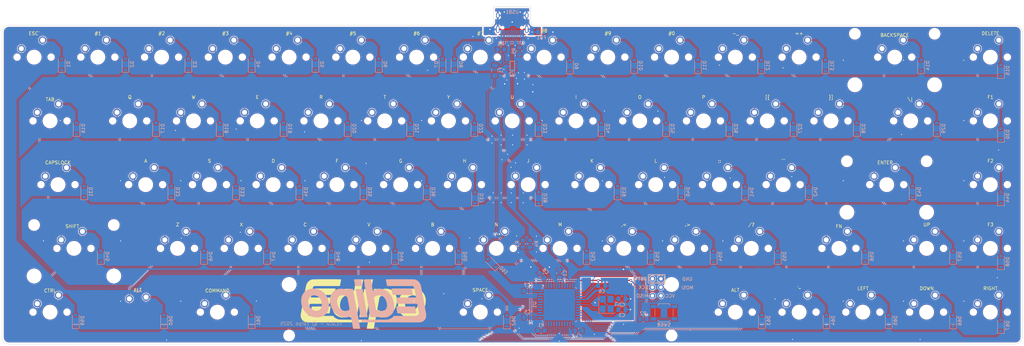
<source format=kicad_pcb>
(kicad_pcb (version 20241229) (generator "pcbnew") (generator_version "9.0")
  (layers (0 "F.Cu" signal) (2 "B.Cu" signal) (13 "F.Paste" user) (15 "B.Paste" user) (5 "F.SilkS" user "F.Silkscreen") (7 "B.SilkS" user "B.Silkscreen") (1 "F.Mask" user) (3 "B.Mask" user) (25 "Edge.Cuts" user))
  (net 0 "")
  (net 1 "GND")
  (net 2 "Net-(U1-UCAP)")
  (net 3 "XTAL2")
  (net 4 "XTAL1")
  (net 5 "+5V")
  (net 6 "row0")
  (net 7 "Net-(D1-A)")
  (net 8 "Net-(D2-A)")
  (net 9 "Net-(D3-A)")
  (net 10 "Net-(D4-A)")
  (net 11 "Net-(D5-A)")
  (net 12 "Net-(D6-A)")
  (net 13 "Net-(D7-A)")
  (net 14 "Net-(D8-A)")
  (net 15 "Net-(D9-A)")
  (net 16 "Net-(D10-A)")
  (net 17 "Net-(D11-A)")
  (net 18 "Net-(D12-A)")
  (net 19 "Net-(D13-A)")
  (net 20 "Net-(D14-A)")
  (net 21 "Net-(D15-A)")
  (net 22 "Net-(D16-A)")
  (net 23 "row1")
  (net 24 "Net-(D17-A)")
  (net 25 "Net-(D18-A)")
  (net 26 "Net-(D19-A)")
  (net 27 "Net-(D20-A)")
  (net 28 "Net-(D21-A)")
  (net 29 "Net-(D22-A)")
  (net 30 "Net-(D23-A)")
  (net 31 "Net-(D24-A)")
  (net 32 "Net-(D25-A)")
  (net 33 "Net-(D26-A)")
  (net 34 "Net-(D27-A)")
  (net 35 "Net-(D28-A)")
  (net 36 "Net-(D29-A)")
  (net 37 "Net-(D30-A)")
  (net 38 "Net-(D31-A)")
  (net 39 "row2")
  (net 40 "Net-(D32-A)")
  (net 41 "Net-(D33-A)")
  (net 42 "Net-(D34-A)")
  (net 43 "Net-(D35-A)")
  (net 44 "Net-(D36-A)")
  (net 45 "Net-(D37-A)")
  (net 46 "Net-(D38-A)")
  (net 47 "Net-(D39-A)")
  (net 48 "Net-(D40-A)")
  (net 49 "Net-(D41-A)")
  (net 50 "Net-(D42-A)")
  (net 51 "Net-(D43-A)")
  (net 52 "Net-(D44-A)")
  (net 53 "Net-(D45-A)")
  (net 54 "row3")
  (net 55 "Net-(D46-A)")
  (net 56 "Net-(D47-A)")
  (net 57 "Net-(D48-A)")
  (net 58 "Net-(D49-A)")
  (net 59 "Net-(D50-A)")
  (net 60 "Net-(D51-A)")
  (net 61 "Net-(D52-A)")
  (net 62 "Net-(D53-A)")
  (net 63 "Net-(D54-A)")
  (net 64 "Net-(D55-A)")
  (net 65 "Net-(D56-A)")
  (net 66 "Net-(D57-A)")
  (net 67 "Net-(D58-A)")
  (net 68 "Net-(D59-A)")
  (net 69 "row4")
  (net 70 "Net-(D60-A)")
  (net 71 "Net-(D61-A)")
  (net 72 "Net-(D62-A)")
  (net 73 "Net-(D63-A)")
  (net 74 "Net-(D64-A)")
  (net 75 "Net-(D65-A)")
  (net 76 "Net-(D66-A)")
  (net 77 "Net-(D67-A)")
  (net 78 "VCC")
  (net 79 "SCK")
  (net 80 "RESET")
  (net 81 "MISO")
  (net 82 "MOSI")
  (net 83 "Net-(U1-~{HWB}{slash}PE2)")
  (net 84 "D-")
  (net 85 "DN")
  (net 86 "D+")
  (net 87 "DP")
  (net 88 "Net-(USB1-CC2)")
  (net 89 "Net-(USB1-CC1)")
  (net 90 "col0")
  (net 91 "col1")
  (net 92 "col2")
  (net 93 "col3")
  (net 94 "col4")
  (net 95 "col5")
  (net 96 "col6")
  (net 97 "col7")
  (net 98 "col8")
  (net 99 "col9")
  (net 100 "col10")
  (net 101 "col11")
  (net 102 "col12")
  (net 103 "col13")
  (net 104 "col14")
  (net 110 "Earth")
  (footprint "MX_Only:MXOnly-2.25U-NoLED" (layer "F.Cu") (at 38.895986 -82.562236)
    (property "Reference" "SW45")
    (property "Value" "SHIFT")
  )
  (footprint "MX_Only:MXOnly-1U-NoLED" (layer "F.Cu") (at 312.739736 -82.562236)
    (property "Reference" "SW58")
    (property "Value" "F3")
  )
  (footprint "MX_Only:MXOnly-1U-NoLED" (layer "F.Cu") (at 127.002236 -82.562236)
    (property "Reference" "SW49")
    (property "Value" "V")
  )
  (footprint "MX_Only:MXOnly-1U-NoLED" (layer "F.Cu") (at 55.564736 -120.662236)
    (property "Reference" "SW17")
    (property "Value" "Q")
  )
  (footprint "MX_Only:MXOnly-1U-NoLED" (layer "F.Cu") (at 117.477236 -101.612236)
    (property "Reference" "SW35")
    (property "Value" "F")
  )
  (footprint "MX_Only:MXOnly-1U-NoLED" (layer "F.Cu") (at 88.902236 -82.562236)
    (property "Reference" "SW47")
    (property "Value" "X")
  )
  (footprint "MX_Only:MXOnly-1U-NoLED" (layer "F.Cu") (at 203.202236 -82.562236)
    (property "Reference" "SW53")
    (property "Value" ",<")
  )
  (footprint "MX_Only:MXOnly-1U-NoLED" (layer "F.Cu") (at 107.952236 -82.562236)
    (property "Reference" "SW48")
    (property "Value" "C")
  )
  (footprint "MX_Only:MXOnly-1U-NoLED" (layer "F.Cu") (at 293.689736 -82.562236)
    (property "Reference" "SW57")
    (property "Value" "UP")
  )
  (footprint "MX_Only:MXOnly-1U-NoLED" (layer "F.Cu") (at 274.639736 -63.512236)
    (property "Reference" "SW65")
    (property "Value" "LEFT")
  )
  (footprint "MX_Only:MXOnly-1U-NoLED" (layer "F.Cu") (at 188.914736 -120.662236)
    (property "Reference" "SW24")
    (property "Value" "I")
  )
  (footprint "MX_Only:MXOnly-1U-NoLED" (layer "F.Cu") (at 179.389736 -139.712236)
    (property "Reference" "SW9")
    (property "Value" "#8")
  )
  (footprint "MX_Only:MXOnly-1U-NoLED" (layer "F.Cu") (at 265.114736 -120.662236)
    (property "Reference" "SW28")
    (property "Value" "}]")
  )
  (footprint "MX_Only:MXOnly-1U-NoLED" (layer "F.Cu") (at 236.539736 -139.712236)
    (property "Reference" "SW12")
    (property "Value" "-_")
  )
  (footprint "MX_Only:MXOnly-1U-NoLED" (layer "F.Cu") (at 122.239736 -139.712236)
    (property "Reference" "SW6")
    (property "Value" "#5")
  )
  (footprint "MX_Only:MXOnly-1U-NoLED" (layer "F.Cu") (at 293.689736 -63.512236)
    (property "Reference" "SW66")
    (property "Value" "DOWN")
  )
  (footprint "Alps_Only:ALPS-1.25U" (layer "F.Cu") (at 57.945986 -63.512236)
    (property "Reference" "SW60")
    (property "Value" "ALT")
  )
  (footprint "MX_Only:MXOnly-1U-NoLED" (layer "F.Cu") (at 312.739736 -120.662236)
    (property "Reference" "SW30")
    (property "Value" "F1")
  )
  (footprint "MX_Only:MXOnly-1U-NoLED" (layer "F.Cu") (at 198.439736 -139.712236)
    (property "Reference" "SW10")
    (property "Value" "#9")
  )
  (footprint "MX_Only:MXOnly-1.75U-NoLED" (layer "F.Cu") (at 34.133486 -101.612236)
    (property "Reference" "SW31")
    (property "Value" "CAPSLOCK")
  )
  (footprint "MX_Only:MXOnly-1U-NoLED" (layer "F.Cu") (at 174.627236 -101.612236)
    (property "Reference" "SW38")
    (property "Value" "J")
  )
  (footprint "MX_Only:MXOnly-1U-NoLED" (layer "F.Cu") (at 312.739736 -63.512236)
    (property "Reference" "SW67")
    (property "Value" "RIGHT")
  )
  (footprint "MX_Only:MXOnly-1.5U-NoLED" (layer "F.Cu") (at 31.752236 -63.512236)
    (property "Reference" "SW59")
    (property "Value" "CTRL")
  )
  (footprint "MX_Only:MXOnly-1U-NoLED" (layer "F.Cu") (at 160.339736 -139.712236)
    (property "Reference" "SW8")
    (property "Value" "#7")
  )
  (footprint "MX_Only:MXOnly-1U-NoLED" (layer "F.Cu") (at 217.489736 -139.712236)
    (property "Reference" "SW11")
    (property "Value" "#0")
  )
  (footprint "MX_Only:MXOnly-1U-NoLED" (layer "F.Cu") (at 312.739736 -139.712236)
    (property "Reference" "SW15")
    (property "Value" "DELETE")
  )
  (footprint "MX_Only:MXOnly-1U-NoLED" (layer "F.Cu") (at 84.139736 -139.712236)
    (property "Reference" "SW4")
    (property "Value" "#3")
  )
  (footprint "MX_Only:MXOnly-1U-NoLED" (layer "F.Cu") (at 184.152236 -82.562236)
    (property "Reference" "SW52")
    (property "Value" "M")
  )
  (footprint "MX_Only:MXOnly-2.25U-NoLED" (layer "F.Cu") (at 281.783486 -101.612236)
    (property "Reference" "SW43")
    (property "Value" "ENTER")
  )
  (footprint "MX_Only:MXOnly-1U-NoLED" (layer "F.Cu") (at 231.777236 -101.612236)
    (property "Reference" "SW41")
    (property "Value" ";:")
  )
  (footprint "MX_Only:MXOnly-1U-NoLED" (layer "F.Cu") (at 246.064736 -120.662236)
    (property "Reference" "SW27")
    (property "Value" "[{")
  )
  (footprint "MX_Only:MXOnly-1U-NoLED" (layer "F.Cu") (at 255.589736 -63.512236)
    (property "Reference" "SW64")
    (property "Value" "`~")
  )
  (footprint "MX_Only:MXOnly-1.5U-NoLED" (layer "F.Cu") (at 288.927236 -120.662236)
    (property "Reference" "SW29")
    (property "Value" "\\|")
  )
  (footprint "MX_Only:MXOnly-1.25U-NoLED" (layer "F.Cu") (at 81.7511 -63.512236)
    (property "Reference" "SW61")
    (property "Value" "COMMAND")
  )
  (footprint "MX_Only:MXOnly-1U-NoLED" (layer "F.Cu") (at 112.714736 -120.662236)
    (property "Reference" "SW20")
    (property "Value" "R")
  )
  (footprint "MX_Only:MXOnly-1U-NoLED" (layer "F.Cu") (at 150.814736 -120.662236)
    (property "Reference" "SW22")
    (property "Value" "Y")
  )
  (footprint "MX_Only:MXOnly-1U-NoLED" (layer "F.Cu") (at 60.327236 -101.612236)
    (property "Reference" "SW32")
    (property "Value" "A")
  )
  (footprint "MX_Only:MXOnly-1U-NoLED" (layer "F.Cu") (at 227.014736 -120.662236)
    (property "Reference" "SW26")
    (property "Value" "P")
  )
  (footprint "MX_Only:MXOnly-1U-NoLED" (layer "F.Cu") (at 93.664736 -120.662236)
    (property "Reference" "SW19")
    (property "Value" "E")
  )
  (footprint "MX_Only:MXOnly-1U-NoLED" (layer "F.Cu") (at 103.189736 -139.712236)
    (property "Reference" "SW5")
    (property "Value" "#4")
  )
  (footprint "MX_Only:MXOnly-1U-NoLED" (layer "F.Cu") (at 169.864736 -120.662236)
    (property "Reference" "SW23")
    (property "Value" "U")
  )
  (footprint "MX_Only:MXOnly-1U-NoLED" (layer "F.Cu") (at 146.052236 -82.562236)
    (property "Reference" "SW50")
    (property "Value" "B")
  )
  (footprint "MX_Only:MXOnly-1U-NoLED" (layer "F.Cu") (at 255.589736 -139.712236)
    (property "Reference" "SW13")
    (property "Value" "=+")
  )
  (footprint "MX_Only:MXOnly-1U-NoLED" (layer "F.Cu") (at 74.614736 -120.662236)
    (property "Reference" "SW18")
    (property "Value" "W")
  )
  (footprint "MX_Only:MXOnly-1U-NoLED" (layer "F.Cu") (at 46.039736 -139.712236)
    (property "Reference" "SW2")
    (property "Value" "#1")
  )
  (footprint "MX_Only:MXOnly-1U-NoLED" (layer "F.Cu") (at 26.989736 -139.712236)
    (property "Reference" "SW1")
    (property "Value" "ESC`")
  )
  (footprint "MX_Only:MXOnly-1U-NoLED" (layer "F.Cu") (at 98.427236 -101.612236)
    (property "Reference" "SW34")
    (property "Value" "D")
  )
  (footprint "MX_Only:MXOnly-1U-NoLED" (layer "F.Cu") (at 222.252236 -82.562236)
    (property "Reference" "SW54")
    (property "Value" ".>")
  )
  (footprint "MX_Only:MXOnly-1U-NoLED" (layer "F.Cu") (at 212.727236 -101.612236)
    (property "Reference" "SW40")
    (property "Value" "L")
  )
  (footprint "MX_Only:MXOnly-1.75U-NoLED" (layer "F.Cu") (at 267.495986 -82.562236)
    (property "Reference" "SW56")
    (property "Value" "FN")
  )
  (footprint "MX_Only:MXOnly-1U-NoLED" (layer "F.Cu") (at 155.577236 -101.612236)
    (property "Reference" "SW37")
    (property "Value" "H")
  )
  (footprint "MX_Only:MXOnly-1U-NoLED" (layer "F.Cu") (at 236.5226 -63.512236)
    (property "Reference" "SW63")
    (property "Value" "ALT")
  )
  (footprint "MX_Only:MXOnly-1U-NoLED" (layer "F.Cu") (at 207.964736 -120.662236)
    (property "Reference" "SW25")
    (property "Value" "O")
  )
  (footprint "MX_Only:MXOnly-7U-ReversedStabilizers-NoLED" (layer "F.Cu") (at 160.339736 -63.512236)
    (property "Reference" "SW62")
    (property "Value" "SPACE")
  )
  (footprint "MX_Only:MXOnly-1U-NoLED" (layer "F.Cu") (at 250.827236 -101.612236)
    (property "Reference" "SW42")
    (property "Value" "'\"")
  )
  (footprint "MX_Only:MXOnly-1.5U-NoLED" (layer "F.Cu") (at 31.752236 -120.662236)
    (property "Reference" "SW16")
    (property "Value" "TAB")
  )
  (footprint "MX_Only:MXOnly-1U-NoLED" (layer "F.Cu") (at 193.677236 -101.612236)
    (property "Reference" "SW39")
    (property "Value" "K")
  )
  (footprint "MX_Only:MXOnly-1U-NoLED" (layer "F.Cu") (at 65.089736 -139.712236)
    (property "Reference" "SW3")
    (property "Value" "#2")
  )
  (footprint "MX_Only:MXOnly-1U-NoLED" (layer "F.Cu") (at 79.377236 -101.612236)
    (property "Reference" "SW33")
    (property "Value" "S")
  )
  (footprint "MX_Only:MXOnly-1U-NoLED" (layer "F.Cu") (at 141.289736 -139.712236)
    (property "Reference" "SW7")
    (property "Value" "#6")
  )
  (footprint "MX_Only:MXOnly-1U-NoLED" (layer "F.Cu") (at 136.527236 -101.612236)
    (property "Reference" "SW36")
    (property "Value" "G")
  )
  (footprint "MX_Only:MXOnly-1U-NoLED" (layer "F.Cu") (at 131.764736 -120.662236)
    (property "Reference" "SW21")
    (property "Value" "T")
  )
  (footprint "MX_Only:MXOnly-1U-NoLED" (layer "F.Cu") (at 69.852236 -82.562236)
    (property "Reference" "SW46")
    (property "Value" "Z")
  )
  (footprint "MX_Only:MXOnly-1U-NoLED" (layer "F.Cu") (at 165.102236 -82.562236)
    (property "Reference" "SW51")
    (property "Value" "N")
  )
  (footprint "MX_Only:MXOnly-1U-NoLED" (layer "F.Cu") (at 312.739736 -101.612236)
    (property "Reference" "SW44")
    (property "Value" "F2")
  )
  (footprint "MX_Only:MXOnly-1U-NoLED" (layer "F.Cu") (at 241.302236 -82.562236)
    (property "Reference" "SW55")
    (property "Value" "/?")
  )
  (footprint "MX_Only:MXOnly-2U-NoLED" (layer "F.Cu") (at 284.164736 -139.712236)
    (property "Reference" "SW14")
    (property "Value" "BACKSPACE")
  )
  (footprint "Alps_Only:EdipoSLogo" (layer "F.Cu") (at 125.4125 -65.88125)
    (property "Reference" "G***" (hide yes))
    (property "Value" "LOGO" (hide yes))
  )
  (footprint "Diode_SMD:D_SOD-123" (layer "B.Cu") (at 111.0566 -137.5657 90)
    (property "Reference" "D5")
    (property "Value" "D" (hide yes))
  )
  (footprint "Resistor_SMD:R_0805_2012Metric_Pad1.20x1.40mm_HandSolder" (layer "B.Cu") (at 209.02 -61.39 180)
    (property "Reference" "R2")
    (property "Value" "10k")
  )
  (footprint "Diode_SMD:D_SOD-123" (layer "B.Cu") (at 101.5316 -118.3887 90)
    (property "Reference" "D19")
    (property "Value" "D")
  )
  (footprint "Diode_SMD:D_SOD-123" (layer "B.Cu") (at 68.0036 -99.4677 90)
    (property "Reference" "D32")
    (property "Value" "D")
  )
  (footprint "Diode_SMD:D_SOD-123" (layer "B.Cu") (at 275.317 -80.1637 90)
    (property "Reference" "D56")
    (property "Value" "D")
  )
  (footprint "Diode_SMD:D_SOD-123" (layer "B.Cu") (at 301.606 -80.1637 90)
    (property "Reference" "D57")
    (property "Value" "D")
  )
  (footprint "Resistor_SMD:R_0805_2012Metric_Pad1.20x1.40mm_HandSolder" (layer "B.Cu") (at 173.0266 -83.9259 -90)
    (property "Reference" "R3")
    (property "Value" "22")
  )
  (footprint "Diode_SMD:D_SOD-123" (layer "B.Cu") (at 315.8926 -135.7227 90)
    (property "Reference" "D15")
    (property "Value" "D")
  )
  (footprint "Diode_SMD:D_SOD-123" (layer "B.Cu") (at 215.8316 -118.3887 90)
    (property "Reference" "D25")
    (property "Value" "D")
  )
  (footprint "Diode_SMD:D_SOD-123" (layer "B.Cu") (at 139.3776 -118.3887 90)
    (property "Reference" "D21")
    (property "Value" "D")
  )
  (footprint "Diode_SMD:D_SOD-123" (layer "B.Cu") (at 282.3796 -60.9867 90)
    (property "Reference" "D65")
    (property "Value" "D")
  )
  (footprint "Package_QFP:TQFP-44_10x10mm_P0.8mm" (layer "B.Cu") (at 183.938036 -65.735036 -90)
    (property "Reference" "U1")
    (property "Value" "ATmega32U4-A")
  )
  (footprint "Capacitor_SMD:C_0805_2012Metric_Pad1.18x1.45mm_HandSolder" (layer "B.Cu") (at 202.65 -64.29375)
    (property "Reference" "C3")
    (property "Value" "22p")
  )
  (footprint "Diode_SMD:D_SOD-123" (layer "B.Cu") (at 41.9686 -99.4677 90)
    (property "Reference" "D31")
    (property "Value" "D")
  )
  (footprint "Diode_SMD:D_SOD-123" (layer "B.Cu") (at 239.4536 -99.370914 90)
    (property "Reference" "D41")
    (property "Value" "D")
  )
  (footprint "Diode_SMD:D_SOD-123" (layer "B.Cu") (at 244.4596 -60.9867 90)
    (property "Reference" "D63")
    (property "Value" "D")
  )
  (footprint "Diode_SMD:D_SOD-123" (layer "B.Cu") (at 35.2376 -137.5657 90)
    (property "Reference" "D1")
    (property "Value" "D" (hide yes))
  )
  (footprint "Diode_SMD:D_SOD-123" (layer "B.Cu") (at 315.8926 -78.5763 90)
    (property "Reference" "D58")
    (property "Value" "D")
  )
  (footprint "Diode_SMD:D_SOD-123" (layer "B.Cu") (at 244.2796 -137.1847 90)
    (property "Reference" "D12")
    (property "Value" "D")
  )
  (footprint "Diode_SMD:D_SOD-123" (layer "B.Cu") (at 296.7306 -118.3887 90)
    (property "Reference" "D29")
    (property "Value" "D")
  )
  (footprint "random-keyboard-parts:SOT143B" (layer "B.Cu") (at 169.880736 -137.030036 180)
    (property "Reference" "U2")
    (property "Value" "PRTR5V0U2X")
  )
  (footprint "Diode_SMD:D_SOD-123" (layer "B.Cu") (at 134.8056 -80.1637 90)
    (property "Reference" "D49")
    (property "Value" "D")
  )
  (footprint "Diode_SMD:D_SOD-123" (layer "B.Cu") (at 120.7086 -118.3887 90)
    (property "Reference" "D20")
    (property "Value" "D")
  )
  (footprint "Diode_SMD:D_SOD-123" (layer "B.Cu") (at 263.4566 -137.1847 90)
    (property "Reference" "D13")
    (property "Value" "D")
  )
  (footprint "Fuse:Fuse_1206_3216Metric_Pad1.42x1.75mm_HandSolder" (layer "B.Cu") (at 164.632336 -135.738736 90)
    (property "Reference" "F1")
    (property "Value" "500m")
  )
  (footprint "Diode_SMD:D_SOD-123" (layer "B.Cu") (at 177.7888 -97.6251 90)
    (property "Reference" "D38")
    (property "Value" "D")
  )
  (footprint "Diode_SMD:D_SOD-123" (layer "B.Cu") (at 144.3306 -99.4677 90)
    (property "Reference" "D36")
    (property "Value" "D")
  )
  (footprint "Diode_SMD:D_SOD-123" (layer "B.Cu") (at 177.7316 -118.3887 90)
    (property "Reference" "D23")
    (property "Value" "D")
  )
  (footprint "Capacitor_SMD:C_0805_2012Metric_Pad1.18x1.45mm_HandSolder" (layer "B.Cu") (at 196.60625 -71.4375)
    (property "Reference" "C6")
    (property "Value" "0.1u")
  )
  (footprint "Inductor_SMD:L_0805_2012Metric_Pad1.15x1.40mm_HandSolder" (layer "B.Cu") (at 178.575 -147.2)
    (property "Reference" "FB1")
    (property "Value" "60@100MHz")
  )
  (footprint "Capacitor_SMD:C_0805_2012Metric_Pad1.18x1.45mm_HandSolder" (layer "B.Cu") (at 202.65 -67.46875)
    (property "Reference" "C2")
    (property "Value" "22p")
  )
  (footprint "Diode_SMD:D_SOD-123" (layer "B.Cu") (at 249.2218 -80.1637 90)
    (property "Reference" "D55")
    (property "Value" "D")
  )
  (footprint "Diode_SMD:D_SOD-123" (layer "B.Cu") (at 258.5036 -99.4677 90)
    (property "Reference" "D42")
    (property "Value" "D")
  )
  (footprint "Capacitor_SMD:C_0805_2012Metric_Pad1.18x1.45mm_HandSolder" (layer "B.Cu") (at 174.38125 -61.9125 180)
    (property "Reference" "C5")
    (property "Value" "0.1u")
  )
  (footprint "Diode_SMD:D_SOD-123" (layer "B.Cu") (at 220.4036 -99.4677 90)
    (property "Reference" "D40")
    (property "Value" "D")
  )
  (footprint "Diode_SMD:D_SOD-123" (layer "B.Cu") (at 158.74 -97.6251 90)
    (property "Reference" "D37")
    (property "Value" "D")
  )
  (footprint "Diode_SMD:D_SOD-123" (layer "B.Cu") (at 39.6826 -118.3887 90)
    (property "Reference" "D16")
    (property "Value" "D")
  )
  (footprint "Resistor_SMD:R_0805_2012Metric_Pad1.20x1.40mm_HandSolder" (layer "B.Cu") (at 172 -141.5 -90)
    (property "Reference" "R5")
    (property "Value" "5.1k")
  )
  (footprint "Diode_SMD:D_SOD-123" (layer "B.Cu") (at 289.4916 -99.4677 90)
    (property "Reference" "D43")
    (property "Value" "D")
  )
  (footprint "Diode_SMD:D_SOD-123" (layer "B.Cu") (at 39.4286 -60.9867 90)
    (property "Reference" "D59")
    (property "Value" "D")
  )
  (footprint "Diode_SMD:D_SOD-123" (layer "B.Cu") (at 315.8926 -59.5275 90)
    (property "Reference" "D67")
    (property "Value" "D")
  )
  (footprint "Diode_SMD:D_SOD-123" (layer "B.Cu") (at 149.0296 -137.5657 90)
    (property "Reference" "D7")
    (property "Value" "D")
  )
  (footprint "Diode_SMD:D_SOD-123" (layer "B.Cu") (at 115.8826 -80.1637 90)
    (property "Reference" "D48")
    (property "Value" "D")
  )
  (footprint "Diode_SMD:D_SOD-123" (layer "B.Cu") (at 82.4816 -118.3887 90)
    (property "Reference" "D18")
    (property "Value" "D")
  )
  (footprint "Diode_SMD:D_SOD-123" (layer "B.Cu") (at 65.8446 -60.9867 90)
    (property "Reference" "D60")
    (property "Value" "D")
  )
  (footprint "Alps_Only:EdipoSLogo" (layer "B.Cu") (at 125.4125 -65.88125 180)
    (property "Reference" "G***" (hide yes))
    (property "Value" "LOGO" (hide yes))
  )
  (footprint "Capacitor_SMD:C_0805_2012Metric_Pad1.18x1.45mm_HandSolder" (layer "B.Cu") (at 178.653877 -74.552373 135)
    (property "Reference" "C8")
    (property "Value" "10u")
  )
  (footprint "Diode_SMD:D_SOD-123" (layer "B.Cu") (at 106.256 -99.4677 90)
    (property "Reference" "D34")
    (property "Value" "D")
  )
  (footprint "Resistor_SMD:R_0805_2012Metric_Pad1.20x1.40mm_HandSolder" (layer "B.Cu") (at 178.5 -58 180)
    (property "Reference" "R1")
    (property "Value" "10k")
  )
  (footprint "Diode_SMD:D_SOD-123" (layer "B.Cu") (at 211.2596 -80.1637 90)
    (property "Reference" "D53")
    (property "Value" "D")
  )
  (footprint "Capacitor_SMD:C_0805_2012Metric_Pad1.18x1.45mm_HandSolder" (layer "B.Cu") (at 183.925 -75.1125 90)
    (property "Reference" "C1")
    (property "Value" "1u")
  )
  (footprint "Resistor_SMD:R_0805_2012Metric_Pad1.20x1.40mm_HandSolder" (layer "B.Cu") (at 166.477136 -142 180)
    (property "Reference" "R6")
    (property "Value" "5.1k")
  )
  (footprint "Diode_SMD:D_SOD-123" (layer "B.Cu") (at 63.4316 -118.3887 90)
    (property "Reference" "D17")
    (property "Value" "D")
  )
  (footprint "Diode_SMD:D_SOD-123" (layer "B.Cu") (at 253.9316 -118.3887 90)
    (property "Reference" "D27")
    (property "Value" "D")
  )
  (footprint "Diode_SMD:D_SOD-123" (layer "B.Cu") (at 46.9216 -80.1637 90)
    (property "Reference" "D45")
    (property "Value" "D")
  )
  (footprint "Diode_SMD:D_SOD-123" (layer "B.Cu") (at 92.0066 -137.5657 90)
    (property "Reference" "D4")
    (property "Value" "D" (hide yes))
  )
  (footprint "Diode_SMD:D_SOD-123" (layer "B.Cu") (at 77.7826 -80.1637 90)
    (property "Reference" "D46")
    (property "Value" "D")
  )
  (footprint "Diode_SMD:D_SOD-123" (layer "B.Cu") (at 92.0066 -60.9867 90)
    (property "Reference" "D61")
    (property "Value" "D")
  )
  (footprint "Diode_SMD:D_SOD-123" (layer "B.Cu") (at 292.0316 -137.1847 90)
    (property "Reference" "D14")
    (property "Value" "D")
  )
  (footprint "Diode_SMD:D_SOD-123" (layer "B.Cu") (at 201.3536 -99.4677 90)
    (property "Reference" "D39")
    (property "Value" "D")
  )
  (footprint "Diode_SMD:D_SOD-123" (layer "B.Cu") (at 125.4076 -99.4677 90)
    (property "Reference" "D35")
    (property "Value" "D")
  )
  (footprint "Diode_SMD:D_SOD-123" (layer "B.Cu") (at 196.5276 -118.3887 90)
    (property "Reference" "D24")
    (property "Value" "D")
  )
  (footprint "Type-C:HRO-TYPE-C-31-M-12-HandSoldering" (layer "B.Cu") (at 169.862736 -154.787436)
    (property "Reference" "USB1")
    (property "Value" "HRO-TYPE-C-31-M-12")
  )
  (footprint "Resistor_SMD:R_0805_2012Metric_Pad1.20x1.40mm_HandSolder" (layer "B.Cu") (at 175.25 -83.9259 -90)
    (property "Reference" "R4")
    (property "Value" "22")
  )
  (footprint "Diode_SMD:D_SOD-123" (layer "B.Cu") (at 206.3066 -137.1847 90)
    (property "Reference" "D10")
    (property "Value" "D")
  )
  (footprint "Diode_SMD:D_SOD-123" (layer "B.Cu") (at 225.3566 -137.1847 90)
    (property "Reference" "D11")
    (property "Value" "D")
  )
  (footprint "Diode_SMD:D_SOD-123" (layer "B.Cu") (at 87.3076 -99.4677 90)
    (property "Reference" "D33")
    (property "Value" "D")
  )
  (footprint "Capacitor_SMD:C_0805_2012Metric_Pad1.18x1.45mm_HandSolder" (layer "B.Cu") (at 174.38125 -69.85 180)
    (property "Reference" "C7")
    (property "Value" "0.1u")
  )
  (footprint "Diode_SMD:D_SOD-123" (layer "B.Cu") (at 96.5786 -80.1637 90)
    (property "Reference" "D47")
    (property "Value" "D")
  )
  (footprint "Diode_SMD:D_SOD-123" (layer "B.Cu") (at 158.5546 -118.3887 90)
    (property "Reference" "D22")
    (property "Value" "D")
  )
  (footprint "Diode_SMD:D_SOD-123" (layer "B.Cu") (at 129.9796 -137.5657 90)
    (property "Reference" "D6")
    (property "Value" "D" (hide yes))
  )
  (footprint "Diode_SMD:D_SOD-123" (layer "B.Cu") (at 153.8556 -80.1637 90)
    (property "Reference" "D50")
    (property "Value" "D")
  )
  (footprint "Capacitor_SMD:C_0805_2012Metric_Pad1.18x1.45mm_HandSolder" (layer "B.Cu") (at 189.70625 -57.94375)
    (property "Reference" "C4")
    (property "Value" "0.1u")
  )
  (footprint "Diode_SMD:D_SOD-123" (layer "B.Cu") (at 315.8926 -97.6877 90)
    (property "Reference" "D44")
    (property "Value" "D")
  )
  (footprint "random-keyboard-parts:Reset_Pretty-Mask" (layer "B.Cu") (at 213.029 -70.94)
    (property "Reference" "J1")
    (property "Value" "AVR-ISP-6")
  )
  (footprint "Diode_SMD:D_SOD-123" (layer "B.Cu") (at 272.8546 -118.3887 90)
    (property "Reference" "D28")
    (property "Value" "D")
  )
  (footprint "Diode_SMD:D_SOD-123" (layer "B.Cu") (at 230.0556 -80.1637 90)
    (property "Reference" "D54")
    (property "Value" "D")
  )
  (footprint "Diode_SMD:D_SOD-123" (layer "B.Cu") (at 152.6 -137.55 90)
    (property "Reference" "D8")
    (property "Value" "D")
  )
  (footprint "Diode_SMD:D_SOD-123" (layer "B.Cu") (at 192.0826 -80.1637 90)
    (property "Reference" "D52")
    (property "Value" "D")
  )
  (footprint "Button_Switch_SMD:SW_SPST_SKQG_WithStem" (layer "B.Cu") (at 215.22 -63.34)
    (property "Reference" "SW68")
    (property "Value" "SW_Push_Reset")
  )
  (footprint "Diode_SMD:D_SOD-123" (layer "B.Cu") (at 301.606 -60.897036 90)
    (property "Reference" "D66")
    (property "Value" "D")
  )
  (footprint "Diode_SMD:D_SOD-123" (layer "B.Cu") (at 234.7546 -118.3887 90)
    (property "Reference" "D26")
    (property "Value" "D")
  )
  (footprint "Diode_SMD:D_SOD-123" (layer "B.Cu") (at 187.1296 -137.0577 90)
    (property "Reference" "D9")
    (property "Value" "D")
  )
  (footprint "Crystal:Crystal_SMD_3225-4Pin_3.2x2.5mm_HandSoldering" (layer "B.Cu") (at 198.077136 -65.952836 90)
    (property "Reference" "Y1")
    (property "Value" "XTAL")
  )
  (footprint "Diode_SMD:D_SOD-123" (layer "B.Cu") (at 263.765664 -60.9867 90)
    (property "Reference" "D64")
    (property "Value" "D")
  )
  (footprint "Diode_SMD:D_SOD-123" (layer "B.Cu") (at 168.2644 -60.897036 90)
    (property "Reference" "D62")
    (property "Value" "D")
  )
  (footprint "Diode_SMD:D_SOD-123" (layer "B.Cu") (at 315.8926 -116.6739 90)
    (property "Reference" "D30")
    (property "Value" "D")
  )
  (footprint "Diode_SMD:D_SOD-123" (layer "B.Cu") (at 73.0836 -137.5657 90)
    (property "Reference" "D3")
    (property "Value" "D" (hide yes))
  )
  (footprint "Diode_SMD:D_SOD-123" (layer "B.Cu") (at 54.2876 -137.5657 90)
    (property "Reference" "D2")
    (property "Value" "D" (hide yes))
  )
  (footprint "Diode_SMD:D_SOD-123" (layer "B.Cu") (at 163.78 -78.16 135)
    (property "Reference" "D51" (hide yes))
    (property "Value" "D")
  )
  (gr_arc (start 19.460852 -53.985852) (mid 18.046596 -54.571615) (end 17.460786 -55.985852) (stroke (width 0.1)) (layer "Edge.Cuts"))
  (gr_line (start 320.260852 -53.99572) (end 19.460852 -53.985852) (stroke (width 0.1)) (layer "Edge.Cuts"))
  (gr_line (start 176.41875 -149.235786) (end 320.260786 -149.235786) (stroke (width 0.1)) (layer "Edge.Cuts"))
  (gr_line (start 175.41875 -150.235786) (end 175.41875 -154.78125) (stroke (width 0.1)) (layer "Edge.Cuts"))
  (gr_arc (start 176.41875 -149.235786) (mid 175.711606 -149.528661) (end 175.41875 -150.235786) (stroke (width 0.1)) (layer "Edge.Cuts"))
  (gr_arc (start 320.260786 -149.235786) (mid 321.675 -148.65) (end 322.260786 -147.235786) (stroke (width 0.1)) (layer "Edge.Cuts"))
  (gr_line (start 164.30625 -150.235786) (end 164.30625 -154.78125) (stroke (width 0.1)) (layer "Edge.Cuts"))
  (gr_line (start 17.460786 -55.985852) (end 17.460786 -147.235786) (stroke (width 0.1)) (layer "Edge.Cuts"))
  (gr_line (start 322.260786 -147.235786) (end 322.260786 -55.99572) (stroke (width 0.1)) (layer "Edge.Cuts"))
  (gr_arc (start 322.260786 -55.99572) (mid 321.675035 -54.581508) (end 320.260852 -53.99572) (stroke (width 0.1)) (layer "Edge.Cuts"))
  (gr_arc (start 17.460786 -147.235786) (mid 18.046572 -148.65) (end 19.460786 -149.235786) (stroke (width 0.1)) (layer "Edge.Cuts"))
  (gr_line (start 164.30625 -154.78125) (end 175.41875 -154.78125) (stroke (width 0.1)) (layer "Edge.Cuts"))
  (gr_line (start 163.314685 -149.235786) (end 19.460786 -149.235786) (stroke (width 0.1)) (layer "Edge.Cuts"))
  (gr_arc (start 164.30625 -150.235786) (mid 164.013349 -149.528706) (end 163.30625 -149.235786) (stroke (width 0.1)) (layer "Edge.Cuts"))
  (gr_text "v1.0.0 - © Edipo 2025" (at 119.0625 -59.507841 -0) (layer "B.SilkS") (effects (font (size 1 1) (thickness 0.1)) (justify left bottom mirror)))
  (gr_text "D51" (at 167.37 -76.02 135) (layer "B.SilkS") (effects (font (size 1 1)) (justify mirror)))
  (segment (start 203.1 -76.29375) (end 181.675 -76.29375) (width 0.381) (layer "F.Cu") (net 1))
  (segment (start 168.6 -81.4) (end 168.6 -84.1) (width 0.381) (layer "F.Cu") (net 1))
  (segment (start 171.4375 -131.75) (end 171.45 -131.7625) (width 0.381) (layer "F.Cu") (net 1))
  (segment (start 167.6625 -131.7625) (end 167.625 -131.725) (width 0.381) (layer "F.Cu") (net 1))
  (segment (start 175.41875 -76.99375) (end 173.6 -76.99375) (width 0.381) (layer "F.Cu") (net 1))
  (segment (start 173.00625 -76.99375) (end 172.3 -77.7) (width 0.381) (layer "F.Cu") (net 1))
  (segment (start 172.3 -77.7) (end 168.6 -81.4) (width 0.381) (layer "F.Cu") (net 1))
  (segment (start 168.6 -84.1) (end 166.056736 -86.643264) (width 0.381) (layer "F.Cu") (net 1))
  (segment (start 173.6 -76.99375) (end 173.00625 -76.99375) (width 0.381) (layer "F.Cu") (net 1))
  (segment (start 180.975 -76.99375) (end 175.41875 -76.99375) (width 0.381) (layer "F.Cu") (net 1))
  (segment (start 166.056736 -86.643264) (end 166.056736 -86.8) (width 0.381) (layer "F.Cu") (net 1))
  (segment (start 181.675 -76.29375) (end 180.975 -76.99375) (width 0.381) (layer "F.Cu") (net 1))
  (segment (start 171.45 -131.7625) (end 167.6625 -131.7625) (width 0.381) (layer "F.Cu") (net 1))
  (via (at 171.2 -86.3) (size 0.6) (drill 0.3) (layers "F.Cu" "B.Cu") (net 1))
  (via (at 163.825 -116.1) (size 0.6) (drill 0.3) (layers "F.Cu" "B.Cu") (net 1))
  (via (at 291.76 -55.36) (size 0.6) (drill 0.3) (layers "F.Cu" "B.Cu") (net 1))
  (via (at 183.96 -54.86) (size 0.6) (drill 0.3) (layers "F.Cu" "B.Cu") (net 1))
  (via (at 71 -85.6) (size 0.6) (drill 0.3) (layers "F.Cu" "B.Cu") (net 1))
  (via (at 127.2 -78.4) (size 0.6) (drill 0.3) (layers "F.Cu" "B.Cu") (net 1))
  (via (at 88.8 -102.785686) (size 0.6) (drill 0.3) (layers "F.Cu" "B.Cu") (net 1))
  (via (at 214.8 -84.785686) (size 0.6) (drill 0.3) (layers "F.Cu" "B.Cu") (net 1))
  (via (at 178.8 -120.785686) (size 0.6) (drill 0.3) (layers "F.Cu" "B.Cu") (net 1))
  (via (at 173.15 -96.2) (size 0.6) (drill 0.3) (layers "F.Cu" "B.Cu") (net 1))
  (via (at 169.5 -106.8) (size 0.6) (drill 0.3) (layers "F.Cu" "B.Cu") (net 1))
  (via (at 176.014736 -131.487236) (size 0.6) (drill 0.3) (layers "F.Cu" "B.Cu") (net 1))
  (via (at 286.8 -138.785686) (size 0.6) (drill 0.3) (layers "F.Cu" "B.Cu") (net 1))
  (via (at 269.858 -84.9259) (size 0.6) (drill 0.3) (layers "F.Cu" "B.Cu") (net 1))
  (via (at 29.8 -84.8) (size 0.6) (drill 0.3) (layers "F.Cu" "B.Cu") (net 1))
  (via (at 168.7 -140.15) (size 0.6) (drill 0.3) (layers "F.Cu" "B.Cu") (net 1))
  (via (at 231.7604 -137.3101) (size 0.6) (drill 0.3) (layers "F.Cu" "B.Cu") (net 1))
  (via (at 158.1 -145.9) (size 0.6) (drill 0.3) (layers "F.Cu" "B.Cu") (net 1))
  (via (at 268.8 -102.785686) (size 0.6) (drill 0.3) (layers "F.Cu" "B.Cu") (net 1))
  (via (at 126.1983 -107.9432) (size 0.6) (drill 0.3) (layers "F.Cu" "B.Cu") (net 1))
  (via (at 177.1 -81.5) (size 0.6) (drill 0.3) (layers "F.Cu" "B.Cu") (net 1))
  (via (at 169.575 -96.225) (size 0.6) (drill 0.3) (layers "F.Cu" "B.Cu") (net 1))
  (via (at 173.15 -99.1) (size 0.6) (drill 0.3) (layers "F.Cu" "B.Cu") (net 1))
  (via (at 304.8 -102.785686) (size 0.6) (drill 0.3) (layers "F.Cu" "B.Cu") (net 1))
  (via (at 174.625 -145.25625) (size 0.6) (drill 0.3) (layers "F.Cu" "B.Cu") (net 1))
  (via (at 166.575 -96.225) (size 0.6) (drill 0.3) (layers "F.Cu" "B.Cu") (net 1))
  (via (at 149.4 -69) (size 0.6) (drill 0.3) (layers "F.Cu" "B.Cu") (net 1))
  (via (at 171.45 -131.7625) (size 0.8) (drill 0.4) (layers "F.Cu" "B.Cu") (net 1))
  (via (at 167.35 -136.05) (size 0.6) (drill 0.3) (layers "F.Cu" "B.Cu") (net 1))
  (via (at 165.1 -145.25625) (size 0.6) (drill 0.3) (layers "F.Cu" "B.Cu") (net 1))
  (via (at 70.8 -102.785686) (size 0.6) (drill 0.3) (layers "F.Cu" "B.Cu") (net 1))
  (via (at 250.8 -136.5164) (size 0.6) (drill 0.3) (layers "F.Cu" "B.Cu") (net 1))
  (via (at 253.63 -55.39) (size 0.6) (drill 0.3) (layers "F.Cu" "B.Cu") (net 1))
  (via (at 160.8 -67.5) (size 0.6) (drill 0.3) (layers "F.Cu" "B.Cu") (net 1))
  (via (at 286.8 -84.785686) (size 0.6) (drill 0.3) (layers "F.Cu" "B.Cu") (net 1))
  (via (at 166.8 -109.05) (size 0.6) (drill 0.3) (layers "F.Cu" "B.Cu") (net 1))
  (via (at 142.8 -102.785686) (size 0.6) (drill 0.3) (layers "F.Cu" "B.Cu") (net 1))
  (via (at 235 -103.6) (size 0.6) (drill 0.3) (layers "F.Cu" "B.Cu") (net 1))
  (via (at 107.8 -117.4) (size 0.6) (drill 0.3) (layers "F.Cu" "B.Cu") (net 1))
  (via (at 169.975 -113.5) (size 0.6) (drill 0.3) (layers "F.Cu" "B.Cu") (net 1))
  (via (at 142.8 -120.785686) (size 0.6) (drill 0.3) (layers "F.Cu" "B.Cu") (net 1))
  (via (at 177.1 -86.2) (size 0.6) (drill 0.3) (layers "F.Cu" "B.Cu") (net 1))
  (via (at 124.77 -55) (size 0.6) (drill 0.3) (layers "F.Cu" "B.Cu") (net 1))
  (via (at 182 -147.2) (size 0.8) (drill 0.4) (layers "F.Cu" "B.Cu") (net 1))
  (via (at 52.8 -66.785686) (size 0.6) (drill 0.3) (layers "F.Cu" "B.Cu") (net 1))
  (via (at 88.6 -87.4) (size 0.6) (drill 0.3) (layers "F.Cu" "B.Cu") (net 1))
  (via (at 173.5 -135.1) (size 0.6) (drill 0.3) (layers "F.Cu" "B.Cu") (net 1))
  (via (at 164.175 -99.125) (size 0.6) (drill 0.3) (layers "F.Cu" "B.Cu") (net 1))
  (via (at 173.5 -133.15) (size 0.6) (drill 0.3) (layers "F.Cu" "B.Cu") (net 1))
  (via (at 112 -67.4) (size 0.6) (drill 0.3) (layers "F.Cu" "B.Cu") (net 1))
  (via (at 174.3 -113.5) (size 0.6) (drill 0.3) (layers "F.Cu" "B.Cu") (net 1))
  (via (at 314.8 -73.8) (size 0.6) (drill 0.3) (layers "F.Cu" "B.Cu") (net 1))
  (via (at 196.8 -102.785686) (size 0.6) (drill 0.3) (layers "F.Cu" "B.Cu") (net 1))
  (via (at 52.8 -102.785686) (size 0.6) (drill 0.3) (layers "F.Cu" "B.Cu") (net 1))
  (via (at 205.25 -67.46) (size 0.8) (drill 0.4) (layers "F.Cu" "B.Cu") (net 1))
  (via (at 34.8 -120.785686) (size 0.6) (drill 0.3) (layers "F.Cu" "B.Cu") (net 1))
  (via (at 169.975 -116.4) (size 0.6) (drill 0.3) (layers "F.Cu" "B.Cu") (net 1))
  (via (at 166.55 -113.5) (size 0.6) (drill 0.3) (layers "F.Cu" "B.Cu") (net 1))
  (via (at 232.8 -84.785686) (size 0.6) (drill 0.3) (layers "F.Cu" "B.Cu") (net 1))
  (via (at 286.2 -116.6) (size 0.6) (drill 0.3) (layers "F.Cu" "B.Cu") (net 1))
  (via (at 174.3 -116.4) (size 0.6) (drill 0.3) (layers "F.Cu" "B.Cu") (net 1))
  (via (at 171.94 -58.72) (size 0.6) (drill 0.3) (layers "F.Cu" "B.Cu") (net 1))
  (via (at 253.4 -104) (size 0.6) (drill 0.3) (layers "F.Cu" "B.Cu") (net 1))
  (via (at 304.8 -84.785686) (size 0.6) (drill 0.3) (layers "F.Cu" "B.Cu") (net 1))
  (via (at 203.1 -76.29375) (size 0.8) (drill 0.4) (layers "F.Cu" "B.Cu") (net 1))
  (via (at 205.2 -64.3) (size 0.8) (drill 0.4) (layers "F.Cu" "B.Cu") (net 1))
  (via (at 268.8 -138.785686) (size 0.6) (drill 0.3) (layers "F.Cu" "B.Cu") (net 1))
  (via (at 70.8 -66.785686) (size 0.6) (drill 0.3) (layers "F.Cu" "B.Cu") (net 1))
  (via (at 170.75 -143.2) (size 0.6) (drill 0.3) (layers "F.Cu" "B.Cu") (net 1))
  (via (at 170.85 -108.15) (size 0.6) (drill 0.3) (layers "F.Cu" "B.Cu") (net 1))
  (via (at 304.8 -66.785686) (size 0.6) (drill 0.3) (layers "F.Cu" "B.Cu") (net 1))
  (via (at 215.4 -103.8) (size 0.6) (drill 0.3) (layers "F.Cu" "B.Cu") (net 1))
  (via (at 203.14 -59.86) (size 0.6) (drill 0.3) (layers "F.Cu" "B.Cu") (net 1))
  (via (at 213.4 -123.6) (size 0.6) (drill 0.3) (layers "F.Cu" "B.Cu") (net 1))
  (via (at 304.8 -138.785686) (size 0.6) (drill 0.3) (layers "F.Cu" "B.Cu") (net 1))
  (via (at 87.4 -118.2) (size 0.6) (drill 0.3) (layers "F.Cu" "B.Cu") (net 1))
  (via (at 171.15 -133.4) (size 0.6) (drill 0.3) (layers "F.Cu" "B.Cu") (net 1))
  (via (at 166.056736 -86.8) (size 0.8) (drill 0.4) (layers "F.Cu" "B.Cu") (net 1))
  (via (at 180.975 -76.99375) (size 0.8) (drill 0.4) (layers "F.Cu" "B.Cu") (net 1))
  (via (at 169.575 -99.125) (size 0.6) (drill 0.3) (layers "F.Cu" "B.Cu") (net 1))
  (via (at 171.75 -135) (size 0.6) (drill 0.3) (layers "F.Cu" "B.Cu") (net 1))
  (via (at 93.4 -66.8) (size 0.6) (drill 0.3) (layers "F.Cu" "B.Cu") (net 1))
  (via (at 171.7 -81.3) (size 0.6) (drill 0.3) (layers "F.Cu" "B.Cu") (net 1))
  (via (at 66.58 -55.22) (size 0.6) (drill 0.3) (layers "F.Cu" "B.Cu") (net 1))
  (via (at 194.39 -56.87) (size 0.6) (drill 0.3) (layers "F.Cu" "B.Cu") (net 1))
  (via (at 140.5 -66.785686) (size 0.6) (drill 0.3) (layers "F.Cu" "B.Cu") (net 1))
  (via (at 178.59375 -145.25625) (size 0.6) (drill 0.3) (layers "F.Cu" "B.Cu") (net 1))
  (via (at 166.55 -116.4) (size 0.6) (drill 0.3) (layers "F.Cu" "B.Cu") (net 1))
  (via (at 167.625 -131.725) (size 0.8) (drill 0.4) (layers "F.Cu" "B.Cu") (net 1))
  (via (at 164.175 -96.225) (size 0.6) (drill 0.3) (layers "F.Cu" "B.Cu") (net 1))
  (via (at 315.2 -112) (size 0.6) (drill 0.3) (layers "F.Cu" "B.Cu") (net 1))
  (via (at 157.1526 -85.7196) (size 0.6) (drill 0.3) (layers "F.Cu" "B.Cu") (net 1))
  (via (at 144.6 -135.8) (size 0.6) (drill 0.3) (layers "F.Cu" "B.Cu") (net 1))
  (via (at 170.75 -140.15) (size 0.6) (drill 0.3) (layers "F.Cu" "B.Cu") (net 1))
  (via (at 268.8 -66.785686) (size 0.6) (drill 0.3) (layers "F.Cu" "B.Cu") (net 1))
  (via (at 168.275 -132.875) (size 0.6) (drill 0.3) (layers "F.Cu" "B.Cu") (net 1))
  (via (at 196.8 -84.785686) (size 0.6) (drill 0.3) (layers "F.Cu" "B.Cu") (net 1))
  (via (at 197.4 -123.6) (size 0.6) (drill 0.3) (layers "F.Cu" "B.Cu") (net 1))
  (via (at 176.025 -129.35) (size 0.8) (drill 0.4) (layers "F.Cu" "B.Cu") (net 1))
  (via (at 166.575 -99.125) (size 0.6) (drill 0.3) (layers "F.Cu" "B.Cu") (net 1))
  (via (at 248.4281 -67.4645) (size 0.6) (drill 0.3) (layers "F.Cu" "B.Cu") (net 1))
  (via (at 107.9432 -102.785686) (size 0.6) (drill 0.3) (layers "F.Cu" "B.Cu") (net 1))
  (via (at 168.7 -143.2) (size 0.6) (drill 0.3) (layers "F.Cu" "B.Cu") (net 1))
  (via (at 183.93 -57.12) (size 0.6) (drill 0.3) (layers "F.Cu" "B.Cu") (net 1))
  (via (at 194.62 -66.33) (size 0.8) (drill 0.4) (layers "F.Cu" "B.Cu") (net 1))
  (via (at 168.5 -110.65) (size 0.6) (drill 0.3) (layers "F.Cu" "B.Cu") (net 1))
  (via (at 163.8 -114.025) (size 0.6) (drill 0.3) (layers "F.Cu" "B.Cu") (net 1))
  (via (at 304.8 -120.785686) (size 0.6) (drill 0.3) (layers "F.Cu" "B.Cu") (net 1))
  (via (at 69.2 -117.8) (size 0.6) (drill 0.3) (layers "F.Cu" "B.Cu") (net 1))
  (via (at 286.8 -66.785686) (size 0.6) (drill 0.3) (layers "F.Cu" "B.Cu") (net 1))
  (via (at 175.41875 -76.99375) (size 0.8) (drill 0.4) (layers "F.Cu" "B.Cu") (net 1))
  (via (at 124.8 -120.785686) (size 0.6) (drill 0.3) (layers "F.Cu" "B.Cu") (net 1))
  (via (at 52.8 -84.785686) (size 0.6) (drill 0.3) (layers "F.Cu" "B.Cu") (net 1))
  (segment (start 196.927136 -66.86698) (end 199.227136 -64.56698) (width 0.381) (layer "B.Cu") (net 1))
  (segment (start 190.74375 -57.94375) (end 190.74375 -58.241286) (width 0.381) (layer "B.Cu") (net 1))
  (segment (start 176.025 -129.35) (end 176.025 -131.476972) (width 0.381) (layer "B.Cu") (net 1))
  (segment (start 195.692836 -67.402836) (end 194.62 -66.33) (width 0.381) (layer "B.Cu") (net 1))
  (segment (start 173.087736 -145.031616) (end 173.087736 -146.592436) (width 0.381) (layer "B.Cu") (net 1))
  (segment (start 167.35 -136) (end 167.35 -136.05) (width 0.2) (layer "B.Cu") (net 1))
  (segment (start 166.575 -96.225) (end 166.575 -99.125) (width 0.381) (layer "B.Cu") (net 1))
  (segment (start 203.6875 -67.46875) (end 205.24125 -67.46875) (width 0.381) (layer "B.Cu") (net 1))
  (segment (start 183.138036 -71.397536) (end 183.125 -71.3845) (width 0.381) (layer "B.Cu") (net 1))
  (segment (start 167.625 -131.725) (end 166.025 -131.725) (width 0.381) (layer "B.Cu") (net 1))
  (segment (start 188.9125 -60.072536) (end 187.938036 -60.072536) (width 0.381) (layer "B.Cu") (net 1))
  (segment (start 199.227136 -64.56698) (end 199.227136 -64.502836) (width 0.381) (layer "B.Cu") (net 1))
  (segment (start 171.15 -134.4) (end 171.75 -135) (width 0.381) (layer "B.Cu") (net 1))
  (segment (start 203.6875 -64.29375) (end 205.19375 -64.29375) (width 0.381) (layer "B.Cu") (net 1))
  (segment (start 177.920254 -75.285996) (end 177.00625 -76.2) (width 0.381) (layer "B.Cu") (net 1))
  (segment (start 183.138036 -66.660037) (end 179.013035 -62.535036) (width 0.381) (layer "B.Cu") (net 1))
  (segment (start 173.809676 -144.309676) (end 173.087736 -145.031616) (width 0.381) (layer "B.Cu") (net 1))
  (segment (start 197.64375 -69.85) (end 197.64375 -71.4375) (width 0.381) (layer "B.Cu") (net 1))
  (segment (start 196.927136 -67.402836) (end 196.927136 -66.86698) (width 0.381) (layer "B.Cu") (net 1))
  (segment (start 194.46875 -69.85) (end 197.64375 -69.85) (width 0.381) (layer "B.Cu") (net 1))
  (segment (start 178.275536 -62.535036) (end 176.522858 -62.535036) (width 0.381) (layer "B.Cu") (net 1))
  (segment (start 218.71275 -74.48725) (end 219 -74.2) (width 0.381) (layer "B.Cu") (net 1))
  (segment (start 162.982 -128.682) (end 162.982 -119.141072) (width 0.381) (layer "B.Cu") (net 1))
  (segment (start 183.138036 -69.05625) (end 183.138036 -66.660037) (width 0.381) (layer "B.Cu") (net 1))
  (segment (start 183.58125 -76.99375) (end 180.975 -76.99375) (width 0.381) (layer "B.Cu") (net 1))
  (segment (start 215.30625 -75.4) (end 215.30625 -74.48725) (width 0.381) (layer "B.Cu") (net 1))
  (segment (start 191.953786 -67.335036) (end 194.46875 -69.85) (width 0.381) (layer "B.Cu") (net 1))
  (segment (start 189.600536 -67.335036) (end 191.953786 -67.335036) (width 0.381) (layer "B.Cu") (net 1))
  (segment (start 163.8 -114.025) (end 163.8 -116.075) (width 0.381) (layer "B.Cu") (net 1))
  (segment (start 167.35 -135.925) (end 167.35 -136.05) (width 0.381) (layer "B.Cu") (net 1))
  (segment (start 165.848236 -116.274836) (end 165.848236 -87.0085) (width 0.381) (layer "B.Cu") (net 1))
  (segment (start 203.6875 -65.39375) (end 203.2 -65.88125) (width 0.381) (layer "B.Cu") (net 1))
  (segment (start 174.46025 -68.7335) (end 173.34375 -69.85) (width 0.381) (layer "B.Cu") (net 1))
  (segment (start 212.12 -65.19) (end 218.32 -65.19) (width 0.381) (layer "B.Cu") (net 1))
  (segment (start 203.69375 -64.3) (end 203.6875 -64.29375) (width 0.381) (layer "B.Cu") (net 1))
  (segment (start 190.74375 -58.241286) (end 188.9125 -60.072536) (width 0.381) (layer "B.Cu") (net 1))
  (segment (start 177.5 -59.123928) (end 177.5 -58) (width 0.381) (layer "B.Cu") (net 1))
  (segment (start 164.175 -96.225) (end 164.175 -99.125) (width 0.381) (layer "B.Cu") (net 1))
  (segment (start 168.7125 -133.3125) (end 168.7125 -134.5625) (width 0.381) (layer "B.Cu") (net 1))
  (segment (start 162.982 -119.141072) (end 165.848236 -116.274836) (width 0.381) (layer "B.Cu") (net 1))
  (segment (start 166.9 -109.05) (end 168.5 -110.65) (width 0.381) (layer "B.Cu") (net 1))
  (segment (start 218.32 -65.19) (end 219.925136 -66.795136) (width 0.381) (layer "B.Cu") (net 1))
  (segment (start 173.5 -133.15) (end 173.5 -135.1) (width 0.381) (layer "B.Cu") (net 1))
  (segment (start 184.94375 -69.05625) (end 183.138036 -69.05625) (width 0.381) (layer "B.Cu") (net 1))
  (segment (start 173.280036 -137.780036) (end 170.880736 -137.780036) (width 0.381) (layer "B.Cu") (net 1))
  (segment (start 187.938036 -61.860037) (end 187.938036 -60.072536) (width 0.381) (layer "B.Cu") (net 1))
  (segment (start 176.522858 -62.535036) (end 176.028894 -63.029) (width 0.381) (layer "B.Cu") (net 1))
  (segment (start 203.1 -76.29375) (end 214.4125 -76.29375) (width 0.381) (layer "B.Cu") (net 1))
  (segment (start 176.925928 -68.7335) (end 174.46025 -68.7335) (width 0.381) (layer "B.Cu") (net 1))
  (segment (start 183.138036 -66.660037) (end 187.938036 -61.860037) (width 0.381) (layer "B.Cu") (net 1))
  (segment (start 173.280036 -135.973786) (end 173.280036 -137.780036) (width 0.381) (layer "B.Cu") (net 1))
  (segment (start 172 -139.75) (end 172 -140.5) (width 0.381) (layer "B.Cu") (net 1))
  (segment (start 199.440336 -64.502836) (end 200.81875 -65.88125) (width 0.381) (layer "B.Cu") (net 1))
  (segment (start 174.46025 -63.029) (end 173.34375 -61.9125) (width 0.381) (layer "B.Cu") (net 1))
  (segment (start 178.275536 -68.935036) (end 179.266286 -68.935036) (width 0.381) (layer "B.Cu") (net 1))
  (segment (start 219.925136 -66.795136) (end 219.925136 -73.274864) (width 0.381) (layer "B.Cu") (net 1))
  (segment (start 183.925 -76.65) (end 183.58125 -76.99375) (width 0.381) (layer "B.Cu") (net 1))
  (segment (start 205.19375 -64.29375) (end 205.2 -64.3) (width 0.381) (layer "B.Cu") (net 1))
  (segment (start 203.6875 -64.29375) (end 203.6875 -65.39375) (width 0.381) (layer "B.Cu") (net 1))
  (segment (start 214.4125 -76.29375) (end 215.30625 -75.4) (width 0.381) (layer "B.Cu") (net 1))
  (segment (start 196.927136 -67.402836) (end 195.692836 -67.402836) (width 0.381) (layer "B.Cu") (net 1))
  (segment (start 182.8085 -73.464856) (end 182.8085 -75.0335) (width 0.381) (layer "B.Cu") (net 1))
  (segment (start 168.7125 -133.3125) (end 168.275 -132.875) (width 0.381) (layer "B.Cu") (net 1))
  (segment (start 219.925136 -73.274864) (end 219 -74.2) (width 0.381) (layer "B.Cu") (net 1))
  (segment (start 183.138036 -71.397536) (end 183.138036 -73.13532) (width 0.381) (layer "B.Cu") (net 1))
  (segment (start 215.30625 -74.48725) (end 218.71275 -74.48725) (width 0.381) (layer "B.Cu") (net 1))
  (segment (start 166.025 -131.725) (end 162.982 -128.682) (width 0.381) (layer "B.Cu") (net 1))
  (segment (start 183.925 -76.15) (end 183.925 -76.65) (width 0.381) (layer "B.Cu") (net 1))
  (segment (start 173.34375 -61.9125) (end 173.34375 -62.21875) (width 0.381) (layer "B.Cu") (net 1))
  (segment (start 171.45 -132.45) (end 172.4 -133.4) (width 0.381) (layer "B.Cu") (net 1))
  (segment (start 173.280036 -138.469964) (end 172 -139.75) (width 0.381) (layer "B.Cu") (net 1))
  (segment (start 219 -74.2) (end 218.8 -74.4) (width 0.381) (layer "B.Cu") (net 1))
  (segment (start 199.227136 -64.502836) (end 199.440336 -64.502836) (width 0.381) (layer "B.Cu") (net 1))
  (segment (start 183.138036 -71.397536) (end 183.138036 -69.05625) (width 0.381) (layer "B.Cu") (net 1))
  (segment (start 163.8 -116.075) (end 163.825 -116.1) (width 0.381) (layer "B.Cu") (net 1))
  (segment (start 166.637736 -145.257087) (end 166.637736 -146.592436) (width 0.381) (layer "B.Cu") (net 1))
  (segment (start 203.6875 -67.46875) (end 203.6875 -66.36875) (width 0.381) (layer "B.Cu") (net 1))
  (segment (start 183.138036 -73.13532) (end 182.8085 -73.464856) (width 0.381) (layer "B.Cu") (net 1))
  (segment (start 174.3 -113.5) (end 174.3 -116.4) (width 0.381) (layer "B.Cu") (net 1))
  (segment (start 215.30625 -74.48725) (end 214.299 -73.48) (width 0.381) (layer "B.Cu") (net 1))
  (segment (start 203.6875 -67.46875) (end 203.6875 -68.56875) (width 0.381) (layer "B.Cu") (net 1))
  (segment (start 176.028894 -63.029) (end 174.46025 -63.029) (width 0.381) (layer "B.Cu") (net 1))
  (segment (start 179.266286 -68.935036) (end 179.3875 -69.05625) (width 0.381) (layer "B.Cu") (net 1))
  (segment (start 178.235286 -62.494786) (end 178.275536 -62.535036) (width 0.381) (layer "B.Cu") (net 1))
  (segment (start 205.24125 -67.46875) (end 205.25 -67.46) (width 0.381) (layer "B.Cu") (net 1))
  (segment (start 197.64375 -69.85) (end 198.4375 -69.05625) (width 0.381) (layer "B.Cu") (net 1))
  (segment (start 172.4 -133.4) (end 172.4 -135.09375) (width 0.381) (layer "B.Cu") (net 1))
  (segment (start 173.087736 -146.592436) (end 173.087736 -146.912436) (width 0.381) (layer "B.Cu") (net 1))
  (segment (start 172.4 -135.09375) (end 173.280036 -135.973786) (width 0.381) (layer "B.Cu") (net 1))
  (segment (start 165.477136 -144.096487) (end 166.637736 -145.257087) (width 0.381) (layer "B.Cu") (net 1))
  (segment (start 189.600536 -67.335036) (end 186.664964 -67.335036) (width 0.381) (layer "B.Cu") (net 1))
  (segment (start 168.7125 -134.5625) (end 167.35 -135.925) (width 0.381) (layer "B.Cu") (net 1))
  (segment (start 179.5 -62.048071) (end 179.5 -61.123928) (width 0.381) (layer "B.Cu") (net 1))
  (segment (start 177.00625 -76.2) (end 176.2125 -76.2) (width 0.381) (layer "B.Cu") (net 1))
  (segment (start 179.5 -61.123928) (end 177.5 -59.123928) (width 0.381) (layer "B.Cu") (net 1))
  (segment (start 178.275536 -68.935036) (end 177.127464 -68.935036) (width 0.381) (layer "B.Cu") (net 1))
  (segment (start 186.664964 -67.335036) (end 184.94375 -69.05625) (width 0.381) (layer "B.Cu") (net 1))
  (segment (start 166.8 -109.05) (end 166.9 -109.05) (width 0.381) (layer "B.Cu") (net 1))
  (segment (start 179.013035 -62.535036) (end 178.275536 -62.535036) (width 0.381) (layer "B.Cu") (net 1))
  (segment (start 173.15 -96.2) (end 173.15 -99.1) (width 0.381) (layer "B.Cu") (net 1))
  (segment (start 166.55 -113.5) (end 166.55 -116.4) (width 0.381) (layer "B.Cu") (net 1))
  (segment (start 169.975 -113.5) (end 169.975 -116.4) (width 0.381) (layer "B.Cu") (net 1))
  (segment (start 182.8085 -75.0335) (end 183.925 -76.15) (width 0.381) (layer "B.Cu") (net 1))
  (segment (start 179.013035 -62.535036) (end 179.5 -62.048071) (width 0.381) (layer "B.Cu") (net 1))
  (segment (start 203.6875 -68.56875) (end 203.2 -69.05625) (width 0.381) (layer "B.Cu") (net 1))
  (segment (start 165.477136 -144.096487) (end 165.477136 -142) (width 0.381) (layer "B.Cu") (net 1))
  (segment (start 173.809676 -144.309676) (end 173.809676 -142.309676) (width 0.381) (layer "B.Cu") (net 1))
  (segment (start 203.6875 -66.36875) (end 203.2 -65.88125) (width 0.381) (layer "B.Cu") (net 1))
  (segment (start 173.280036 -138.469964) (end 173.280036 -137.780036) (width 0.381) (layer "B.Cu") (net 1))
  (segment (start 198.4375 -69.05625) (end 203.2 -69.05625) (width 0.381) (layer "B.Cu") (net 1))
  (segment (start 179.6 -147.2) (end 182 -147.2) (width 0.381) (layer "B.Cu") (net 1))
  (segment (start 181.08125 -77.1) (end 180.975 -76.99375) (width 0.381) (layer "B.Cu") (net 1))
  (segment (start 200.81875 -65.88125) (end 203.2 -65.88125) (width 0.381) (layer "B.Cu") (net 1))
  (segment (start 177.127464 -68.935036) (end 176.925928 -68.7335) (width 0.381) (layer "B.Cu") (net 1))
  (segment (start 173.809676 -142.309676) (end 172 -140.5) (width 0.381) (layer "B.Cu") (net 1))
  (segment (start 179.3875 -69.05625) (end 183.138036 -69.05625) (width 0.381) (layer "B.Cu") (net 1))
  (segment (start 169.5 -106.8) (end 170.85 -108.15) (width 0.381) (layer "B.Cu") (net 1))
  (segment (start 169.575 -96.225) (end 169.575 -99.125) (width 0.381) (layer "B.Cu") (net 1))
  (segment (start 176.2125 -76.2) (end 175.41875 -76.99375) (width 0.381) (layer "B.Cu") (net 1))
  (segment (start 165.848236 -87.0085) (end 166.056736 -86.8) (width 0.381) (layer "B.Cu") (net 1))
  (segment (start 171.45 -131.7625) (end 171.45 -132.45) (width 0.381) (layer "B.Cu") (net 1))
  (segment (start 171.15 -133.4) (end 171.15 -134.4) (width 0.381) (layer "B.Cu") (net 1))
  (segment (start 183.938036 -74.061964) (end 183.925 -74.075) (width 0.2) (layer "B.Cu") (net 2))
  (segment (start 183.938036 -71.397536) (end 183.938036 -74.061964) (width 0.2) (layer "B.Cu") (net 2))
  (segment (start 183.938036 -71.397536) (end 184.126 -71.5855) (width 0.2) (layer "B.Cu") (net 2))
  (segment (start 197.573722 -69.05625) (end 195.2625 -69.05625) (width 0.2) (layer "B.Cu") (net 3))
  (segment (start 199.227136 -67.402836) (end 201.546586 -67.402836) (width 0.2) (layer "B.Cu") (net 3))
  (segment (start 192.741286 -66.535036) (end 189.600536 -66.535036) (width 0.2) (layer "B.Cu") (net 3))
  (segment (start 199.227136 -67.402836) (end 197.573722 -69.05625) (width 0.2) (layer "B.Cu") (net 3))
  (segment (start 201.546586 -67.402836) (end 201.6125 -67.46875) (width 0.2) (layer "B.Cu") (net 3))
  (segment (start 195.2625 -69.05625) (end 192.741286 -66.535036) (width 0.2) (layer "B.Cu") (net 3))
  (segment (start 192.764964 -65.735036) (end 194 -64.5) (width 0.2) (layer "B.Cu") (net 4))
  (segment (start 200.025 -62.70625) (end 197.64375 -62.70625) (width 0.2) (layer "B.Cu") (net 4))
  (segment (start 189.600536 -65.735036) (end 192.764964 -65.735036) (width 0.2) (layer "B.Cu") (net 4))
  (segment (start 201.6125 -64.29375) (end 200.025 -62.70625) (width 0.2) (layer "B.Cu") (net 4))
  (segment (start 194 -64.5) (end 194.002836 -64.502836) (width 0.2) (layer "B.Cu") (net 4))
  (segment (start 197.64375 -62.70625) (end 196.927136 -63.422864) (width 0.2) (layer "B.Cu") (net 4))
  (segment (start 194.002836 -64.502836) (end 196.927136 -64.502836) (width 0.2) (layer "B.Cu") (net 4))
  (segment (start 196.927136 -63.422864) (end 196.927136 -64.502836) (width 0.2) (layer "B.Cu") (net 4))
  (segment (start 195.56875 -73) (end 205.3 -73) (width 0.381) (layer "F.Cu") (net 5))
  (segment (start 185.5 -73) (end 195.56875 -73) (width 0.381) (layer "F.Cu") (net 5))
  (segment (start 177.00625 -56.35625) (end 175.41875 -57.94375) (width 0.381) (layer "F.Cu") (net 5))
  (segment (start 175.41875 -57.94375) (end 175.41875 -60.325) (width 0.381) (layer "F.Cu") (net 5))
  (segment (start 175.41875 -60.325) (end 175.41875 -71.4375) (width 0.381) (layer "F.Cu") (net 5))
  (segment (start 177.00625 -73.025) (end 185.475 -73.025) (width 0.381) (layer "F.Cu") (net 5))
  (segment (start 175.41875 -73.025) (end 175.375 -73.025) (width 0.381) (layer "F.Cu") (net 5))
  (segment (start 172.4 -76.776928) (end 168.018 -81.158928) (width 0.381) (layer "F.Cu") (net 5))
  (segment (start 175.41875 -71.4375) (end 175.41875 -73.025) (width 0.381) (layer "F.Cu") (net 5))
  (segment (start 175.41875 -73.025) (end 177.00625 -73.025) (width 0.381) (layer "F.Cu") (net 5))
  (segment (start 168.018 -81.158928) (end 168.018 -83.858928) (width 0.381) (layer "F.Cu") (net 5))
  (segment (start 166.038464 -85.838464) (end 165.851536 -85.838464) (width 0.381) (layer "F.Cu") (net 5))
  (segment (start 175.375 -73.025) (end 172.4 -76) (width 0.381) (layer "F.Cu") (net 5))
  (segment (start 165.851536 -85.838464) (end 164.87 -86.82) (width 0.381) (layer "F.Cu") (net 5))
  (segment (start 188.11875 -56.35625) (end 177.00625 -56.35625) (width 0.381) (layer "F.Cu") (net 5))
  (segment (start 168.018 -83.858928) (end 166.038464 -85.838464) (width 0.381) (layer "F.Cu") (net 5))
  (segment (start 172.4 -76) (end 172.4 -76.776928) (width 0.381) (layer "F.Cu") (net 5))
  (segment (start 185.475 -73.025) (end 185.5 -73) (width 0.381) (layer "F.Cu") (net 5))
  (via (at 185.5 -73) (size 0.8) (drill 0.4) (layers "F.Cu" "B.Cu") (net 5))
  (via (at 177.00625 -73.025) (size 0.8) (drill 0.4) (layers "F.Cu" "B.Cu") (net 5))
  (via (at 175.41875 -60.325) (size 0.8) (drill 0.4) (layers "F.Cu" "B.Cu") (net 5))
  (via (at 205.3 -73) (size 0.8) (drill 0.4) (layers "F.Cu" "B.Cu") (net 5))
  (via (at 195.56875 -73) (size 0.8) (drill 0.4) (layers "F.Cu" "B.Cu") (net 5))
  (via (at 175.41875 -71.4375) (size 0.8) (drill 0.4) (layers "F.Cu" "B.Cu") (net 5))
  (via (at 164.87 -86.82) (size 0.8) (drill 0.4) (layers "F.Cu" "B.Cu") (net 5))
  (via (at 188.11875 -56.35625) (size 0.8) (drill 0.4) (layers "F.Cu" "B.Cu") (net 5))
  (segment (start 180.738036 -72.468214) (end 179.3875 -73.81875) (width 0.381) (layer "B.Cu") (net 5))
  (segment (start 175.533714 -69.735036) (end 175.41875 -69.85) (width 0.381) (layer "B.Cu") (net 5))
  (segment (start 178.59375 -73.025) (end 179.3875 -73.81875) (width 0.381) (layer "B.Cu") (net 5))
  (segment (start 175.41875 -60.325) (end 175.41875 -61.9125) (width 0.381) (layer "B.Cu") (net 5))
  (segment (start 164.632336 -134.251236) (end 165.1 -133.783572) (width 0.381) (layer "B.Cu") (net 5))
  (segment (start 165.266236 -87.996236) (end 165.266236 -90.493957) (width 0.381) (layer "B.Cu") (net 5))
  (segment (start 208 -66.9) (end 208 -66.73) (width 0.381) (layer "B.Cu") (net 5))
  (segment (start 212.07 -66.9) (end 208 -66.9) (width 0.381) (layer "B.Cu") (net 5))
  (segment (start 178.275536 -61.735036) (end 175.596214 -61.735036) (width 0.381) (layer "B.Cu") (net 5))
  (segment (start 208 -66.73) (end 208.02 -66.71) (width 0.381) (layer "B.Cu") (net 5))
  (segment (start 164.632336 -131.3) (end 164.632336 -134.251236) (width 0.381) (layer "B.Cu") (net 5))
  (segment (start 164.87 -86.82) (end 164.87 -87.6) (width 0.381) (layer "B.Cu") (net 5))
  (segment (start 212.07 -66.9) (end 212.799 -66.9) (width 0.381) (layer "B.Cu") (net 5))
  (segment (start 188.529323 -57.94375) (end 188.66875 -57.94375) (width 0.381) (layer "B.Cu") (net 5))
  (segment (start 165.266236 -90.493957) (end 165.260193 -90.5) (width 0.381) (layer "B.Cu") (net 5))
  (segment (start 195.56875 -71.4375) (end 195.56875 -73) (width 0.381) (layer "B.Cu") (net 5))
  (segment (start 180.738036 -71.397536) (end 180.738036 -72.468214) (width 0.381) (layer "B.Cu") (net 5))
  (segment (start 205.3 -73) (end 207.9 -70.4) (width 0.381) (layer "B.Cu") (net 5))
  (segment (start 188.66875 -57.94375) (end 188.66875 -56.90625) (width 0.381) (layer "B.Cu") (net 5))
  (segment (start 194.84375 -71.4375) (end 195.56875 -71.4375) (width 0.381) (layer "B.Cu") (net 5))
  (segment (start 184.738036 -71.397536) (end 184.738036 -72.238036) (width 0.381) (layer "B.Cu") (net 5))
  (segment (start 178.275536 -69.735036) (end 175.533714 -69.735036) (width 0.381) (layer "B.Cu") (net 5))
  (segment (start 187.138036 -60.072536) (end 187.138036 -59.335037) (width 0.381) (layer "B.Cu") (net 5))
  (segment (start 162.4 -129.067664) (end 164.632336 -131.3) (width 0.381) (layer "B.Cu") (net 5))
  (segment (start 165.260193 -90.5) (end 165.260193 -116.039807) (width 0.381) (layer "B.Cu") (net 5))
  (segment (start 188.66875 -56.90625) (end 188.11875 -56.35625) (width 0.381) (layer "B.Cu") (net 5))
  (segment (start 184.738036 -72.238036) (end 185.5 -73) (width 0.381) (layer "B.Cu") (net 5))
  (segment (start 162.4 -118.9) (end 162.4 -129.067664) (width 0.381) (layer "B.Cu") (net 5))
  (segment (start 187.138036 -59.335037) (end 188.529323 -57.94375) (width 0.381) (layer "B.Cu") (net 5))
  (segment (start 208 -70.4) (end 208 -66.9) (width 0.381) (layer "B.Cu") (net 5))
  (segment (start 212.799 -66.9) (end 214.299 -68.4) (width 0.381) (layer "B.Cu") (net 5))
  (segment (start 208.02 -66.71) (end 208.02 -61.39) (width 0.381) (layer "B.Cu") (net 5))
  (segment (start 191.541286 -68.135036) (end 189.600536 -68.135036) (width 0.381) (layer "B.Cu") (net 5))
  (segment (start 207.9 -70.4) (end 208 -70.4) (width 0.381) (layer "B.Cu") (net 5))
  (segment (start 191.541286 -68.135036) (end 194.84375 -71.4375) (width 0.381) (layer "B.Cu") (net 5))
  (segment (start 177.00625 -73.025) (end 178.59375 -73.025) (width 0.381) (layer "B.Cu") (net 5))
  (segment (start 175.41875 -71.4375) (end 175.41875 -69.85) (width 0.381) (layer "B.Cu") (net 5))
  (segment (start 175.596214 -61.735036) (end 175.41875 -61.9125) (width 0.381) (layer "B.Cu") (net 5))
  (segment (start 164.87 -87.6) (end 165.266236 -87.996236) (width 0.381) (layer "B.Cu") (net 5))
  (segment (start 165.260193 -116.039807) (end 162.4 -118.9) (width 0.381) (layer "B.Cu") (net 5))
  (segment (start 167.48125 -134.14375) (end 174.69375 -134.14375) (width 0.2) (layer "F.Cu") (net 6))
  (segment (start 174.69375 -134.14375) (end 174.7 -134.15) (width 0.2) (layer "F.Cu") (net 6))
  (via (at 174.7 -134.15) (size 0.6) (drill 0.3) (layers "F.Cu" "B.Cu") (net 6))
  (via (at 167.48125 -134.14375) (size 0.6) (drill 0.3) (layers "F.Cu" "B.Cu") (net 6))
  (segment (start 245.679 -134.1353) (end 262.0572 -134.1353) (width 0.2) (layer "B.Cu") (net 6))
  (segment (start 293.3663 -134.2) (end 315.7653 -134.2) (width 0.2) (layer "B.Cu") (net 6))
  (segment (start 263.4566 -135.5347) (end 264.856 -134.1353) (width 0.2) (layer "B.Cu") (net 6))
  (segment (start 93.787 -134.1353) (end 109.2762 -134.1353) (width 0.2) (layer "B.Cu") (net 6))
  (segment (start 35.2376 -135.9157) (end 33.4572 -134.1353) (width 0.2) (layer "B.Cu") (net 6))
  (segment (start 204.7802 -134.0083) (end 206.3066 -135.5347) (width 0.2) (layer "B.Cu") (net 6))
  (segment (start 242.8802 -134.1353) (end 226.756 -134.1353) (width 0.2) (layer "B.Cu") (net 6))
  (segment (start 207.706 -134.1353) (end 223.9572 -134.1353) (width 0.2) (layer "B.Cu") (net 6))
  (segment (start 128.1992 -134.1353) (end 129.9796 -135.9157) (width 0.2) (layer "B.Cu") (net 6))
  (segment (start 166.325 -135.3) (end 167.48125 -134.14375) (width 0.2) (layer "B.Cu") (net 6))
  (segment (start 22.13 -85.01) (end 36.642 -70.498) (width 0.2) (layer "B.Cu") (net 6))
  (segment (start 174.8417 -134.0083) (end 174.7 -134.15) (width 0.2) (layer "B.Cu") (net 6))
  (segment (start 315.7653 -134.2) (end 315.8926 -134.0727) (width 0.2) (layer "B.Cu") (net 6))
  (segment (start 73.0836 -135.9157) (end 74.864 -134.1353) (width 0.2) (layer "B.Cu") (net 6))
  (segment (start 109.2762 -134.1353) (end 111.0566 -135.9157) (width 0.2) (layer "B.Cu") (net 6))
  (segment (start 29.3669 -134.1353) (end 22.13 -126.8984) (width 0.2) (layer "B.Cu") (net 6))
  (segment (start 92.0066 -135.9157) (end 93.787 -134.1353) (width 0.2) (layer "B.Cu") (net 6))
  (segment (start 262.0572 -134.1353) (end 263.4566 -135.5347) (width 0.2) (layer "B.Cu") (net 6))
  (segment (start 111.0566 -135.9157) (end 112.837 -134.1353) (width 0.2) (layer "B.Cu") (net 6))
  (segment (start 54.2876 -135.9157) (end 56.068 -134.1353) (width 0.2) (layer "B.Cu") (net 6))
  (segment (start 188.529 -134.0083) (end 204.7802 -134.0083) (width 0.2) (layer "B.Cu") (net 6))
  (segment (start 90.2262 -134.1353) (end 92.0066 -135.9157) (width 0.2) (layer "B.Cu") (net 6))
  (segment (start 56.068 -134.1353) (end 71.3032 -134.1353) (width 0.2) (layer "B.Cu") (net 6))
  (segment (start 226.756 -134.1353) (end 225.3566 -135.5347) (width 0.2) (layer "B.Cu") (net 6))
  (segment (start 185.7302 -134.0083) (end 174.8417 -134.0083) (width 0.2) (layer "B.Cu") (net 6))
  (segment (start 161.33505 -74.96495) (end 61.49915 -74.96495) (width 0.2) (layer "B.Cu") (net 6))
  (segment (start 22.13 -126.8984) (end 22.13 -85.01) (width 0.2) (layer "B.Cu") (net 6))
  (segment (start 264.856 -134.1353) (end 290.6322 -134.1353) (width 0.2) (layer "B.Cu") (net 6))
  (segment (start 112.837 -134.1353) (end 128.1992 -134.1353) (width 0.2) (layer "B.Cu") (net 6))
  (segment (start 178.275536 -65.735036) (end 170.664964 -65.735036) (width 0.2) (layer "B.Cu") (net 6))
  (segment (start 33.4572 -134.1353) (end 29.3669 -134.1353) (width 0.2) (layer "B.Cu") (net 6))
  (segment (start 129.9796 -135.9157) (end 131.76 -134.1353) (width 0.2) (layer "B.Cu") (net 6))
  (segment (start 292.0316 -135.5347) (end 293.3663 -134.2) (width 0.2) (layer "B.Cu") (net 6))
  (segment (start 170.664964 -65.735036) (end 163.4 -73) (width 0.2) (layer "B.Cu") (net 6))
  (segment (start 187.1296 -135.4077) (end 185.7302 -134.0083) (width 0.2) (layer "B.Cu") (net 6))
  (segment (start 147.2492 -134.1353) (end 149.0296 -135.9157) (width 0.2) (layer "B.Cu") (net 6))
  (segment (start 57.0322 -70.498) (end 45.56 -70.498) (width 0.2) (layer "B.Cu") (net 6))
  (segment (start 163.3 -73) (end 161.33505 -74.96495) (width 0.2) (layer "B.Cu") (net 6))
  (segment (start 152.5607 -135.9) (end 152.6 -135.9) (width 0.2) (layer "B.Cu") (net 6))
  (segment (start 74.864 -134.1353) (end 90.2262 -134.1353) (width 0.2) (layer "B.Cu") (net 6))
  (segment (start 163.4 -73) (end 163.3 -73.1) (width 0.2) (layer "B.Cu") (net 6))
  (segment (start 152.6 -135.8) (end 152.6 -135.9) (width 0.2) (layer "B.Cu") (net 6))
  (segment (start 244.2796 -135.5347) (end 245.679 -134.1353) (width 0.2) (layer "B.Cu") (net 6))
  (segment (start 35.2376 -135.9157) (end 37.018 -134.1353) (width 0.2) (layer "B.Cu") (net 6))
  (segment (start 206.3066 -135.5347) (end 207.706 -134.1353) (width 0.2) (layer "B.Cu") (net 6))
  (segment (start 150.0128 -134.9325) (end 151.5932 -134.9325) (width 0.2) (layer "B.Cu") (net 6))
  (segment (start 71.3032 -134.1353) (end 73.0836 -135.9157) (width 0.2) (layer "B.Cu") (net 6))
  (segment (start 149.0296 -135.9157) (end 150.0128 -134.9325) (width 0.2) (layer "B.Cu") (net 6))
  (segment (start 153.2 -135.3) (end 166.325 -135.3) (width 0.2) (layer "B.Cu") (net 6))
  (segment (start 244.2796 -135.5347) (end 242.8802 -134.1353) (width 0.2) (layer "B.Cu") (net 6))
  (segment (start 187.1296 -135.4077) (end 188.529 -134.0083) (width 0.2) (layer "B.Cu") (net 6))
  (segment (start 152.6 -135.9) (end 153.2 -135.3) (width 0.2) (layer "B.Cu") (net 6))
  (segment (start 36.642 -70.498) (end 45.56 -70.498) (width 0.2) (layer "B.Cu") (net 6))
  (segment (start 131.76 -134.1353) (end 147.2492 -134.1353) (width 0.2) (layer "B.Cu") (net 6))
  (segment (start 151.5932 -134.9325) (end 152.5607 -135.9) (width 0.2) (layer "B.Cu") (net 6))
  (segment (start 61.49915 -74.96495) (end 57.0322 -70.498) (width 0.2) (layer "B.Cu") (net 6))
  (segment (start 52.5072 -134.1353) (end 54.2876 -135.9157) (width 0.2) (layer "B.Cu") (net 6))
  (segment (start 223.9572 -134.1353) (end 225.3566 -135.5347) (width 0.2) (layer "B.Cu") (net 6))
  (segment (start 37.018 -134.1353) (end 52.5072 -134.1353) (width 0.2) (layer "B.Cu") (net 6))
  (segment (start 290.6322 -134.1353) (end 292.0316 -135.5347) (width 0.2) (layer "B.Cu") (net 6))
  (segment (start 163.4 -73) (end 163.3 -73) (width 0.2) (layer "B.Cu") (net 6))
  (segment (start 32.996564 -144.792236) (end 29.529736 -144.792236) (width 0.2) (layer "B.Cu") (net 7))
  (segment (start 35.2376 -142.5512) (end 32.996564 -144.792236) (width 0.2) (layer "B.Cu") (net 7))
  (segment (start 35.2376 -139.2157) (end 35.2376 -142.5512) (width 0.2) (layer "B.Cu") (net 7))
  (segment (start 54.2876 -141.7563) (end 51.251664 -144.792236) (width 0.2) (layer "B.Cu") (net 8))
  (segment (start 54.2876 -139.2157) (end 54.2876 -141.7563) (width 0.2) (layer "B.Cu") (net 8))
  (segment (start 51.251664 -144.792236) (end 48.579736 -144.792236) (width 0.2) (layer "B.Cu") (net 8))
  (segment (start 69.506764 -144.792236) (end 67.629736 -144.792236) (width 0.2) (layer "B.Cu") (net 9))
  (segment (start 73.0836 -141.2154) (end 69.506764 -144.792236) (width 0.2) (layer "B.Cu") (net 9))
  (segment (start 73.0836 -139.2157) (end 73.0836 -141.2154) (width 0.2) (layer "B.Cu") (net 9))
  (segment (start 92.0066 -142.1349) (end 89.349264 -144.792236) (width 0.2) (layer "B.Cu") (net 10))
  (segment (start 89.349264 -144.792236) (end 86.679736 -144.792236) (width 0.2) (layer "B.Cu") (net 10))
  (segment (start 92.0066 -139.2157) (end 92.0066 -142.1349) (width 0.2) (layer "B.Cu") (net 10))
  (segment (start 108.398064 -144.792236) (end 105.729736 -144.792236) (width 0.2) (layer "B.Cu") (net 11))
  (segment (start 111.0566 -142.1337) (end 108.398064 -144.792236) (width 0.2) (layer "B.Cu") (net 11))
  (segment (start 111.0566 -139.2157) (end 111.0566 -142.1337) (width 0.2) (layer "B.Cu") (net 11))
  (segment (start 129.9796 -143.0532) (end 128.240564 -144.792236) (width 0.2) (layer "B.Cu") (net 12))
  (segment (start 129.9796 -139.2157) (end 129.9796 -143.0532) (width 0.2) (layer "B.Cu") (net 12))
  (segment (start 128.240564 -144.792236) (end 124.779736 -144.792236) (width 0.2) (layer "B.Cu") (net 12))
  (segment (start 149.0296 -139.2157) (end 149.0296 -142.2583) (width 0.2) (layer "B.Cu") (net 13))
  (segment (start 149.0296 -142.2583) (end 146.495664 -144.792236) (width 0.2) (layer "B.Cu") (net 13))
  (segment (start 146.495664 -144.792236) (end 143.829736 -144.792236) (width 0.2) (layer "B.Cu") (net 13))
  (segment (start 162.879736 -144.792236) (end 155.092236 -144.792236) (width 0.2) (layer "B.Cu") (net 14))
  (segment (start 152.6 -142.3) (end 152.6 -139.2) (width 0.2) (layer "B.Cu") (net 14))
  (segment (start 155.092236 -144.792236) (end 152.6 -142.3) (width 0.2) (layer "B.Cu") (net 14))
  (segment (start 184.593264 -144.792236) (end 181.929736 -144.792236) (width 0.2) (layer "B.Cu") (net 15))
  (segment (start 187.1296 -138.7077) (end 187.1296 -142.2559) (width 0.2) (layer "B.Cu") (net 15))
  (segment (start 187.1296 -142.2559) (end 184.593264 -144.792236) (width 0.2) (layer "B.Cu") (net 15))
  (segment (start 203.642064 -144.792236) (end 200.979736 -144.792236) (width 0.2) (layer "B.Cu") (net 16))
  (segment (start 206.3066 -142.1277) (end 203.642064 -144.792236) (width 0.2) (layer "B.Cu") (net 16))
  (segment (start 206.3066 -138.8347) (end 206.3066 -142.1277) (width 0.2) (layer "B.Cu") (net 16))
  (segment (start 225.3566 -138.8347) (end 225.3566 -142.1265) (width 0.2) (layer "B.Cu") (net 17))
  (segment (start 225.3566 -142.1265) (end 222.690864 -144.792236) (width 0.2) (layer "B.Cu") (net 17))
  (segment (start 222.690864 -144.792236) (end 220.029736 -144.792236) (width 0.2) (layer "B.Cu") (net 17))
  (segment (start 244.2796 -138.8347) (end 244.2796 -142.2523) (width 0.2) (layer "B.Cu") (net 18))
  (segment (start 241.739664 -144.792236) (end 239.079736 -144.792236) (width 0.2) (layer "B.Cu") (net 18))
  (segment (start 244.2796 -142.2523) (end 241.739664 -144.792236) (width 0.2) (layer "B.Cu") (net 18))
  (segment (start 263.4566 -138.8347) (end 263.4566 -142.1241) (width 0.2) (layer "B.Cu") (net 19))
  (segment (start 260.788464 -144.792236) (end 258.129736 -144.792236) (width 0.2) (layer "B.Cu") (net 19))
  (segment (start 263.4566 -142.1241) (end 260.788464 -144.792236) (width 0.2) (layer "B.Cu") (net 19))
  (segment (start 292.0316 -138.8347) (end 292.0316 -142.916) (width 0.2) (layer "B.Cu") (net 20))
  (segment (start 292.0316 -142.916) (end 290.155364 -144.792236) (width 0.2) (layer "B.Cu") (net 20))
  (segment (start 290.155364 -144.792236) (end 286.704736 -144.792236) (width 0.2) (layer "B.Cu") (net 20))
  (segment (start 315.8926 -137.3727) (end 315.8926 -144.179372) (width 0.2) (layer "B.Cu") (net 21))
  (segment (start 315.8926 -144.179372) (end 315.279736 -144.792236) (width 0.2) (layer "B.Cu") (net 21))
  (segment (start 39.6826 -120.0387) (end 39.6826 -123.8196) (width 0.2) (layer "B.Cu") (net 22))
  (segment (start 37.759964 -125.742236) (end 34.292236 -125.742236) (width 0.2) (layer "B.Cu") (net 22))
  (segment (start 39.6826 -123.8196) (end 37.759964 -125.742236) (width 0.2) (layer "B.Cu") (net 22))
  (segment (start 162.65 -115.1) (end 175.3942 -115.1) (width 0.2) (layer "F.Cu") (net 23))
  (segment (start 175.3942 -115.1) (end 175.4077 -115.0865) (width 0.2) (layer "F.Cu") (net 23))
  (via (at 175.4077 -115.0865) (size 0.6) (drill 0.3) (layers "F.Cu" "B.Cu") (net 23))
  (via (at 162.65 -115.1) (size 0.6) (drill 0.3) (layers "F.Cu" "B.Cu") (net 23))
  (segment (start 84.1338 -115.0865) (end 99.8794 -115.0865) (width 0.2) (layer "B.Cu") (net 23))
  (segment (start 65.0838 -115.0865) (end 80.8294 -115.0865) (width 0.2) (layer "B.Cu") (net 23))
  (segment (start 122.3608 -115.0865) (end 137.7254 -115.0865) (width 0.2) (layer "B.Cu") (net 23))
  (segment (start 61.7794 -115.0865) (end 63.4316 -116.7387) (width 0.2) (layer "B.Cu") (net 23))
  (segment (start 176 -115.09375) (end 175.41495 -115.09375) (width 0.2) (layer "B.Cu") (net 23))
  (segment (start 179.37655 -115.09375) (end 195 -115.09375) (width 0.2) (layer "B.Cu") (net 23))
  (segment (start 255.6 -115.09375) (end 270.8 -115.09375) (width 0.2) (layer "B.Cu") (net 23))
  (segment (start 295 -115.09375) (end 295.08565 -115.09375) (width 0.2) (layer "B.Cu") (net 23))
  (segment (start 198.6 -115.09375) (end 213.6 -115.09375) (width 0.2) (layer "B.Cu") (net 23))
  (segment (start 274.49955 -115.09375) (end 272.8546 -116.7387) (width 0.2) (layer "B.Cu") (net 23))
  (segment (start 61.33305 -75.36595) (end 161.60115 -75.36595) (width 0.2) (layer "B.Cu") (net 23))
  (segment (start 274.6 -115.09375) (end 274.49955 -115.09375) (width 0.2) (layer "B.Cu") (net 23))
  (segment (start 103.1838 -115.0865) (end 119.0564 -115.0865) (width 0.2) (layer "B.Cu") (net 23))
  (segment (start 232.6 -115.09375) (end 233.10965 -115.09375) (width 0.2) (layer "B.Cu") (net 23))
  (segment (start 139.3776 -116.7387) (end 141.0298 -115.0865) (width 0.2) (layer "B.Cu") (net 23))
  (segment (start 270.8 -115.09375) (end 271.20965 -115.09375) (width 0.2) (layer "B.Cu") (net 23))
  (segment (start 38.0304 -115.0865) (end 39.6826 -116.7387) (width 0.2) (layer "B.Cu") (net 23))
  (segment (start 170.432064 -66.535036) (end 178.275536 -66.535036) (width 0.2) (layer "B.Cu") (net 23))
  (segment (start 120.7086 -116.7387) (end 122.3608 -115.0865) (width 0.2) (layer "B.Cu") (net 23))
  (segment (start 255.6 -115.09375) (end 255.57655 -115.09375) (width 0.2) (layer "B.Cu") (net 23))
  (segment (start 271.20965 -115.09375) (end 272.8546 -116.7387) (width 0.2) (layer "B.Cu") (net 23))
  (segment (start 252.28665 -115.09375) (end 253.9316 -116.7387) (width 0.2) (layer "B.Cu") (net 23))
  (segment (start 195 -115.09375) (end 195 -115.2111) (width 0.2) (layer "B.Cu") (net 23))
  (segment (start 80.8294 -115.0865) (end 82.4816 -116.7387) (width 0.2) (layer "B.Cu") (net 23))
  (segment (start 63.4316 -116.7387) (end 65.0838 -115.0865) (width 0.2) (layer "B.Cu") (net 23))
  (segment (start 45.17 -70.899) (end 36.8081 -70.899) (width 0.2) (layer "B.Cu") (net 23))
  (segment (start 82.4816 -116.7387) (end 84.1338 -115.0865) (width 0.2) (layer "B.Cu") (net 23))
  (segment (start 295.08565 -115.09375) (end 296.7306 -116.7387) (width 0.2) (layer "B.Cu") (net 23))
  (segment (start 298.6 -115.09375) (end 315.93425 -115.09375) (width 0.2) (layer "B.Cu") (net 23))
  (segment (start 177.7316 -116.7387) (end 179.37655 -115.09375) (width 0.2) (layer "B.Cu") (net 23))
  (segment (start 22.531 -109.0443) (end 28.5732 -115.0865) (width 0.2) (layer "B.Cu") (net 23))
  (segment (start 195 -115.2111) (end 196.5276 -116.7387) (width 0.2) (layer "B.Cu") (net 23))
  (segment (start 28.5732 -115.0865) (end 38.0304 -115.0865) (width 0.2) (layer "B.Cu") (net 23))
  (segment (start 158.5546 -116.7387) (end 161.0113 -116.7387) (width 0.2) (layer "B.Cu") (net 23))
  (segment (start 255.57655 -115.09375) (end 253.9316 -116.7387) (width 0.2) (layer "B.Cu") (net 23))
  (segment (start 137.7254 -115.0865) (end 139.3776 -116.7387) (width 0.2) (layer "B.Cu") (net 23))
  (segment (start 233.10965 -115.09375) (end 234.7546 -116.7387) (width 0.2) (layer "B.Cu") (net 23))
  (segment (start 218 -115.09375) (end 217.47655 -115.09375) (width 0.2) (layer "B.Cu") (net 23))
  (segment (start 161.60115 -75.36595) (end 170.432064 -66.535036) (width 0.2) (layer "B.Cu") (net 23))
  (segment (start 251.8 -115.09375) (end 252.28665 -115.09375) (width 0.2) (layer "B.Cu") (net 23))
  (segment (start 298.37555 -115.09375) (end 296.7306 -116.7387) (width 0.2) (layer "B.Cu") (net 23))
  (segment (start 217.47655 -115.09375) (end 215.8316 -116.7387) (width 0.2) (layer "B.Cu") (net 23))
  (segment (start 213.6 -115.09375) (end 214.18665 -115.09375) (width 0.2) (layer "B.Cu") (net 23))
  (segment (start 176.08665 -115.09375) (end 177.7316 -116.7387) (width 0.2) (layer "B.Cu") (net 23))
  (segment (start 298.6 -115.09375) (end 298.37555 -115.09375) (width 0.2) (layer "B.Cu") (net 23))
  (segment (start 119.0564 -115.0865) (end 120.7086 -116.7387) (width 0.2) (layer "B.Cu") (net 23))
  (segment (start 39.6826 -116.7387) (end 41.3348 -115.0865) (width 0.2) (layer "B.Cu") (net 23))
  (segment (start 45.17 -70.899) (end 56.8661 -70.899) (width 0.2) (layer "B.Cu") (net 23))
  (segment (start 218 -115.09375) (end 232.6 -115.09375) (width 0.2) (layer "B.Cu") (net 23))
  (segment (start 36.8081 -70.899) (end 22.531 -85.1761) (width 0.2) (layer "B.Cu") (net 23))
  (segment (start 176 -115.09375) (end 176.08665 -115.09375) (width 0.2) (layer "B.Cu") (net 23))
  (segment (start 41.3348 -115.0865) (end 61.7794 -115.0865) (width 0.2) (layer "B.Cu") (net 23))
  (segment (start 236.6 -115.09375) (end 251.8 -115.09375) (width 0.2) (layer "B.Cu") (net 23))
  (segment (start 141.0298 -115.0865) (end 156.9024 -115.0865) (width 0.2) (layer "B.Cu") (net 23))
  (segment (start 56.8661 -70.899) (end 61.33305 -75.36595) (width 0.2) (layer "B.Cu") (net 23))
  (segment (start 236.6 -115.09375) (end 236.39955 -115.09375) (width 0.2) (layer "B.Cu") (net 23))
  (segment (start 236.39955 -115.09375) (end 234.7546 -116.7387) (width 0.2) (layer "B.Cu") (net 23))
  (segment (start 99.8794 -115.0865) (end 101.5316 -116.7387) (width 0.2) (layer "B.Cu") (net 23))
  (segment (start 175.41495 -115.09375) (end 175.4077 -115.0865) (width 0.2) (layer "B.Cu") (net 23))
  (segment (start 274.6 -115.09375) (end 295 -115.09375) (width 0.2) (layer "B.Cu") (net 23))
  (segment (start 156.9024 -115.0865) (end 158.5546 -116.7387) (width 0.2) (layer "B.Cu") (net 23))
  (segment (start 161.0113 -116.7387) (end 162.65 -115.1) (width 0.2) (layer "B.Cu") (net 23))
  (segment (start 214.18665 -115.09375) (end 215.8316 -116.7387) (width 0.2) (layer "B.Cu") (net 23))
  (segment (start 101.5316 -116.7387) (end 103.1838 -115.0865) (width 0.2) (layer "B.Cu") (net 23))
  (segment (start 198.17255 -115.09375) (end 196.5276 -116.7387) (width 0.2) (layer "B.Cu") (net 23))
  (segment (start 198.6 -115.09375) (end 198.17255 -115.09375) (width 0.2) (layer "B.Cu") (net 23))
  (segment (start 22.531 -85.1761) (end 22.531 -109.0443) (width 0.2) (layer "B.Cu") (net 23))
  (segment (start 63.4316 -123.8816) (end 61.570964 -125.742236) (width 0.2) (layer "B.Cu") (net 24))
  (segment (start 61.570964 -125.742236) (end 58.104736 -125.742236) (width 0.2) (layer "B.Cu") (net 24))
  (segment (start 63.4316 -120.0387) (end 63.4316 -123.8816) (width 0.2) (layer "B.Cu") (net 24))
  (segment (start 82.4816 -123.0867) (end 79.826064 -125.742236) (width 0.2) (layer "B.Cu") (net 25))
  (segment (start 82.4816 -120.0387) (end 82.4816 -123.0867) (width 0.2) (layer "B.Cu") (net 25))
  (segment (start 79.826064 -125.742236) (end 77.154736 -125.742236) (width 0.2) (layer "B.Cu") (net 25))
  (segment (start 98.874864 -125.742236) (end 96.204736 -125.742236) (width 0.2) (layer "B.Cu") (net 26))
  (segment (start 101.5316 -120.0387) (end 101.5316 -123.0855) (width 0.2) (layer "B.Cu") (net 26))
  (segment (start 101.5316 -123.0855) (end 98.874864 -125.742236) (width 0.2) (layer "B.Cu") (net 26))
  (segment (start 117.923664 -125.742236) (end 115.254736 -125.742236) (width 0.2) (layer "B.Cu") (net 27))
  (segment (start 120.7086 -120.0387) (end 120.7086 -122.9573) (width 0.2) (layer "B.Cu") (net 27))
  (segment (start 120.7086 -122.9573) (end 117.923664 -125.742236) (width 0.2) (layer "B.Cu") (net 27))
  (segment (start 139.3776 -120.0387) (end 139.3776 -122.5434) (width 0.2) (layer "B.Cu") (net 28))
  (segment (start 136.178764 -125.742236) (end 134.304736 -125.742236) (width 0.2) (layer "B.Cu") (net 28))
  (segment (start 139.3776 -122.5434) (end 136.178764 -125.742236) (width 0.2) (layer "B.Cu") (net 28))
  (segment (start 158.5546 -120.0387) (end 158.5546 -122.4152) (width 0.2) (layer "B.Cu") (net 29))
  (segment (start 155.227564 -125.742236) (end 153.354736 -125.742236) (width 0.2) (layer "B.Cu") (net 29))
  (segment (start 158.5546 -122.4152) (end 155.227564 -125.742236) (width 0.2) (layer "B.Cu") (net 29))
  (segment (start 177.7316 -120.0387) (end 177.7316 -122.8684) (width 0.2) (layer "B.Cu") (net 30))
  (segment (start 174.857764 -125.742236) (end 172.404736 -125.742236) (width 0.2) (layer "B.Cu") (net 30))
  (segment (start 177.7316 -122.8684) (end 174.857764 -125.742236) (width 0.2) (layer "B.Cu") (net 30))
  (segment (start 193.457764 -125.742236) (end 191.454736 -125.742236) (width 0.2) (layer "B.Cu") (net 31))
  (segment (start 196.5276 -120.0387) (end 196.5276 -122.6724) (width 0.2) (layer "B.Cu") (net 31))
  (segment (start 196.5276 -122.6724) (end 193.457764 -125.742236) (width 0.2) (layer "B.Cu") (net 31))
  (segment (start 215.8316 -122.9684) (end 213.057764 -125.742236) (width 0.2) (layer "B.Cu") (net 32))
  (segment (start 213.057764 -125.742236) (end 210.504736 -125.742236) (width 0.2) (layer "B.Cu") (net 32))
  (segment (start 215.8316 -120.0387) (end 215.8316 -122.9684) (width 0.2) (layer "B.Cu") (net 32))
  (segment (start 232.057764 -125.742236) (end 229.554736 -125.742236) (width 0.2) (layer "B.Cu") (net 33))
  (segment (start 234.7546 -123.0454) (end 232.057764 -125.742236) (width 0.2) (layer "B.Cu") (net 33))
  (segment (start 234.7546 -120.0387) (end 234.7546 -123.0454) (width 0.2) (layer "B.Cu") (net 33))
  (segment (start 253.9316 -122.8684) (end 251.057764 -125.742236) (width 0.2) (layer "B.Cu") (net 34))
  (segment (start 251.057764 -125.742236) (end 248.604736 -125.742236) (width 0.2) (layer "B.Cu") (net 34))
  (segment (start 253.9316 -120.0387) (end 253.9316 -122.8684) (width 0.2) (layer "B.Cu") (net 34))
  (segment (start 272.8546 -123.5454) (end 270.657764 -125.742236) (width 0.2) (layer "B.Cu") (net 35))
  (segment (start 270.657764 -125.742236) (end 267.654736 -125.742236) (width 0.2) (layer "B.Cu") (net 35))
  (segment (start 272.8546 -120.0387) (end 272.8546 -123.5454) (width 0.2) (layer "B.Cu") (net 35))
  (segment (start 296.7306 -123.0694) (end 294.057764 -125.742236) (width 0.2) (layer "B.Cu") (net 36))
  (segment (start 296.7306 -120.0387) (end 296.7306 -123.0694) (width 0.2) (layer "B.Cu") (net 36))
  (segment (start 294.057764 -125.742236) (end 291.467236 -125.742236) (width 0.2) (layer "B.Cu") (net 36))
  (segment (start 315.8926 -118.3239) (end 315.8926 -125.129372) (width 0.2) (layer "B.Cu") (net 37))
  (segment (start 315.8926 -125.129372) (end 315.279736 -125.742236) (width 0.2) (layer "B.Cu") (net 37))
  (segment (start 41.9686 -101.1177) (end 41.9686 -103.6714) (width 0.2) (layer "B.Cu") (net 38))
  (segment (start 41.9686 -103.6714) (end 38.947764 -106.692236) (width 0.2) (layer "B.Cu") (net 38))
  (segment (start 38.947764 -106.692236) (end 36.673486 -106.692236) (width 0.2) (layer "B.Cu") (net 38))
  (segment (start 163.1 -97.63125) (end 175.41875 -97.63125) (width 0.2) (layer "F.Cu") (net 39))
  (via (at 175.41875 -97.63125) (size 0.6) (drill 0.3) (layers "F.Cu" "B.Cu") (net 39))
  (via (at 163.1 -97.63125) (size 0.6) (drill 0.3) (layers "F.Cu" "B.Cu") (net 39))
  (segment (start 157.2152 -94.4503) (end 158.74 -95.9751) (width 0.2) (layer "B.Cu") (net 39))
  (segment (start 203.1336 -96.0377) (end 218.6236 -96.0377) (width 0.2) (layer "B.Cu") (net 39))
  (segment (start 108.036 -96.0377) (end 123.6276 -96.0377) (width 0.2) (layer "B.Cu") (net 39))
  (segment (start 66.2236 -96.0377) (end 68.0036 -97.8177) (width 0.2) (layer "B.Cu") (net 39))
  (segment (start 85.5276 -96.0377) (end 87.3076 -97.8177) (width 0.2) (layer "B.Cu") (net 39))
  (segment (start 201.3536 -97.8177) (end 203.1336 -96.0377) (width 0.2) (layer "B.Cu") (net 39))
  (segment (start 158.74 -95.9751) (end 161.44385 -95.9751) (width 0.2) (layer "B.Cu") (net 39))
  (segment (start 22.932 -94.302) (end 26.4477 -97.8177) (width 0.2) (layer "B.Cu") (net 39))
  (segment (start 36.9742 -71.3) (end 22.932 -85.3422) (width 0.2) (layer "B.Cu") (net 39))
  (segment (start 125.4076 -97.8177) (end 127.1876 -96.0377) (width 0.2) (layer "B.Cu") (net 39))
  (segment (start 22.932 -85.3422) (end 22.932 -94.302) (width 0.2) (layer "B.Cu") (net 39))
  (segment (start 170.199164 -67.335036) (end 161.7342 -75.8) (width 0.2) (layer "B.Cu") (net 39))
  (segment (start 142.5506 -96.0377) (end 144.3306 -97.8177) (width 0.2) (layer "B.Cu") (net 39))
  (segment (start 87.3076 -97.8177) (end 89.0876 -96.0377) (width 0.2) (layer "B.Cu") (net 39))
  (segment (start 178.275536 -67.335036) (end 170.199164 -67.335036) (width 0.2) (layer "B.Cu") (net 39))
  (segment (start 222.459086 -95.940914) (end 220.5823 -97.8177) (width 0.2) (layer "B.Cu") (net 39))
  (segment (start 147.698 -94.4503) (end 157.2152 -94.4503) (width 0.2) (layer "B.Cu") (net 39))
  (segment (start 26.4477 -97.8177) (end 41.9686 -97.8177) (width 0.2) (layer "B.Cu") (net 39))
  (segment (start 43.7486 -96.0377) (end 66.2236 -96.0377) (width 0.2) (layer "B.Cu") (net 39))
  (segment (start 239.4536 -97.720914) (end 237.6736 -95.940914) (width 0.2) (layer "B.Cu") (net 39))
  (segment (start 106.256 -97.8177) (end 108.036 -96.0377) (width 0.2) (layer "B.Cu") (net 39))
  (segment (start 61.2 -75.8) (end 56.7 -71.3) (width 0.2) (layer "B.Cu") (net 39))
  (segment (start 260.2836 -96.0377) (end 287.7116 -96.0377) (width 0.2) (layer "B.Cu") (net 39))
  (segment (start 239.4536 -97.720914) (end 241.2336 -95.940914) (width 0.2) (layer "B.Cu") (net 39))
  (segment (start 104.476 -96.0377) (end 106.256 -97.8177) (width 0.2) (layer "B.Cu") (net 39))
  (segment (start 197.7936 -94.2577) (end 201.3536 -97.8177) (width 0.2) (layer "B.Cu") (net 39))
  (segment (start 287.7116 -96.0377) (end 289.4916 -97.8177) (width 0.2) (layer "B.Cu") (net 39))
  (segment (start 177.7888 -95.9751) (end 177.0749 -95.9751) (width 0.2) (layer "B.Cu") (net 39))
  (segment (start 315.8926 -96.0377) (end 291.2716 -96.0377) (width 0.2) (layer "B.Cu") (net 39))
  (segment (start 89.0876 -96.0377) (end 104.476 -96.0377) (width 0.2) (layer "B.Cu") (net 39))
  (segment (start 123.6276 -96.0377) (end 125.4076 -97.8177) (width 0.2) (layer "B.Cu") (net 39))
  (segment (start 127.1876 -96.0377) (end 142.5506 -96.0377) (width 0.2) (layer "B.Cu") (net 39))
  (segment (start 258.5036 -97.8177) (end 260.2836 -96.0377) (width 0.2) (layer "B.Cu") (net 39))
  (segment (start 177.7888 -95.9751) (end 179.5062 -94.2577) (width 0.2) (layer "B.Cu") (net 39))
  (segment (start 241.2336 -95.940914) (end 256.626814 -95.940914) (width 0.2) (layer "B.Cu") (net 39))
  (segment (start 179.5062 -94.2577) (end 197.7936 -94.2577) (width 0.2) (layer "B.Cu") (net 39))
  (segment (start 177.0749 -95.9751) (end 175.41875 -97.63125) (width 0.2) (layer "B.Cu") (net 39))
  (segment (start 291.2716 -96.0377) (end 289.4916 -97.8177) (width 0.2) (layer "B.Cu") (net 39))
  (segment (start 69.7836 -96.0377) (end 85.5276 -96.0377) (width 0.2) (layer "B.Cu") (net 39))
  (segment (start 218.6236 -96.0377) (end 220.4036 -97.8177) (width 0.2) (layer "B.Cu") (net 39))
  (segment (start 161.7342 -75.8) (end 61.2 -75.8) (width 0.2) (layer "B.Cu") (net 39))
  (segment (start 56.7 -71.3) (end 36.9742 -71.3) (width 0.2) (layer "B.Cu") (net 39))
  (segment (start 41.9686 -97.8177) (end 43.7486 -96.0377) (width 0.2) (layer "B.Cu") (net 39))
  (segment (start 220.5823 -97.8177) (end 220.4036 -97.8177) (width 0.2) (layer "B.Cu") (net 39))
  (segment (start 256.626814 -95.940914) (end 258.5036 -97.8177) (width 0.2) (layer "B.Cu") (net 39))
  (segment (start 144.3306 -97.8177) (end 147.698 -94.4503) (width 0.2) (layer "B.Cu") (net 39))
  (segment (start 237.6736 -95.940914) (end 222.459086 -95.940914) (width 0.2) (layer "B.Cu") (net 39))
  (segment (start 68.0036 -97.8177) (end 69.7836 -96.0377) (width 0.2) (layer "B.Cu") (net 39))
  (segment (start 161.44385 -95.9751) (end 163.1 -97.63125) (width 0.2) (layer "B.Cu") (net 39))
  (segment (start 68.0036 -105.023) (end 66.334364 -106.692236) (width 0.2) (layer "B.Cu") (net 40))
  (segment (start 68.0036 -101.1177) (end 68.0036 -105.023) (width 0.2) (layer "B.Cu") (net 40))
  (segment (start 66.334364 -106.692236) (end 62.867236 -106.692236) (width 0.2) (layer "B.Cu") (net 40))
  (segment (start 84.589464 -106.692236) (end 81.917236 -106.692236) (width 0.2) (layer "B.Cu") (net 41))
  (segment (start 87.3076 -101.1177) (end 87.3076 -103.9741) (width 0.2) (layer "B.Cu") (net 41))
  (segment (start 87.3076 -103.9741) (end 84.589464 -106.692236) (width 0.2) (layer "B.Cu") (net 41))
  (segment (start 106.256 -104.0745) (end 103.638264 -106.692236) (width 0.2) (layer "B.Cu") (net 42))
  (segment (start 106.256 -101.1177) (end 106.256 -104.0745) (width 0.2) (layer "B.Cu") (net 42))
  (segment (start 103.638264 -106.692236) (end 100.967236 -106.692236) (width 0.2) (layer "B.Cu") (net 42))
  (segment (start 125.4076 -103.9717) (end 122.687064 -106.692236) (width 0.2) (layer "B.Cu") (net 43))
  (segment (start 122.687064 -106.692236) (end 120.017236 -106.692236) (width 0.2) (layer "B.Cu") (net 43))
  (segment (start 125.4076 -101.1177) (end 125.4076 -103.9717) (width 0.2) (layer "B.Cu") (net 43))
  (segment (start 144.3306 -101.1177) (end 144.3306 -104.0975) (width 0.2) (layer "B.Cu") (net 44))
  (segment (start 144.3306 -104.0975) (end 141.735864 -106.692236) (width 0.2) (layer "B.Cu") (net 44))
  (segment (start 141.735864 -106.692236) (end 139.067236 -106.692236) (width 0.2) (layer "B.Cu") (net 44))
  (segment (start 158.74 -99.2751) (end 158.74 -106.069472) (width 0.2) (layer "B.Cu") (net 45))
  (segment (start 158.74 -106.069472) (end 158.117236 -106.692236) (width 0.2) (layer "B.Cu") (net 45))
  (segment (start 177.7888 -99.2751) (end 177.7888 -106.070672) (width 0.2) (layer "B.Cu") (net 46))
  (segment (start 177.7888 -106.070672) (end 177.167236 -106.692236) (width 0.2) (layer "B.Cu") (net 46))
  (segment (start 201.3536 -104.2209) (end 198.882264 -106.692236) (width 0.2) (layer "B.Cu") (net 47))
  (segment (start 198.882264 -106.692236) (end 196.217236 -106.692236) (width 0.2) (layer "B.Cu") (net 47))
  (segment (start 201.3536 -101.1177) (end 201.3536 -104.2209) (width 0.2) (layer "B.Cu") (net 47))
  (segment (start 220.4036 -104.2197) (end 217.931064 -106.692236) (width 0.2) (layer "B.Cu") (net 48))
  (segment (start 217.931064 -106.692236) (end 215.267236 -106.692236) (width 0.2) (layer "B.Cu") (net 48))
  (segment (start 220.4036 -101.1177) (end 220.4036 -104.2197) (width 0.2) (layer "B.Cu") (net 48))
  (segment (start 239.4536 -101.020914) (end 239.4536 -104.2185) (width 0.2) (layer "B.Cu") (net 49))
  (segment (start 239.4536 -104.2185) (end 236.979864 -106.692236) (width 0.2) (layer "B.Cu") (net 49))
  (segment (start 236.979864 -106.692236) (end 234.317236 -106.692236) (width 0.2) (layer "B.Cu") (net 49))
  (segment (start 258.5036 -104.2173) (end 256.028664 -106.692236) (width 0.2) (layer "B.Cu") (net 50))
  (segment (start 258.5036 -101.1177) (end 258.5036 -104.2173) (width 0.2) (layer "B.Cu") (net 50))
  (segment (start 256.028664 -106.692236) (end 253.367236 -106.692236) (width 0.2) (layer "B.Cu") (net 50))
  (segment (start 289.4916 -104.1836) (end 286.982964 -106.692236) (width 0.2) (layer "B.Cu") (net 51))
  (segment (start 286.982964 -106.692236) (end 284.323486 -106.692236) (width 0.2) (layer "B.Cu") (net 51))
  (segment (start 289.4916 -101.1177) (end 289.4916 -104.1836) (width 0.2) (layer "B.Cu") (net 51))
  (segment (start 315.8926 -99.3377) (end 315.8926 -106.079372) (width 0.2) (layer "B.Cu") (net 52))
  (segment (start 315.8926 -106.079372) (end 315.279736 -106.692236) (width 0.2) (layer "B.Cu") (net 52))
  (segment (start 46.9216 -85.6263) (end 44.905664 -87.642236) (width 0.2) (layer "B.Cu") (net 53))
  (segment (start 46.9216 -81.8137) (end 46.9216 -85.6263) (width 0.2) (layer "B.Cu") (net 53))
  (segment (start 44.905664 -87.642236) (end 41.435986 -87.642236) (width 0.2) (layer "B.Cu") (net 53))
  (segment (start 172.56 -78.93) (end 186.3 -78.93) (width 0.2) (layer "F.Cu") (net 54))
  (via (at 172.56 -78.93) (size 0.6) (drill 0.3) (layers "F.Cu" "B.Cu") (net 54))
  (via (at 186.3 -78.93) (size 0.6) (drill 0.3) (layers "F.Cu" "B.Cu") (net 54))
  (segment (start 164.946726 -76.993274) (end 169.616 -72.324) (width 0.2) (layer "B.Cu") (net 54))
  (segment (start 170.87 -77.77) (end 172.03 -78.93) (width 0.2) (layer "B.Cu") (net 54))
  (segment (start 250.74175 -76.99375) (end 273.79705 -76.99375) (width 0.2) (layer "B.Cu") (net 54))
  (segment (start 275.317 -78.5137) (end 276.83695 -76.99375) (width 0.2) (layer "B.Cu") (net 54))
  (segment (start 316.05925 -76.99375) (end 303.3 -76.99375) (width 0.2) (layer "B.Cu") (net 54))
  (segment (start 209.73965 -76.99375) (end 209.3 -76.99375) (width 0.2) (layer "B.Cu") (net 54))
  (segment (start 164.23 -76.276548) (end 164.946726 -76.993274) (width 0.2) (layer "B.Cu") (net 54))
  (segment (start 169.616 -72.324) (end 179.676 -72.324) (width 0.2) (layer "B.Cu") (net 54))
  (segment (start 300.08605 -76.99375) (end 301.606 -78.5137) (width 0.2) (layer "B.Cu") (net 54))
  (segment (start 228.53565 -76.99375) (end 230.0556 -78.5137) (width 0.2) (layer "B.Cu") (net 54))
  (segment (start 187.58375 -78.93) (end 189.52 -76.99375) (width 0.2) (layer "B.Cu") (net 54))
  (segment (start 301.606 -78.5137) (end 303.12595 -76.99375) (width 0.2) (layer "B.Cu") (net 54))
  (segment (start 156.1683 -76.201) (end 153.8556 -78.5137) (width 0.2) (layer "B.Cu") (net 54))
  (segment (start 117.4074 -76.9889) (end 115.8826 -78.5137) (width 0.2) (layer "B.Cu") (net 54))
  (segment (start 76.2578 -76.9889) (end 48.4464 -76.9889) (width 0.2) (layer "B.Cu") (net 54))
  (segment (start 186.3 -78.93) (end 187.54 -78.93) (width 0.2) (layer "B.Cu") (net 54))
  (segment (start 152.3308 -76.9889) (end 136.3304 -76.9889) (width 0.2) (layer "B.Cu") (net 54))
  (segment (start 95.0538 -76.9889) (end 79.3074 -76.9889) (width 0.2) (layer "B.Cu") (net 54))
  (segment (start 193.60255 -76.99375) (end 192.0826 -78.5137) (width 0.2) (layer "B.Cu") (net 54))
  (segment (start 276.83695 -76.99375) (end 300.08605 -76.99375) (width 0.2) (layer "B.Cu") (net 54))
  (segment (start 246.3 -76.99375) (end 246.95065 -76.99375) (width 0.2) (layer "B.Cu") (net 54))
  (segment (start 179.938036 -72.061964) (end 179.938036 -71.397536) (width 0.2) (layer "B.Cu") (net 54))
  (segment (start 179.676 -72.324) (end 179.938036 -72.061964) (width 0.2) (layer "B.Cu") (net 54))
  (segment (start 115.8826 -78.5137) (end 114.3578 -76.9889) (width 0.2) (layer "B.Cu") (net 54))
  (segment (start 232.1 -76.99375) (end 231.57555 -76.99375) (width 0.2) (layer "B.Cu") (net 54))
  (segment (start 189.52 -76.99375) (end 190.56265 -76.99375) (width 0.2) (layer "B.Cu") (net 54))
  (segment (start 247.70185 -76.99375) (end 249.2218 -78.5137) (width 0.2) (layer "B.Cu") (net 54))
  (segment (start 136.3304 -76.9889) (end 134.8056 -78.5137) (width 0.2) (layer "B.Cu") (net 54))
  (segment (start 172.03 -78.93) (end 172.56 -78.93) (width 0.2) (layer "B.Cu") (net 54))
  (segment (start 164.23 -76.27) (end 164.23 -76.276548) (width 0.2) (layer "B.Cu") (net 54))
  (segment (start 48.4464 -76.9889) (end 46.9216 -78.5137) (width 0.2) (layer "B.Cu") (net 54))
  (segment (start 133.2808 -76.9889) (end 117.4074 -76.9889) (width 0.2) (layer "B.Cu") (net 54))
  (segment (start 212.77955 -76.99375) (end 211.2596 -78.5137) (width 0.2) (layer "B.Cu") (net 54))
  (segment (start 164.161 -76.201) (end 164.23 -76.27) (width 0.2) (layer "B.Cu") (net 54))
  (segment (start 211.2596 -78.5137) (end 209.73965 -76.99375) (width 0.2) (layer "B.Cu") (net 54))
  (segment (start 96.5786 -78.5137) (end 95.0538 -76.9889) (width 0.2) (layer "B.Cu") (net 54))
  (segment (start 114.3578 -76.9889) (end 98.1034 -76.9889) (width 0.2) (layer "B.Cu") (net 54))
  (segment (start 228 -76.99375) (end 228.53565 -76.99375) (width 0.2) (layer "B.Cu") (net 54))
  (segment (start 231.57555 -76.99375) (end 230.0556 -78.5137) (width 0.2) (layer "B.Cu") (net 54))
  (segment (start 303.12595 -76.99375) (end 303.3 -76.99375) (width 0.2) (layer "B.Cu") (net 54))
  (segment (start 164.946726 -76.993274) (end 165.723452 -77.77) (width 0.2) (layer "B.Cu") (net 54))
  (segment (start 194.12 -76.99375) (end 209.3 -76.99375) (width 0.2) (layer "B.Cu") (net 54))
  (segment (start 98.1034 -76.9889) (end 96.5786 -78.5137) (width 0.2) (layer "B.Cu") (net 54))
  (segment (start 242.8722 -76.99375) (end 247.6344 -76.99375) (width 0.2) (layer "B.Cu") (net 54))
  (segment (start 228 -76.99375) (end 212.77955 -76.99375) (width 0.2) (layer "B.Cu") (net 54))
  (segment (start 153.8556 -78.5137) (end 152.3308 -76.9889) (width 0.2) (layer "B.Cu") (net 54))
  (segment (start 77.7826 -78.5137) (end 76.2578 -76.9889) (width 0.2) (layer "B.Cu") (net 54))
  (segment (start 232.1 -76.99375) (end 242.8722 -76.99375) (width 0.2) (layer "B.Cu") (net 54))
  (segment (start 247.6344 -76.99375) (end 247.70185 -76.99375) (width 0.2) (layer "B.Cu") (net 54))
  (segment (start 242.8722 -76.99375) (end 246.3 -76.99375) (width 0.2) (layer "B.Cu") (net 54))
  (segment (start 134.8056 -78.5137) (end 133.2808 -76.9889) (width 0.2) (layer "B.Cu") (net 54))
  (segment (start 190.56265 -76.99375) (end 192.0826 -78.5137) (width 0.2) (layer "B.Cu") (net 54))
  (segment (start 249.2218 -78.5137) (end 250.74175 -76.99375) (width 0.2) (layer "B.Cu") (net 54))
  (segment (start 187.54 -78.93) (end 187.58375 -78.93) (width 0.2) (layer "B.Cu") (net 54))
  (segment (start 79.3074 -76.9889) (end 77.7826 -78.5137) (width 0.2) (layer "B.Cu") (net 54))
  (segment (start 154.0404 -78.5137) (end 153.8556 -78.5137) (width 0.2) (layer "B.Cu") (net 54))
  (segment (start 194.12 -76.99375) (end 193.60255 -76.99375) (width 0.2) (layer "B.Cu") (net 54))
  (segment (start 165.723452 -77.77) (end 170.87 -77.77) (width 0.2) (layer "B.Cu") (net 54))
  (segment (start 273.79705 -76.99375) (end 275.317 -78.5137) (width 0.2) (layer "B.Cu") (net 54))
  (segment (start 156.1683 -76.201) (end 164.161 -76.201) (width 0.2) (layer "B.Cu") (net 54))
  (segment (start 75.757764 -87.642236) (end 72.392236 -87.642236) (width 0.2) (layer "B.Cu") (net 55))
  (segment (start 77.7826 -85.6174) (end 75.757764 -87.642236) (width 0.2) (layer "B.Cu") (net 55))
  (segment (start 77.7826 -81.8137) (end 77.7826 -85.6174) (width 0.2) (layer "B.Cu") (net 55))
  (segment (start 94.357764 -87.642236) (end 91.442236 -87.642236) (width 0.2) (layer "B.Cu") (net 56))
  (segment (start 96.5786 -85.4214) (end 94.357764 -87.642236) (width 0.2) (layer "B.Cu") (net 56))
  (segment (start 96.5786 -81.8137) (end 96.5786 -85.4214) (width 0.2) (layer "B.Cu") (net 56))
  (segment (start 115.8826 -84.7174) (end 112.957764 -87.642236) (width 0.2) (layer "B.Cu") (net 57))
  (segment (start 115.8826 -81.8137) (end 115.8826 -84.7174) (width 0.2) (layer "B.Cu") (net 57))
  (segment (start 112.957764 -87.642236) (end 110.492236 -87.642236) (width 0.2) (layer "B.Cu") (net 57))
  (segment (start 134.8056 -85.3944) (end 132.557764 -87.642236) (width 0.2) (layer "B.Cu") (net 58))
  (segment (start 132.557764 -87.642236) (end 129.542236 -87.642236) (width 0.2) (layer "B.Cu") (net 58))
  (segment (start 134.8056 -81.8137) (end 134.8056 -85.3944) (width 0.2) (layer "B.Cu") (net 58))
  (segment (start 153.8556 -81.8137) (end 153.8556 -85.7444) (width 0.2) (layer "B.Cu") (net 59))
  (segment (start 151.957764 -87.642236) (end 148.592236 -87.642236) (width 0.2) (layer "B.Cu") (net 59))
  (segment (start 153.8556 -85.7444) (end 151.957764 -87.642236) (width 0.2) (layer "B.Cu") (net 59))
  (segment (start 161.95 -79.99) (end 161.95 -83.23) (width 0.2) (layer "B.Cu") (net 60))
  (segment (start 161.95 -83.23) (end 163.96 -85.24) (width 0.2) (layer "B.Cu") (net 60))
  (segment (start 166.14 -85.24) (end 167.642236 -86.742236) (width 0.2) (layer "B.Cu") (net 60))
  (segment (start 162.613274 -79.326726) (end 161.95 -79.99) (width 0.2) (layer "B.Cu") (net 60))
  (segment (start 163.96 -85.24) (end 166.14 -85.24) (width 0.2) (layer "B.Cu") (net 60))
  (segment (start 167.642236 -86.742236) (end 167.642236 -87.642236) (width 0.2) (layer "B.Cu") (net 60))
  (segment (start 192.0826 -81.8137) (end 192.0826 -85.7124) (width 0.2) (layer "B.Cu") (net 61))
  (segment (start 190.152764 -87.642236) (end 186.692236 -87.642236) (width 0.2) (layer "B.Cu") (net 61))
  (segment (start 192.0826 -85.7124) (end 190.152764 -87.642236) (width 0.2) (layer "B.Cu") (net 61))
  (segment (start 211.2596 -85.5842) (end 209.201564 -87.642236) (width 0.2) (layer "B.Cu") (net 62))
  (segment (start 211.2596 -81.8137) (end 211.2596 -85.5842) (width 0.2) (layer "B.Cu") (net 62))
  (segment (start 209.201564 -87.642236) (end 205.742236 -87.642236) (width 0.2) (layer "B.Cu") (net 62))
  (segment (start 230.0556 -85.0433) (end 227.456664 -87.642236) (width 0.2) (layer "B.Cu") (net 63))
  (segment (start 230.0556 -81.8137) (end 230.0556 -85.0433) (width 0.2) (layer "B.Cu") (net 63))
  (segment (start 227.456664 -87.642236) (end 224.792236 -87.642236) (width 0.2) (layer "B.Cu") (net 63))
  (segment (start 246.505464 -87.642236) (end 243.842236 -87.642236) (width 0.2) (layer "B.Cu") (net 64))
  (segment (start 249.2218 -84.9259) (end 246.505464 -87.642236) (width 0.2) (layer "B.Cu") (net 64))
  (segment (start 249.2218 -81.8137) (end 249.2218 -84.9259) (width 0.2) (layer "B.Cu") (net 64))
  (segment (start 275.317 -81.8137) (end 275.317 -85.0228) (width 0.2) (layer "B.Cu") (net 65))
  (segment (start 272.697564 -87.642236) (end 270.035986 -87.642236) (width 0.2) (layer "B.Cu") (net 65))
  (segment (start 275.317 -85.0228) (end 272.697564 -87.642236) (width 0.2) (layer "B.Cu") (net 65))
  (segment (start 301.606 -84.1322) (end 298.095964 -87.642236) (width 0.2) (layer "B.Cu") (net 66))
  (segment (start 301.606 -81.8137) (end 301.606 -84.1322) (width 0.2) (layer "B.Cu") (net 66))
  (segment (start 298.095964 -87.642236) (end 296.229736 -87.642236) (width 0.2) (layer "B.Cu") (net 66))
  (segment (start 315.8926 -87.029372) (end 315.279736 -87.642236) (width 0.2) (layer "B.Cu") (net 67))
  (segment (start 315.8926 -80.2263) (end 315.8926 -87.029372) (width 0.2) (layer "B.Cu") (net 67))
  (segment (start 36.657764 -68.592236) (end 34.292236 -68.592236) (width 0.2) (layer "B.Cu") (net 68))
  (segment (start 39.4286 -65.8214) (end 36.657764 -68.592236) (width 0.2) (layer "B.Cu") (net 68))
  (segment (start 39.4286 -62.6367) (end 39.4286 -65.8214) (width 0.2) (layer "B.Cu") (net 68))
  (segment (start 196.9625 -55.5625) (end 198.1 -56.7) (width 0.2) (layer "F.Cu") (net 69))
  (segment (start 170.7 -57.9401) (end 173.0776 -55.5625) (width 0.2) (layer "F.Cu") (net 69))
  (segment (start 173.0776 -55.5625) (end 173.3 -55.5625) (width 0.2) (layer "F.Cu") (net 69))
  (segment (start 173.3 -55.5625) (end 188.9125 -55.5625) (width 0.2) (layer "F.Cu") (net 69))
  (segment (start 188.9125 -55.5625) (end 196.9625 -55.5625) (width 0.2) (layer "F.Cu") (net 69))
  (via (at 170.7 -57.9401) (size 0.6) (drill 0.3) (layers "F.Cu" "B.Cu") (net 69))
  (via (at 198.1 -56.7) (size 0.6) (drill 0.3) (layers "F.Cu" "B.Cu") (net 69))
  (segment (start 178.275536 -63.335036) (end 178.090072 -63.5205) (width 0.2) (layer "B.Cu") (net 69))
  (segment (start 169.1 -59.247036) (end 169.393064 -59.247036) (width 0.2) (layer "B.Cu") (net 69))
  (segment (start 171.4392 -63.5205) (end 176.98575 -63.5205) (width 0.2) (layer "B.Cu") (net 69))
  (segment (start 265.0958 -57.94375) (end 265.0958 -58.006564) (width 0.2) (layer "B.Cu") (net 69))
  (segment (start 64.37 -57.94375) (end 64.45165 -57.94375) (width 0.2) (layer "B.Cu") (net 69))
  (segment (start 168.2644 -59.247036) (end 169.1 -59.247036) (width 0.2) (layer "B.Cu") (net 69))
  (segment (start 92.7433 -58.6) (end 164.4425 -58.6) (width 0.2) (layer "B.Cu") (net 69))
  (segment (start 208.25 -57.2) (end 209.48855 -58.43855) (width 0.2) (layer "B.Cu") (net 69))
  (segment (start 198.6 -57.2) (end 208.25 -57.2) (width 0.2) (layer "B.Cu") (net 69))
  (segment (start 283.77255 -57.94375) (end 300.302714 -57.94375) (width 0.2) (layer "B.Cu") (net 69))
  (segment (start 209.48855 -58.43855) (end 243.56145 -58.43855) (width 0.2) (layer "B.Cu") (net 69))
  (segment (start 92.0066 -59.3367) (end 92.7433 -58.6) (width 0.2) (layer "B.Cu") (net 69))
  (segment (start 304.78445 -56.3527) (end 301.890114 -59.247036) (width 0.2) (layer "B.Cu") (net 69))
  (segment (start 244.65405 -59.3367) (end 246.047 -57.94375) (width 0.2) (layer "B.Cu") (net 69))
  (segment (start 265.0958 -58.006564) (end 263.765664 -59.3367) (width 0.2) (layer "B.Cu") (net 69))
  (segment (start 262.372714 -57.94375) (end 263.765664 -59.3367) (width 0.2) (layer "B.Cu") (net 69))
  (segment (start 269.858 -57.9401) (end 274.6202 -57.9401) (width 0.2) (layer "B.Cu") (net 69))
  (segment (start 280.9698 -57.94375) (end 282.36275 -59.3367) (width 0.2) (layer "B.Cu") (net 69))
  (segment (start 169.1 -59.247036) (end 169.447036 -59.247036) (width 0.2) (layer "B.Cu") (net 69))
  (segment (start 165.089536 -59.247036) (end 168.2644 -59.247036) (width 0.2) (layer "B.Cu") (net 69))
  (segment (start 301.890114 -59.247036) (end 301.606 -59.247036) (width 0.2) (layer "B.Cu") (net 69))
  (segment (start 269.85435 -57.94375) (end 269.858 -57.9401) (width 0.2) (layer "B.Cu") (net 69))
  (segment (start 261.921 -57.94375) (end 262.372714 -57.94375) (width 0.2) (layer "B.Cu") (net 69))
  (segment (start 177.171214 -63.335036) (end 178.275536 -63.335036) (width 0.2) (layer "B.Cu") (net 69))
  (segment (start 92.0066 -59.3367) (end 90.61365 -57.94375) (width 0.2) (layer "B.Cu") (net 69))
  (segment (start 265.0958 -57.94375) (end 269.85435 -57.94375) (width 0.2) (layer "B.Cu") (net 69))
  (segment (start 64.45165 -57.94375) (end 65.8446 -59.3367) (width 0.2) (layer "B.Cu") (net 69))
  (segment (start 246.047 -57.94375) (end 261.921 -57.94375) (width 0.2) (layer "B.Cu") (net 69))
  (segment (start 40.73 -57.94375) (end 40.73 -58.0353) (width 0.2) (layer "B.Cu") (net 69))
  (segment (start 40.73 -58.0353) (end 39.4286 -59.3367) (width 0.2) (layer "B.Cu") (net 69))
  (segment (start 314.5952 -56.3527) (end 316.18625 -57.94375) (width 0.2) (layer "B.Cu") (net 69))
  (segment (start 282.36275 -59.3367) (end 282.3796 -59.3367) (width 0.2) (layer "B.Cu") (net 69))
  (segment (start 90.61365 -57.94375) (end 67.23755 -57.94375) (width 0.2) (layer "B.Cu") (net 69))
  (segment (start 164.4425 -58.6) (end 165.089536 -59.247036) (width 0.2) (layer "B.Cu") (net 69))
  (segment (start 169.447036 -59.247036) (end 169.7 -59.5) (width 0.2) (layer "B.Cu") (net 69))
  (segment (start 198.1 -56.7) (end 198.6 -57.2) (width 0.2) (layer "B.Cu") (net 69))
  (segment (start 176.98575 -63.5205) (end 177.171214 -63.335036) (width 0.2) (layer "B.Cu") (net 69))
  (segment (start 300.302714 -57.94375) (end 301.606 -59.247036) (width 0.2) (layer "B.Cu") (net 69))
  (segment (start 304.78445 -56.3527) (end 314.5952 -56.3527) (width 0.2) (layer "B.Cu") (net 69))
  (segment (start 169.7 -59.5) (end 169.7 -61.7813) (width 0.2) (layer "B.Cu") (net 69))
  (segment (start 274.6202 -57.9401) (end 280.816172 -57.9401) (width 0.2) (layer "B.Cu") (net 69))
  (segment (start 280.816172 -57.9401) (end 280.819822 -57.94375) (width 0.2) (layer "B.Cu") (net 69))
  (segment (start 282.3796 -59.3367) (end 283.77255 -57.94375) (width 0.2) (layer "B.Cu") (net 69))
  (segment (start 243.56145 -58.43855) (end 244.4596 -59.3367) (width 0.2) (layer "B.Cu") (net 69))
  (segment (start 64.37 -57.94375) (end 40.73 -57.94375) (width 0.2) (layer "B.Cu") (net 69))
  (segment (start 244.4596 -59.3367) (end 244.65405 -59.3367) (width 0.2) (layer "B.Cu") (net 69))
  (segment (start 280.819822 -57.94375) (end 280.9698 -57.94375) (width 0.2) (layer "B.Cu") (net 69))
  (segment (start 169.393064 -59.247036) (end 170.7 -57.9401) (width 0.2) (layer "B.Cu") (net 69))
  (segment (start 67.23755 -57.94375) (end 65.8446 -59.3367) (width 0.2) (layer "B.Cu") (net 69))
  (segment (start 169.7 -61.7813) (end 171.4392 -63.5205) (width 0.2) (layer "B.Cu") (net 69))
  (segment (start 65.8446 -62.6367) (end 65.8446 -65.6954) (width 0.2) (layer "B.Cu") (net 70))
  (segment (start 65.8446 -65.6954) (end 63.527764 -68.012236) (width 0.2) (layer "B.Cu") (net 70))
  (segment (start 63.527764 -68.012236) (end 60.445986 -68.012236) (width 0.2) (layer "B.Cu") (net 70))
  (segment (start 92.0066 -62.6367) (end 92.0066 -65.2534) (width 0.2) (layer "B.Cu") (net 71))
  (segment (start 88.667764 -68.592236) (end 84.2911 -68.592236) (width 0.2) (layer "B.Cu") (net 71))
  (segment (start 92.0066 -65.2534) (end 88.667764 -68.592236) (width 0.2) (layer "B.Cu") (net 71))
  (segment (start 165.907764 -68.592236) (end 162.879736 -68.592236) (width 0.2) (layer "B.Cu") (net 72))
  (segment (start 168.2644 -66.2356) (end 165.907764 -68.592236) (width 0.2) (layer "B.Cu") (net 72))
  (segment (start 168.2644 -62.547036) (end 168.2644 -66.2356) (width 0.2) (layer "B.Cu") (net 72))
  (segment (start 244.4596 -62.6367) (end 244.4596 -65.8771) (width 0.2) (layer "B.Cu") (net 73))
  (segment (start 244.4596 -65.8771) (end 241.744464 -68.592236) (width 0.2) (layer "B.Cu") (net 73))
  (segment (start 241.744464 -68.592236) (end 239.0626 -68.592236) (width 0.2) (layer "B.Cu") (net 73))
  (segment (start 263.765664 -65.619836) (end 260.793264 -68.592236) (width 0.2) (layer "B.Cu") (net 74))
  (segment (start 260.793264 -68.592236) (end 258.129736 -68.592236) (width 0.2) (layer "B.Cu") (net 74))
  (segment (start 263.765664 -62.6367) (end 263.765664 -65.619836) (width 0.2) (layer "B.Cu") (net 74))
  (segment (start 279.842064 -68.592236) (end 277.179736 -68.592236) (width 0.2) (layer "B.Cu") (net 75))
  (segment (start 282.3796 -66.0547) (end 279.842064 -68.592236) (width 0.2) (layer "B.Cu") (net 75))
  (segment (start 282.3796 -62.6367) (end 282.3796 -66.0547) (width 0.2) (layer "B.Cu") (net 75))
  (segment (start 301.606 -65.8771) (end 298.890864 -68.592236) (width 0.2) (layer "B.Cu") (net 76))
  (segment (start 298.890864 -68.592236) (end 296.229736 -68.592236) (width 0.2) (layer "B.Cu") (net 76))
  (segment (start 301.606 -62.547036) (end 301.606 -65.8771) (width 0.2) (layer "B.Cu") (net 76))
  (segment (start 315.8926 -61.1775) (end 315.8926 -67.979372) (width 0.2) (layer "B.Cu") (net 77))
  (segment (start 315.8926 -67.979372) (end 315.279736 -68.592236) (width 0.2) (layer "B.Cu") (net 77))
  (segment (start 166.5 -144) (end 173 -144) (width 0.381) (layer "F.Cu") (net 78))
  (via (at 173 -144) (size 0.8) (drill 0.4) (layers "F.Cu" "B.Cu") (net 78))
  (via (at 166.5 -144) (size 0.8) (drill 0.4) (layers "F.Cu" "B.Cu") (net 78))
  (segment (start 167.519964 -137.980036) (end 167.25 -138.25) (width 0.381) (layer "B.Cu") (net 78))
  (segment (start 172.312736 -146.592436) (end 172.312736 -144.687264) (width 0.381) (layer "B.Cu") (net 78))
  (segment (start 166.485636 -141) (end 167.25 -140.235636) (width 0.381) (layer "B.Cu") (net 78))
  (segment (start 172.312736 -144.687264) (end 173 -144) (width 0.381) (layer "B.Cu") (net 78))
  (segment (start 166.485636 -143.985636) (end 166.5 -144) (width 0.381) (layer "B.Cu") (net 78))
  (segment (start 168.880736 -137.980036) (end 167.519964 -137.980036) (width 0.381) (layer "B.Cu") (net 78))
  (segment (start 164.632336 -137.226236) (end 166.766164 -137.226236) (width 0.381) (layer "B.Cu") (net 78))
  (segment (start 167.412736 -144.912736) (end 166.5 -144) (width 0.381) (layer "B.Cu") (net 78))
  (segment (start 166.485636 -141) (end 166.485636 -143.985636) (width 0.381) (layer "B.Cu") (net 78))
  (segment (start 167.412736 -146.592436) (end 167.412736 -144.912736) (width 0.381) (layer "B.Cu") (net 78))
  (segment (start 167.25 -140.235636) (end 167.25 -138.25) (width 0.381) (layer "B.Cu") (net 78))
  (segment (start 166.766164 -137.226236) (end 167.519964 -137.980036) (width 0.381) (layer "B.Cu") (net 78))
  (segment (start 186.338036 -71.397536) (end 186.338036 -72.135035) (width 0.2) (layer "B.Cu") (net 79))
  (segment (start 210.093 -70.94) (end 211.759 -70.94) (width 0.2) (layer "B.Cu") (net 79))
  (segment (start 206.90725 -75.59275) (end 209.6 -72.9) (width 0.2) (layer "B.Cu") (net 79))
  (segment (start 209.6 -72.9) (end 209.6 -71.433) (width 0.2) (layer "B.Cu") (net 79))
  (segment (start 209.6 -71.433) (end 210.093 -70.94) (width 0.2) (layer "B.Cu") (net 79))
  (segment (start 189.795751 -75.59275) (end 205.9 -75.59275) (width 0.2) (layer "B.Cu") (net 79))
  (segment (start 205.9 -75.59275) (end 206.90725 -75.59275) (width 0.2) (layer "B.Cu") (net 79))
  (segment (start 186.338036 -72.135035) (end 189.795751 -75.59275) (width 0.2) (layer "B.Cu") (net 79))
  (segment (start 206.9 -73.617273) (end 207.037273 -73.48) (width 0.2) (layer "F.Cu") (net 80))
  (segment (start 210 -73.48) (end 211.759 -73.48) (width 0.2) (layer "F.Cu") (net 80))
  (segment (start 210 -62.7) (end 210 -73.48) (width 0.2) (layer "F.Cu") (net 80))
  (segment (start 207.037273 -73.48) (end 210 -73.48) (width 0.2) (layer "F.Cu") (net 80))
  (via (at 206.9 -73.617273) (size 0.6) (drill 0.3) (layers "F.Cu" "B.Cu") (net 80))
  (via (at 210 -62.7) (size 0.6) (drill 0.3) (layers "F.Cu" "B.Cu") (net 80))
  (segment (start 194.98975 -74.38975) (end 206 -74.38975) (width 0.2) (layer "B.Cu") (net 80))
  (segment (start 210 -62.7) (end 210 -61.41) (width 0.2) (layer "B.Cu") (net 80))
  (segment (start 192.2 -69.6) (end 194 -71.4) (width 0.2) (layer "B.Cu") (net 80))
  (segment (start 206.127523 -74.38975) (end 206.9 -73.617273) (width 0.2) (layer "B.Cu") (net 80))
  (segment (start 212 -61) (end 212.1 -61.1) (width 0.2) (layer "B.Cu") (net 80))
  (segment (start 194 -71.5) (end 194 -73.4) (width 0.2) (layer "B.Cu") (net 80))
  (segment (start 189.600536 -68.935036) (end 191.535036 -68.935036) (width 0.2) (layer "B.Cu") (net 80))
  (segment (start 194 -73.4) (end 194.98975 -74.38975) (width 0.2) (layer "B.Cu") (net 80))
  (segment (start 206 -74.38975) (end 206.127523 -74.38975) (width 0.2) (layer "B.Cu") (net 80))
  (segment (start 218.32 -61.49) (end 212.12 -61.49) (width 0.2) (layer "B.Cu") (net 80))
  (segment (start 194 -71.4) (end 194 -71.5) (width 0.2) (layer "B.Cu") (net 80))
  (segment (start 212.02 -61.39) (end 212.12 -61.49) (width 0.2) (layer "B.Cu") (net 80))
  (segment (start 210 -61.41) (end 210.02 -61.39) (width 0.2) (layer "B.Cu") (net 80))
  (segment (start 210.02 -61.39) (end 212.02 -61.39) (width 0.2) (layer "B.Cu") (net 80))
  (segment (start 191.535036 -68.935036) (end 192.2 -69.6) (width 0.2) (layer "B.Cu") (net 80))
  (segment (start 187.938036 -71.397536) (end 187.938036 -72.600835) (width 0.2) (layer "B.Cu") (net 81))
  (segment (start 208.798 -70.9678) (end 211.3658 -68.4) (width 0.2) (layer "B.Cu") (net 81))
  (segment (start 187.938036 -72.600835) (end 190.127951 -74.79075) (width 0.2) (layer "B.Cu") (net 81))
  (segment (start 190.127951 -74.79075) (end 206.57505 -74.79075) (width 0.2) (layer "B.Cu") (net 81))
  (segment (start 208.798 -72.5678) (end 208.798 -70.9678) (width 0.2) (layer "B.Cu") (net 81))
  (segment (start 206.57505 -74.79075) (end 208.798 -72.5678) (width 0.2) (layer "B.Cu") (net 81))
  (segment (start 210.6329 -69.7) (end 209.199 -71.1339) (width 0.2) (layer "B.Cu") (net 82))
  (segment (start 209.199 -72.7339) (end 206.74115 -75.19175) (width 0.2) (layer "B.Cu") (net 82))
  (segment (start 210.75 -69.7) (end 213.059 -69.7) (width 0.2) (layer "B.Cu") (net 82))
  (segment (start 189.961851 -75.19175) (end 187.138036 -72.367935) (width 0.2) (layer "B.Cu") (net 82))
  (segment (start 210.75 -69.7) (end 210.6329 -69.7) (width 0.2) (layer "B.Cu") (net 82))
  (segment (start 187.138036 -72.367935) (end 187.138036 -71.397536) (width 0.2) (layer "B.Cu") (net 82))
  (segment (start 209.199 -71.1339) (end 209.199 -72.7339) (width 0.2) (layer "B.Cu") (net 82))
  (segment (start 213.059 -69.7) (end 214.299 -70.94) (width 0.2) (layer "B.Cu") (net 82))
  (segment (start 206.74115 -75.19175) (end 189.961851 -75.19175) (width 0.2) (layer "B.Cu") (net 82))
  (segment (start 179.938036 -60.072536) (end 179.938036 -58.438036) (width 0.2) (layer "B.Cu") (net 83))
  (segment (start 179.938036 -58.438036) (end 179.5 -58) (width 0.2) (layer "B.Cu") (net 83))
  (segment (start 174.006518 -81.006518) (end 174.006518 -81.945982) (width 0.2) (layer "B.Cu") (net 84))
  (segment (start 174.006518 -81.945982) (end 173.0266 -82.9259) (width 0.2) (layer "B.Cu") (net 84))
  (segment (start 180.517922 -74.495114) (end 178.916518 -76.096518) (width 0.2) (layer "B.Cu") (net 84))
  (segment (start 181.538036 -71.397536) (end 181.538036 -72.503787) (width 0.2) (layer "B.Cu") (net 84))
  (segment (start 180.517922 -73.523901) (end 180.517922 -74.495114) (width 0.2) (layer "B.Cu") (net 84))
  (segment (start 178.916518 -76.096518) (end 174.006518 -81.006518) (width 0.2) (layer "B.Cu") (net 84))
  (segment (start 181.538036 -72.503787) (end 180.517922 -73.523901) (width 0.2) (layer "B.Cu") (net 84))
  (segment (start 174 -86.75) (end 174 -88.860703) (width 0.2) (layer "B.Cu") (net 85))
  (segment (start 173.0266 -84.9259) (end 173.0266 -85.7766) (width 0.2) (layer "B.Cu") (net 85))
  (segment (start 167.4 -107.518198) (end 172.799 -112.917198) (width 0.2) (layer "B.Cu") (net 85))
  (segment (start 167.4 -95.460703) (end 167.4 -107.518198) (width 0.2) (layer "B.Cu") (net 85))
  (segment (start 169.6 -144.7) (end 169.6 -136.7993) (width 0.2) (layer "B.Cu") (net 85))
  (segment (start 173.0266 -85.7766) (end 174 -86.75) (width 0.2) (layer "B.Cu") (net 85))
  (segment (start 169.655736 -125.343264) (end 169.655736 -134.780035) (width 0.2) (layer "B.Cu") (net 85))
  (segment (start 170.112736 -146.592436) (end 170.112736 -145.212736) (width 0.2) (layer "B.Cu") (net 85))
  (segment (start 172.799 -122.2) (end 169.655736 -125.343264) (width 0.2) (layer "B.Cu") (net 85))
  (segment (start 170.112736 -145.212736) (end 169.6 -144.7) (width 0.2) (layer "B.Cu") (net 85))
  (segment (start 172.799 -112.917198) (end 172.799 -122.2) (width 0.2) (layer "B.Cu") (net 85))
  (segment (start 168.230352 -94.630352) (end 167.4 -95.460703) (width 0.2) (layer "B.Cu") (net 85))
  (segment (start 174 -88.860703) (end 168.230352 -94.630352) (width 0.2) (layer "B.Cu") (net 85))
  (segment (start 169.6 -136.7993) (end 168.880736 -136.080036) (width 0.2) (layer "B.Cu") (net 85))
  (segment (start 168.880736 -135.555035) (end 168.880736 -136.080036) (width 0.2) (layer "B.Cu") (net 85))
  (segment (start 169.112736 -145.187264) (end 169.6 -144.7) (width 0.2) (layer "B.Cu") (net 85))
  (segment (start 169.655736 -134.780035) (end 168.880736 -135.555035) (width 0.2) (layer "B.Cu") (net 85))
  (segment (start 169.112736 -146.592436) (end 169.112736 -145.187264) (width 0.2) (layer "B.Cu") (net 85))
  (segment (start 180.918922 -73.781078) (end 180.918922 -74.661214) (width 0.2) (layer "B.Cu") (net 86))
  (segment (start 182.338036 -72.361964) (end 180.918922 -73.781078) (width 0.2) (layer "B.Cu") (net 86))
  (segment (start 174.407518 -81.172618) (end 174.407518 -81.907518) (width 0.2) (layer "B.Cu") (net 86))
  (segment (start 174.407518 -81.907518) (end 175.25 -82.75) (width 0.2) (layer "B.Cu") (net 86))
  (segment (start 180.918922 -74.661214) (end 174.407518 -81.172618) (width 0.2) (layer "B.Cu") (net 86))
  (segment (start 175.25 -82.75) (end 175.25 -82.9259) (width 0.2) (layer "B.Cu") (net 86))
  (segment (start 182.338036 -71.397536) (end 182.338036 -72.361964) (width 0.2) (layer "B.Cu") (net 86))
  (segment (start 173.2 -122.4) (end 170.105736 -125.494264) (width 0.2) (layer "B.Cu") (net 87))
  (segment (start 170.880736 -135.555035) (end 170.880736 -136.080036) (width 0.2) (layer "B.Cu") (net 87))
  (segment (start 170.612736 -146.592436) (end 170.612736 -148.069436) (width 0.2) (layer "B.Cu") (net 87))
  (segment (start 174.401 -89.026804) (end 167.801 -95.626804) (width 0.2) (layer "B.Cu") (net 87))
  (segment (start 169.875 -148.35) (end 170.332172 -148.35) (width 0.2) (layer "B.Cu") (net 87))
  (segment (start 169.612736 -148.087736) (end 169.875 -148.35) (width 0.2) (layer "B.Cu") (net 87))
  (segment (start 167.801 -95.626804) (end 167.801 -107.282802) (width 0.2) (layer "B.Cu") (net 87))
  (segment (start 170.001 -136.799) (end 170.719964 -136.080036) (width 0.2) (layer "B.Cu") (net 87))
  (segment (start 170.612736 -146.592436) (end 170.612736 -145.145636) (width 0.2) (layer "B.Cu") (net 87))
  (segment (start 173.2 -112.681802) (end 173.2 -122.4) (width 0.2) (layer "B.Cu") (net 87))
  (segment (start 174.401 -86.75) (end 174.401 -89.026804) (width 0.2) (layer "B.Cu") (net 87))
  (segment (start 170.105736 -134.780035) (end 170.880736 -135.555035) (width 0.2) (layer "B.Cu") (net 87))
  (segment (start 170.332172 -148.35) (end 170.612736 -148.069436) (width 0.2) (layer "B.Cu") (net 87))
  (segment (start 167.801 -107.282802) (end 173.2 -112.681802) (width 0.2) (layer "B.Cu") (net 87))
  (segment (start 170.612736 -145.145636) (end 170.001 -144.5339) (width 0.2) (layer "B.Cu") (net 87))
  (segment (start 170.105736 -125.494264) (end 170.105736 -134.780035) (width 0.2) (layer "B.Cu") (net 87))
  (segment (start 170.001 -144.5339) (end 170.001 -136.799) (width 0.2) (layer "B.Cu") (net 87))
  (segment (start 175.25 -84.9259) (end 175.25 -85.901) (width 0.2) (layer "B.Cu") (net 87))
  (segment (start 175.25 -85.901) (end 174.401 -86.75) (width 0.2) (layer "B.Cu") (net 87))
  (segment (start 169.612736 -146.592436) (end 169.612736 -148.087736) (width 0.2) (layer "B.Cu") (net 87))
  (segment (start 170.719964 -136.080036) (end 170.880736 -136.080036) (width 0.2) (layer "B.Cu") (net 87))
  (segment (start 172 -144.112736) (end 172 -142.5) (width 0.2) (layer "B.Cu") (net 88))
  (segment (start 171.612736 -144.5) (end 172 -144.112736) (width 0.2) (layer "B.Cu") (net 88))
  (segment (start 171.612736 -146.592436) (end 171.612736 -144.5) (width 0.2) (layer "B.Cu") (net 88))
  (segment (start 167.477136 -143.664636) (end 167.477136 -142) (width 0.2) (layer "B.Cu") (net 89))
  (segment (start 168.612736 -146.592436) (end 168.612736 -144.800236) (width 0.2) (layer "B.Cu") (net 89))
  (segment (start 168.612736 -144.800236) (end 167.477136 -143.664636) (width 0.2) (layer "B.Cu") (net 89))
  (segment (start 107.2678 -59.998) (end 30.202 -59.998) (width 0.2) (layer "F.Cu") (net 90))
  (segment (start 35.8 -84.635629) (end 35.209689 -85.22594) (width 0.2) (layer "F.Cu") (net 90))
  (segment (start 30.323486 -110.676514) (end 28.6 -112.4) (width 0.2) (layer "F.Cu") (net 90))
  (segment (start 28.6 -65.394472) (end 27.942236 -66.052236) (width 0.2) (layer "F.Cu") (net 90))
  (segment (start 28.6 -122.544472) (end 27.942236 -123.202236) (width 0.2) (layer "F.Cu") (net 90))
  (segment (start 35.085986 -85.102236) (end 35.085986 -91.714014) (width 0.2) (layer "F.Cu") (net 90))
  (segment (start 31.2 -103.275722) (end 30.323486 -104.152236) (width 0.2) (layer "F.Cu") (net 90))
  (segment (start 28.6 -112.4) (end 28.6 -122.544472) (width 0.2) (layer "F.Cu") (net 90))
  (segment (start 160.337939 -55.341125) (end 159.743064 -55.936) (width 0.2) (layer "F.Cu") (net 90))
  (segment (start 24 -141.431972) (end 23.179736 -142.252236) (width 0.2) (layer "F.Cu") (net 90))
  (segment (start 35.8 -78) (end 35.8 -84.635629) (width 0.2) (layer "F.Cu") (net 90))
  (segment (start 27.942236 -123.202236) (end 27.942236 -128.057764) (width 0.2) (layer "F.Cu") (net 90))
  (segment (start 27.942236 -66.052236) (end 27.942236 -70.142236) (width 0.2) (layer "F.Cu") (net 90))
  (segment (start 28.6 -61.6) (end 28.6 -65.394472) (width 0.2) (layer "F.Cu") (net 90))
  (segment (start 30.202 -59.998) (end 28.6 -61.6) (width 0.2) (layer "F.Cu") (net 90))
  (segment (start 27.942236 -128.057764) (end 24 -132) (width 0.2) (layer "F.Cu") (net 90))
  (segment (start 31.2 -95.6) (end 31.2 -103.275722) (width 0.2) (layer "F.Cu") (net 90))
  (segment (start 159.743064 -55.936) (end 111.3298 -55.936) (width 0.2) (layer "F.Cu") (net 90))
  (segment (start 111.3298 -55.936) (end 107.2678 -59.998) (width 0.2) (layer "F.Cu") (net 90))
  (segment (start 35.085986 -91.714014) (end 31.2 -95.6) (width 0.2) (layer "F.Cu") (net 90))
  (segment (start 24 -132) (end 24 -141.431972) (width 0.2) (layer "F.Cu") (net 90))
  (segment (start 27.942236 -70.142236) (end 35.8 -78) (width 0.2) (layer "F.Cu") (net 90))
  (segment (start 30.323486 -104.152236) (end 30.323486 -110.676514) (width 0.2) (layer "F.Cu") (net 90))
  (via (at 160.337939 -55.341125) (size 0.6) (drill 0.3) (layers "F.Cu" "B.Cu") (net 90))
  (segment (start 183.938036 -58.169636) (end 183.938036 -60.072536) (width 0.2) (layer "B.Cu") (net 90))
  (segment (start 160.580064 -55.099) (end 180.8674 -55.099) (width 0.2) (layer "B.Cu") (net 90))
  (segment (start 180.8674 -55.099) (end 183.938036 -58.169636) (width 0.2) (layer "B.Cu") (net 90))
  (segment (start 160.337939 -55.341125) (end 160.580064 -55.099) (width 0.2) (layer "B.Cu") (net 90))
  (segment (start 56.517236 -108.882764) (end 52.6 -112.8) (width 0.2) (layer "F.Cu") (net 91))
  (segment (start 57.4 -102.6) (end 56.517236 -103.482764) (width 0.2) (layer "F.Cu") (net 91))
  (segment (start 52.6 -121.2) (end 51.754736 -122.045264) (width 0.2) (layer "F.Cu") (net 91))
  (segment (start 161.1 -55.9) (end 160.663 -56.337) (width 0.2) (layer "F.Cu") (net 91))
  (segment (start 55.445986 -70.645986) (end 66.8 -82) (width 0.2) (layer "F.Cu") (net 91))
  (segment (start 66.042236 -89.357764) (end 57.4 -98) (width 0.2) (layer "F.Cu") (net 91))
  (segment (start 51.754736 -126.245264) (end 43.2 -134.8) (width 0.2) (layer "F.Cu") (net 91))
  (segment (start 107.4339 -60.399) (end 57.646986 -60.399) (width 0.2) (layer "F.Cu") (net 91))
  (segment (start 57.646986 -60.399) (end 55.445986 -62.6) (width 0.2) (layer "F.Cu") (net 91))
  (segment (start 66.8 -84.344472) (end 66.042236 -85.102236) (width 0.2) (layer "F.Cu") (net 91))
  (segment (start 56.517236 -103.482764) (end 56.517236 -104.152236) (width 0.2) (layer "F.Cu") (net 91))
  (segment (start 111.4959 -56.337) (end 107.4339 -60.399) (width 0.2) (layer "F.Cu") (net 91))
  (segment (start 43.2 -140.8) (end 42.229736 -141.770264) (width 0.2) (layer "F.Cu") (net 91))
  (segment (start 56.517236 -104.152236) (end 56.517236 -108.882764) (width 0.2) (layer "F.Cu") (net 91))
  (segment (start 42.229736 -141.770264) (end 42.229736 -142.252236) (width 0.2) (layer "F.Cu") (net 91))
  (segment (start 57.4 -98) (end 57.4 -102.6) (width 0.2) (layer "F.Cu") (net 91))
  (segment (start 66.042236 -85.102236) (end 66.042236 -89.357764) (width 0.2) (layer "F.Cu") (net 91))
  (segment (start 43.2 -134.8) (end 43.2 -140.8) (width 0.2) (layer "F.Cu") (net 91))
  (segment (start 55.445986 -62.6) (end 55.445986 -67.512236) (width 0.2) (layer "F.Cu") (net 91))
  (segment (start 52.6 -112.8) (end 52.6 -121.2) (width 0.2) (layer "F.Cu") (net 91))
  (segment (start 66.8 -82) (end 66.8 -84.344472) (width 0.2) (layer "F.Cu") (net 91))
  (segment (start 51.754736 -123.202236) (end 51.754736 -126.245264) (width 0.2) (layer "F.Cu") (net 91))
  (segment (start 51.754736 -122.045264) (end 51.754736 -123.202236) (width 0.2) (layer "F.Cu") (net 91))
  (segment (start 55.445986 -67.512236) (end 55.445986 -70.645986) (width 0.2) (layer "F.Cu") (net 91))
  (segment (start 160.663 -56.337) (end 111.4959 -56.337) (width 0.2) (layer "F.Cu") (net 91))
  (via (at 161.1 -55.9) (size 0.6) (drill 0.3) (layers "F.Cu" "B.Cu") (net 91))
  (segment (start 183.138036 -57.936736) (end 183.138036 -60.072536) (width 0.2) (layer "B.Cu") (net 91))
  (segment (start 180.7013 -55.5) (end 183.138036 -57.936736) (width 0.2) (layer "B.Cu") (net 91))
  (segment (start 161.1 -55.9) (end 161.5 -55.5) (width 0.2) (layer "B.Cu") (net 91))
  (segment (start 161.5 -55.5) (end 180.7013 -55.5) (width 0.2) (layer "B.Cu") (net 91))
  (segment (start 85.8 -84.394472) (end 85.092236 -85.102236) (width 0.2) (layer "F.Cu") (net 92))
  (segment (start 161.54325 -56.738) (end 112.4 -56.738) (width 0.2) (layer "F.Cu") (net 92))
  (segment (start 85.092236 -85.102236) (end 85.092236 -86.707764) (width 0.2) (layer "F.Cu") (net 92))
  (segment (start 78.6 -62.2) (end 78.6 -65.393336) (width 0.2) (layer "F.Cu") (net 92))
  (segment (start 78.6 -65.393336) (end 77.9411 -66.052236) (width 0.2) (layer "F.Cu") (net 92))
  (segment (start 75.567236 -107.632764) (end 71.6 -111.6) (width 0.2) (layer "F.Cu") (net 92))
  (segment (start 77.9411 -68.5411) (end 85.8 -76.4) (width 0.2) (layer "F.Cu") (net 92))
  (segment (start 62.2 -141.331972) (end 61.279736 -142.252236) (width 0.2) (layer "F.Cu") (net 92))
  (segment (start 71.6 -111.6) (end 71.6 -122.406972) (width 0.2) (layer "F.Cu") (net 92))
  (segment (start 70.804736 -124.795264) (end 62.2 -133.4) (width 0.2) (layer "F.Cu") (net 92))
  (segment (start 71.6 -122.406972) (end 70.804736 -123.202236) (width 0.2) (layer "F.Cu") (net 92))
  (segment (start 80 -60.8) (end 78.6 -62.2) (width 0.2) (layer "F.Cu") (net 92))
  (segment (start 111.662 -56.738) (end 107.6 -60.8) (width 0.2) (layer "F.Cu") (net 92))
  (segment (start 161.925 -56.35625) (end 161.54325 -56.738) (width 0.2) (layer "F.Cu") (net 92))
  (segment (start 85.092236 -86.707764) (end 76.2 -95.6) (width 0.2) (layer "F.Cu") (net 92))
  (segment (start 77.9411 -66.052236) (end 77.9411 -68.5411) (width 0.2) (layer "F.Cu") (net 92))
  (segment (start 107.6 -60.8) (end 80 -60.8) (width 0.2) (layer "F.Cu") (net 92))
  (segment (start 76.2 -103.519472) (end 75.567236 -104.152236) (width 0.2) (layer "F.Cu") (net 92))
  (segment (start 76.2 -95.6) (end 76.2 -103.519472) (width 0.2) (layer "F.Cu") (net 92))
  (segment (start 70.804736 -123.202236) (end 70.804736 -124.795264) (width 0.2) (layer "F.Cu") (net 92))
  (segment (start 112.4 -56.738) (end 111.662 -56.738) (width 0.2) (layer "F.Cu") (net 92))
  (segment (start 85.8 -76.4) (end 85.8 -84.394472) (width 0.2) (layer "F.Cu") (net 92))
  (segment (start 75.567236 -104.152236) (end 75.567236 -107.632764) (width 0.2) (layer "F.Cu") (net 92))
  (segment (start 62.2 -133.4) (end 62.2 -141.331972) (width 0.2) (layer "F.Cu") (net 92))
  (via (at 161.925 -56.35625) (size 0.6) (drill 0.3) (layers "F.Cu" "B.Cu") (net 92))
  (segment (start 180.5822 -55.948) (end 175.75 -55.948) (width 0.2) (layer "B.Cu") (net 92))
  (segment (start 162.33325 -55.948) (end 161.925 -56.35625) (width 0.2) (layer "B.Cu") (net 92))
  (segment (start 175.75 -55.948) (end 162.33325 -55.948) (width 0.2) (layer "B.Cu") (net 92))
  (segment (start 182.338036 -57.703836) (end 180.5822 -55.948) (width 0.2) (layer "B.Cu") (net 92))
  (segment (start 182.338036 -60.072536) (end 182.338036 -57.703836) (width 0.2) (layer "B.Cu") (net 92))
  (segment (start 104.142236 -89.657764) (end 95.4 -98.4) (width 0.2) (layer "F.Cu") (net 93))
  (segment (start 89.854736 -127.345264) (end 81.2 -136) (width 0.2) (layer "F.Cu") (net 93))
  (segment (start 81.2 -136) (end 81.2 -141.381972) (width 0.2) (layer "F.Cu") (net 93))
  (segment (start 95.4 -102.4) (end 94.617236 -103.182764) (width 0.2) (layer "F.Cu") (net 93))
  (segment (start 104.6 -81.2) (end 105.934375 -79.865625) (width 0.2) (layer "F.Cu") (net 93))
  (segment (start 89.854736 -123.202236) (end 89.854736 -127.345264) (width 0.2) (layer "F.Cu") (net 93))
  (segment (start 105.934375 -63.134375) (end 111.92975 -57.139) (width 0.2) (layer "F.Cu") (net 93))
  (segment (start 94.617236 -104.152236) (end 94.617236 -109.782764) (width 0.2) (layer "F.Cu") (net 93))
  (segment (start 90.8 -122.256972) (end 89.854736 -123.202236) (width 0.2) (layer "F.Cu") (net 93))
  (segment (start 162.461 -57.139) (end 162.8 -56.8) (width 0.2) (layer "F.Cu") (net 93))
  (segment (start 95.4 -98.4) (end 95.4 -102.4) (width 0.2) (layer "F.Cu") (net 93))
  (segment (start 111.92975 -57.139) (end 162.461 -57.139) (width 0.2) (layer "F.Cu") (net 93))
  (segment (start 104.142236 -85.102236) (end 104.6 -84.644472) (width 0.2) (layer "F.Cu") (net 93))
  (segment (start 94.617236 -103.182764) (end 94.617236 -104.152236) (width 0.2) (layer "F.Cu") (net 93))
  (segment (start 104.6 -84.644472) (end 104.6 -81.2) (width 0.2) (layer "F.Cu") (net 93))
  (segment (start 90.8 -113.6) (end 90.8 -122.256972) (width 0.2) (layer "F.Cu") (net 93))
  (segment (start 81.2 -141.381972) (end 80.329736 -142.252236) (width 0.2) (layer "F.Cu") (net 93))
  (segment (start 94.617236 -109.782764) (end 90.8 -113.6) (width 0.2) (layer "F.Cu") (net 93))
  (segment (start 104.142236 -85.102236) (end 104.142236 -89.657764) (width 0.2) (layer "F.Cu") (net 93))
  (segment (start 105.934375 -79.865625) (end 105.934375 -63.134375) (width 0.2) (layer "F.Cu") (net 93))
  (via (at 162.8 -56.8) (size 0.6) (drill 0.3) (layers "F.Cu" "B.Cu") (net 93))
  (segment (start 162.8 -56.8) (end 163.251 -56.349) (width 0.2) (layer "B.Cu") (net 93))
  (segment (start 180.4161 -56.349) (end 181.538036 -57.470936) (width 0.2) (layer "B.Cu") (net 93))
  (segment (start 163.251 -56.349) (end 180.4161 -56.349) (width 0.2) (layer "B.Cu") (net 93))
  (segment (start 181.538036 -57.470936) (end 181.538036 -60.072536) (width 0.2) (layer "B.Cu") (net 93))
  (segment (start 114.4 -103.419472) (end 113.667236 -104.152236) (width 0.2) (layer "F.Cu") (net 94))
  (segment (start 108.904736 -123.202236) (end 108.904736 -127.295264) (width 0.2) (layer "F.Cu") (net 94))
  (segment (start 113.667236 -104.152236) (end 113.667236 -113.732764) (width 0.2) (layer "F.Cu") (net 94))
  (segment (start 100 -141.631972) (end 99.379736 -142.252236) (width 0.2) (layer "F.Cu") (net 94))
  (segment (start 123.192236 -85.102236) (end 123.192236 -87.872236) (width 0.2) (layer "F.Cu") (net 94))
  (segment (start 163.50375 -57.54) (end 130.462236 -57.54) (width 0.2) (layer "F.Cu") (net 94))
  (segment (start 114.4 -96.664472) (end 114.4 -103.419472) (width 0.2) (layer "F.Cu") (net 94))
  (segment (start 100 -136.2) (end 100 -141.631972) (width 0.2) (layer "F.Cu") (net 94))
  (segment (start 109.6 -117.8) (end 109.6 -122.506972) (width 0.2) (layer "F.Cu") (net 94))
  (segment (start 113.667236 -113.732764) (end 109.6 -117.8) (width 0.2) (layer "F.Cu") (net 94))
  (segment (start 123.9 -64.102236) (end 123.9 -84.394472) (width 0.2) (layer "F.Cu") (net 94))
  (segment (start 123.9 -84.394472) (end 123.192236 -85.102236) (width 0.2) (layer "F.Cu") (net 94))
  (segment (start 108.904736 -127.295264) (end 100 -136.2) (width 0.2) (layer "F.Cu") (net 94))
  (segment (start 163.7 -57.34375) (end 163.50375 -57.54) (width 0.2) (layer "F.Cu") (net 94))
  (segment (start 130.462236 -57.54) (end 123.9 -64.102236) (width 0.2) (layer "F.Cu") (net 94))
  (segment (start 123.192236 -87.872236) (end 114.4 -96.664472) (width 0.2) (layer "F.Cu") (net 94))
  (segment (start 109.6 -122.506972) (end 108.904736 -123.202236) (width 0.2) (layer "F.Cu") (net 94))
  (via (at 163.7 -57.34375) (size 0.6) (drill 0.3) (layers "F.Cu" "B.Cu") (net 94))
  (segment (start 180.738036 -57.238036) (end 180.25 -56.75) (width 0.2) (layer "B.Cu") (net 94))
  (segment (start 180.738036 -60.072536) (end 180.738036 -57.238036) (width 0.2) (layer "B.Cu") (net 94))
  (segment (start 175.25 -56.75) (end 164.29375 -56.75) (width 0.2) (layer "B.Cu") (net 94))
  (segment (start 180.25 -56.75) (end 175.25 -56.75) (width 0.2) (layer "B.Cu") (net 94))
  (segment (start 164.29375 -56.75) (end 163.7 -57.34375) (width 0.2) (layer "B.Cu") (net 94))
  (segment (start 142.7 -66.5) (end 142.7 -64.2) (width 0.2) (layer "F.Cu") (net 95))
  (segment (start 167.935076 -64.29375) (end 172.24375 -64.29375) (width 0.2) (layer "F.Cu") (net 95))
  (segment (start 128.8 -114.8) (end 128.8 -122.356972) (width 0.2) (layer "F.Cu") (net 95))
  (segment (start 142.7 -66.5) (end 142.7 -83.7) (width 0.2) (layer "F.Cu") (net 95))
  (segment (start 133.4 -96.714472) (end 133.4 -102.4) (width 0.2) (layer "F.Cu") (net 95))
  (segment (start 128.8 -122.356972) (end 127.954736 -123.202236) (width 0.2) (layer "F.Cu") (net 95))
  (segment (start 142.242236 -87.872236) (end 133.4 -96.714472) (width 0.2) (layer "F.Cu") (net 95))
  (segment (start 127.954736 -123.202236) (end 119.4 -131.756972) (width 0.2) (layer "F.Cu") (net 95))
  (segment (start 148.5 -58.4) (end 151.3 -58.4) (width 0.2) (layer "F.Cu") (net 95))
  (segment (start 162.8 -58.4) (end 166.8 -62.4) (width 0.2) (layer "F.Cu") (net 95))
  (segment (start 132.717236 -110.882764) (end 128.8 -114.8) (width 0.2) (layer "F.Cu") (net 95))
  (segment (start 142.7 -64.2) (end 148.5 -58.4) (width 0.2) (layer "F.Cu") (net 95))
  (segment (start 133.4 -102.4) (end 132.717236 -103.082764) (width 0.2) (layer "F.Cu") (net 95))
  (segment (start 142.242236 -84.157764) (end 142.7 -83.7) (width 0.2) (layer "F.Cu") (net 95))
  (segment (start 142.242236 -85.102236) (end 142.242236 -84.157764) (width 0.2) (layer "F.Cu") (net 95))
  (segment (start 151.3 -58.4) (end 162.8 -58.4) (width 0.2) (layer "F.Cu") (net 95))
  (segment (start 166.8 -63.158674) (end 167.935076 -64.29375) (width 0.2) (layer "F.Cu") (net 95))
  (segment (start 132.717236 -104.152236) (end 132.717236 -110.882764) (width 0.2) (layer "F.Cu") (net 95))
  (segment (start 119.4 -131.756972) (end 119.4 -141.281972) (width 0.2) (layer "F.Cu") (net 95))
  (segment (start 142.242236 -85.102236) (end 142.242236 -87.872236) (width 0.2) (layer "F.Cu") (net 95))
  (segment (start 119.4 -141.281972) (end 118.429736 -142.252236) (width 0.2) (layer "F.Cu") (net 95))
  (segment (start 132.717236 -103.082764) (end 132.717236 -104.152236) (width 0.2) (layer "F.Cu") (net 95))
  (segment (start 166.8 -62.4) (end 166.8 -63.158674) (width 0.2) (layer "F.Cu") (net 95))
  (via (at 172.24375 -64.29375) (size 0.6) (drill 0.3) (layers "F.Cu" "B.Cu") (net 95))
  (segment (start 178.275536 -64.135036) (end 172.402464 -64.135036) (width 0.2) (layer "B.Cu") (net 95))
  (segment (start 172.402464 -64.135036) (end 172.24375 -64.29375) (width 0.2) (layer "B.Cu") (net 95))
  (segment (start 152.4 -103.519472) (end 152.4 -96.764472) (width 0.2) (layer "F.Cu") (net 96))
  (segment (start 147.7 -122.506972) (end 147.004736 -123.202236) (width 0.2) (layer "F.Cu") (net 96))
  (segment (start 152.4 -96.764472) (end 161.292236 -87.872236) (width 0.2) (layer "F.Cu") (net 96))
  (segment (start 138 -134.976972) (end 138 -141.731972) (width 0.2) (layer "F.Cu") (net 96))
  (segment (start 149.244736 -109.444736) (end 147.7 -110.989472) (width 0.2) (layer "F.Cu") (net 96))
  (segment (start 151.644736 -107.044736) (end 151.767236 -106.922236) (width 0.2) (layer "F.Cu") (net 96))
  (segment (start 147.7 -110.989472) (end 147.7 -122.506972) (width 0.2) (layer "F.Cu") (net 96))
  (segment (start 156.529736 -66.052236) (end 155.3 -67.281972) (width 0.2) (layer "F.Cu") (net 96))
  (segment (start 151.767236 -104.152236) (end 152.4 -103.519472) (width 0.2) (layer "F.Cu") (net 96))
  (segment (start 155.3 -76.2) (end 157.2 -78.1) (width 0.2) (layer "F.Cu") (net 96))
  (segment (start 166.535264 -66.052236) (end 167.5 -65.0875) (width 0.2) (layer "F.Cu") (net 96))
  (segment (start 159.701246 -85.102236) (end 161.292236 -85.102236) (width 0.2) (layer "F.Cu") (net 96))
  (segment (start 157.2 -78.1) (end 157.2 -82.60099) (width 0.2) (layer "F.Cu") (net 96))
  (segment (start 161.292236 -87.872236) (end 161.292236 -85.102236) (width 0.2) (layer "F.Cu") (net 96))
  (segment (start 157.2 -82.60099) (end 159.701246 -85.102236) (width 0.2) (layer "F.Cu") (net 96))
  (segment (start 167.5 -65.0875) (end 173.0375 -65.0875) (width 0.2) (layer "F.Cu") (net 96))
  (segment (start 156.529736 -66.052236) (end 166.535264 -66.052236) (width 0.2) (layer "F.Cu") (net 96))
  (segment (start 151.767236 -106.922236) (end 151.767236 -104.152236) (width 0.2) (layer "F.Cu") (net 96))
  (segment (start 147.004736 -125.972236) (end 138 -134.976972) (width 0.2) (layer "F.Cu") (net 96))
  (segment (start 147.004736 -123.202236) (end 147.004736 -125.972236) (width 0.2) (layer "F.Cu") (net 96))
  (segment (start 151.644736 -107.044736) (end 149.244736 -109.444736) (width 0.2) (layer "F.Cu") (net 96))
  (segment (start 138 -141.731972) (end 137.479736 -142.252236) (width 0.2) (layer "F.Cu") (net 96))
  (segment (start 155.3 -67.281972) (end 155.3 -76.2) (width 0.2) (layer "F.Cu") (net 96))
  (via (at 173.0375 -65.0875) (size 0.6) (drill 0.3) (layers "F.Cu" "B.Cu") (net 96))
  (segment (start 178.275536 -64.935036) (end 173.189964 -64.935036) (width 0.2) (layer "B.Cu") (net 96))
  (segment (start 173.189964 -64.935036) (end 173.0375 -65.0875) (width 0.2) (layer "B.Cu") (net 96))
  (segment (start 166.054736 -128.145264) (end 157.2 -137) (width 0.2) (layer "F.Cu") (net 97))
  (segment (start 170.769736 -106.969736) (end 167.35 -110.389472) (width 0.2) (layer "F.Cu") (net 97))
  (segment (start 170.817236 -104.152236) (end 170.817236 -106.922236) (width 0.2) (layer "F.Cu") (net 97))
  (segment (start 170.817236 -106.922236) (end 170.769736 -106.969736) (width 0.2) (layer "F.Cu") (net 97))
  (segment (start 157.2 -141.581972) (end 156.529736 -142.252236) (width 0.2) (layer "F.Cu") (net 97))
  (segment (start 167.35 -110.389472) (end 167.35 -111.8) (width 0.2) (layer "F.Cu") (net 97))
  (segment (start 157.2 -137.8) (end 157.2 -141.581972) (width 0.2) (layer "F.Cu") (net 97))
  (segment (start 166.054736 -125) (end 166.054736 -128.145264) (width 0.2) (layer "F.Cu") (net 97))
  (segment (start 166.054736 -123.202236) (end 166.054736 -125) (width 0.2) (layer "F.Cu") (net 97))
  (segment (start 157.2 -137) (end 157.2 -137.8) (width 0.2) (layer "F.Cu") (net 97))
  (via (at 167.35 -111.8) (size 0.6) (drill 0.3) (layers "F.Cu" "B.Cu") (net 97))
  (segment (start 185.538036 -71.95898) (end 185.538036 -71.397536) (width 0.2) (layer "B.Cu") (net 97))
  (segment (start 167.35 -111.8) (end 167.364736 -111.814736) (width 0.2) (layer "B.Cu") (net 97))
  (segment (start 170.817236 -102.782764) (end 171.4 -102.2) (width 0.2) (layer "B.Cu") (net 97))
  (segment (start 180.9 -83.6) (end 180.9 -81.74) (width 0.2) (layer "B.Cu") (net 97))
  (segment (start 171.4 -94.044472) (end 171.4 -102.2) (width 0.2) (layer "B.Cu") (net 97))
  (segment (start 170.817236 -104.152236) (end 170.817236 -102.782764) (width 0.2) (layer "B.Cu") (net 97))
  (segment (start 180.9 -81.74) (end 186.201 -76.439) (width 0.2) (layer "B.Cu") (net 97))
  (segment (start 186.201 -76.439) (end 186.201 -72.621944) (width 0.2) (layer "B.Cu") (net 97))
  (segment (start 166.677 -122.579972) (end 166.054736 -123.202236) (width 0.2) (layer "B.Cu") (net 97))
  (segment (start 186.201 -72.621944) (end 185.538036 -71.95898) (width 0.2) (layer "B.Cu") (net 97))
  (segment (start 180.342236 -85.102236) (end 180.342236 -84.157764) (width 0.2) (layer "B.Cu") (net 97))
  (segment (start 167.364736 -117.573564) (end 166.677 -118.2613) (width 0.2) (layer "B.Cu") (net 97))
  (segment (start 166.677 -118.2613) (end 166.677 -122.579972) (width 0.2) (layer "B.Cu") (net 97))
  (segment (start 180.342236 -85.102236) (end 171.4 -94.044472) (width 0.2) (layer "B.Cu") (net 97))
  (segment (start 185.538036 -71.638036) (end 185.6 -71.7) (width 0.2) (layer "B.Cu") (net 97))
  (segment (start 167.364736 -117.4676) (end 167.364736 -117.573564) (width 0.2) (layer "B.Cu") (net 97))
  (segment (start 185.538036 -71.397536) (end 185.538036 -71.638036) (width 0.2) (layer "B.Cu") (net 97))
  (segment (start 167.364736 -111.814736) (end 167.364736 -117.4676) (width 0.2) (layer "B.Cu") (net 97))
  (segment (start 180.342236 -84.157764) (end 180.9 -83.6) (width 0.2) (layer "B.Cu") (net 97))
  (segment (start 200.012149 -60.214579) (end 201.423728 -58.803) (width 0.2) (layer "F.Cu") (net 98))
  (segment (start 200.0124 -84.482072) (end 199.392236 -85.102236) (width 0.2) (layer "F.Cu") (net 98))
  (segment (start 185.104736 -123.202236) (end 185.104736 -126.819364) (width 0.2) (layer "F.Cu") (net 98))
  (segment (start 206.3 -75) (end 203.1 -78.2) (width 0.2) (layer "F.Cu") (net 98))
  (segment (start 200.0124 -80.0876) (end 200.0124 -83.3385) (width 0.2) (layer "F.Cu") (net 98))
  (segment (start 199.392236 -87.872236) (end 190.488 -96.776472) (width 0.2) (layer "F.Cu") (net 98))
  (segment (start 190.488 -103.531472) (end 189.867236 -104.152236) (width 0.2) (layer "F.Cu") (net 98))
  (segment (start 204.403 -58.803) (end 206.3 -60.7) (width 0.2) (layer "F.Cu") (net 98))
  (segment (start 176.2014 -135.7227) (end 176.2014 -141.630572) (width 0.2) (layer "F.Cu") (net 98))
  (segment (start 176.2014 -141.630572) (end 175.579736 -142.252236) (width 0.2) (layer "F.Cu") (net 98))
  (segment (start 199.392236 -85.102236) (end 199.392236 -87.872236) (width 0.2) (layer "F.Cu") (net 98))
  (segment (start 189.867236 -104.152236) (end 189.867236 -109.357664) (width 0.2) (layer "F.Cu") (net 98))
  (segment (start 201.423728 -58.803) (end 204.403 -58.803) (width 0.2) (layer "F.Cu") (net 98))
  (segment (start 190.488 -96.776472) (end 190.488 -103.531472) (width 0.2) (layer "F.Cu") (net 98))
  (segment (start 206.3 -60.7) (end 206.3 -75) (width 0.2) (layer "F.Cu") (net 98))
  (segment (start 200.0124 -83.3385) (end 200.0124 -84.482072) (width 0.2) (layer "F.Cu") (net 98))
  (segment (start 189.867236 -109.357664) (end 185.7258 -113.4991) (width 0.2) (layer "F.Cu") (net 98))
  (segment (start 185.104736 -126.819364) (end 176.2014 -135.7227) (width 0.2) (layer "F.Cu") (net 98))
  (segment (start 201.9 -78.2) (end 200.0124 -80.0876) (width 0.2) (layer "F.Cu") (net 98))
  (segment (start 185.7258 -122.581172) (end 185.104736 -123.202236) (width 0.2) (layer "F.Cu") (net 98))
  (segment (start 203.1 -78.2) (end 201.9 -78.2) (width 0.2) (layer "F.Cu") (net 98))
  (segment (start 185.7258 -113.4991) (end 185.7258 -122.581172) (width 0.2) (layer "F.Cu") (net 98))
  (via (at 200.012149 -60.214579) (size 0.6) (drill 0.3) (layers "F.Cu" "B.Cu") (net 98))
  (segment (start 194.119621 -60.214579) (end 190.199164 -64.135036) (width 0.2) (layer "B.Cu") (net 98))
  (segment (start 200.012149 -60.214579) (end 194.119621 -60.214579) (width 0.2) (layer "B.Cu") (net 98))
  (segment (start 190.199164 -64.135036) (end 189.600536 -64.135036) (width 0.2) (layer "B.Cu") (net 98))
  (segment (start 220.2 -76.6438) (end 220.2 -60.847764) (width 0.2) (layer "F.Cu") (net 99))
  (segment (start 219.482236 -60.13) (end 207.76 -60.13) (width 0.2) (layer "F.Cu") (net 99))
  (segment (start 207.76 -60.13) (end 206.032 -58.402) (width 0.2) (layer "F.Cu") (net 99))
  (segment (start 218.442236 -85.102236) (end 218.442236 -87.132264) (width 0.2) (layer "F.Cu") (net 99))
  (segment (start 209.5368 -103.532672) (end 208.917236 -104.152236) (width 0.2) (layer "F.Cu") (net 99))
  (segment (start 204.154736 -126.818164) (end 195.2502 -135.7227) (width 0.2) (layer "F.Cu") (net 99))
  (segment (start 208.917236 -104.152236) (end 208.917236 -108.562764) (width 0.2) (layer "F.Cu") (net 99))
  (segment (start 218.442236 -87.132264) (end 209.5368 -96.0377) (width 0.2) (layer "F.Cu") (net 99))
  (segment (start 220.2 -60.847764) (end 219.482236 -60.13) (width 0.2) (layer "F.Cu") (net 99))
  (segment (start 204.7746 -112.7054) (end 204.7746 -122.582372) (width 0.2) (layer "F.Cu") (net 99))
  (segment (start 204.154736 -123.202236) (end 204.154736 -126.818164) (width 0.2) (layer "F.Cu") (net 99))
  (segment (start 204.7746 -122.582372) (end 204.154736 -123.202236) (width 0.2) (layer "F.Cu") (net 99))
  (segment (start 218.442236 -85.102236) (end 219.0612 -84.483272) (width 0.2) (layer "F.Cu") (net 99))
  (segment (start 219.0612 -84.483272) (end 219.0612 -77.7826) (width 0.2) (layer "F.Cu") (net 99))
  (segment (start 200.298 -58.402) (end 199.5 -59.2) (width 0.2) (layer "F.Cu") (net 99))
  (segment (start 219.0612 -77.7826) (end 220.2 -76.6438) (width 0.2) (layer "F.Cu") (net 99))
  (segment (start 195.2502 -135.7227) (end 195.2502 -141.631772) (width 0.2) (layer "F.Cu") (net 99))
  (segment (start 208.917236 -108.562764) (end 204.7746 -112.7054) (width 0.2) (layer "F.Cu") (net 99))
  (segment (start 195.2502 -141.631772) (end 194.629736 -142.252236) (width 0.2) (layer "F.Cu") (net 99))
  (segment (start 209.5368 -96.0377) (end 209.5368 -103.532672) (width 0.2) (layer "F.Cu") (net 99))
  (segment (start 206.032 -58.402) (end 200.298 -58.402) (width 0.2) (layer "F.Cu") (net 99))
  (segment (start 199.5 -59.2) (end 199.5 -59.6) (width 0.2) (layer "F.Cu") (net 99))
  (via (at 199.5 -59.6) (size 0.6) (drill 0.3) (layers "F.Cu" "B.Cu") (net 99))
  (segment (start 194.03355 -59.73355) (end 194.1671 -59.6) (width 0.2) (layer "B.Cu") (net 99))
  (segment (start 194.1671 -59.6) (end 199.5 -59.6) (width 0.2) (layer "B.Cu") (net 99))
  (segment (start 189.600536 -63.335036) (end 190.432064 -63.335036) (width 0.2) (layer "B.Cu") (net 99))
  (segment (start 190.432064 -63.335036) (end 194.03355 -59.73355) (width 0.2) (layer "B.Cu") (net 99))
  (segment (start 199 -58.8) (end 199.799 -58.001) (width 0.2) (layer "F.Cu") (net 100))
  (segment (start 214.299 -135.7227) (end 214.299 -141.632972) (width 0.2) (layer "F.Cu") (net 100))
  (segment (start 223.8234 -111.9117) (end 223.8234 -122.583572) (width 0.2) (layer "F.Cu") (net 100))
  (segment (start 233.3478 -65.417036) (end 232.7126 -66.052236) (width 0.2) (layer "F.Cu") (net 100))
  (segment (start 232.3555 -61.71) (end 233.3478 -62.7023) (width 0.2) (layer "F.Cu") (net 100))
  (segment (start 199.799 -58.001) (end 206.1981 -58.001) (width 0.2) (layer "F.Cu") (net 100))
  (segment (start 214.299 -141.632972) (end 213.679736 -142.252236) (width 0.2) (layer "F.Cu") (net 100))
  (segment (start 232.7126 -70.7978) (end 238.11 -76.1952) (width 0.2) (layer "F.Cu") (net 100))
  (segment (start 207.9261 -59.729) (end 219.648336 -59.729) (width 0.2) (layer "F.Cu") (net 100))
  (segment (start 232.7126 -66.052236) (end 232.7126 -70.7978) (width 0.2) (layer "F.Cu") (net 100))
  (segment (start 206.1981 -58.001) (end 207.9261 -59.729) (width 0.2) (layer "F.Cu") (net 100))
  (segment (start 223.204736 -126.816964) (end 214.299 -135.7227) (width 0.2) (layer "F.Cu") (net 100))
  (segment (start 233.3478 -62.7023) (end 233.3478 -65.417036) (width 0.2) (layer "F.Cu") (net 100))
  (segment (start 238.11 -76.1952) (end 238.11 -84.484472) (width 0.2) (layer "F.Cu") (net 100))
  (segment (start 227.967236 -104.152236) (end 227.967236 -107.767864) (width 0.2) (layer "F.Cu") (net 100))
  (segment (start 228.5856 -103.533872) (end 227.967236 -104.152236) (width 0.2) (layer "F.Cu") (net 100))
  (segment (start 237.492236 -85.102236) (end 237.492236 -87.924764) (width 0.2) (layer "F.Cu") (net 100))
  (segment (start 227.967236 -107.767864) (end 223.8234 -111.9117) (width 0.2) (layer "F.Cu") (net 100))
  (segment (start 219.648336 -59.729) (end 221.629336 -61.71) (width 0.2) (layer "F.Cu") (net 100))
  (segment (start 223.204736 -123.202236) (end 223.204736 -126.816964) (width 0.2) (layer "F.Cu") (net 100))
  (segment (start 228.5856 -96.8314) (end 228.5856 -103.533872) (width 0.2) (layer "F.Cu") (net 100))
  (segment (start 238.11 -84.484472) (end 237.492236 -85.102236) (width 0.2) (layer "F.Cu") (net 100))
  (segment (start 221.629336 -61.71) (end 232.3555 -61.71) (width 0.2) (layer "F.Cu") (net 100))
  (segment (start 223.8234 -122.583572) (end 223.204736 -123.202236) (width 0.2) (layer "F.Cu") (net 100))
  (segment (start 237.492236 -87.924764) (end 228.5856 -96.8314) (width 0.2) (layer "F.Cu") (net 100))
  (via (at 199 -58.8) (size 0.6) (drill 0.3) (layers "F.Cu" "B.Cu") (net 100))
  (segment (start 190.664964 -62.535036) (end 194.4 -58.8) (width 0.2) (layer "B.Cu") (net 100))
  (segment (start 189.600536 -62.535036) (end 190.664964 -62.535036) (width 0.2) (layer "B.Cu") (net 100))
  (segment (start 194.4 -58.8) (end 199 -58.8) (width 0.2) (layer "B.Cu") (net 100))
  (segment (start 198.6 -58) (end 199 -57.6) (width 0.2) (layer "F.Cu") (net 101))
  (segment (start 242.254736 -123.202236) (end 242.254736 -126.022064) (width 0.2) (layer "F.Cu") (net 101))
  (segment (start 247.6344 -103.535072) (end 247.017236 -104.152236) (width 0.2) (layer "F.Cu") (net 101))
  (segment (start 233.3478 -134.929) (end 233.401 -134.9822) (width 0.2) (layer "F.Cu") (net 101))
  (segment (start 208.0922 -59.328) (end 237.1268 -59.328) (width 0.2) (layer "F.Cu") (net 101))
  (segment (start 247.017236 -104.152236) (end 247.017236 -109.354064) (width 0.2) (layer "F.Cu") (net 101))
  (segment (start 252.3966 -65.435372) (end 251.779736 -66.052236) (width 0.2) (layer "F.Cu") (net 101))
  (segment (start 251.779736 -89.511264) (end 247.6344 -93.6566) (width 0.2) (layer "F.Cu") (net 101))
  (segment (start 252.3966 -62.7023) (end 252.3966 -65.435372) (width 0.2) (layer "F.Cu") (net 101))
  (segment (start 242.8722 -113.4991) (end 242.8722 -122.584772) (width 0.2) (layer "F.Cu") (net 101))
  (segment (start 247.6344 -93.6566) (end 247.6344 -103.535072) (width 0.2) (layer "F.Cu") (net 101))
  (segment (start 242.254736 -126.022064) (end 233.3478 -134.929) (width 0.2) (layer "F.Cu") (net 101))
  (segment (start 233.401 -141.580972) (end 232.729736 -142.252236) (width 0.2) (layer "F.Cu") (net 101))
  (segment (start 251.779736 -66.052236) (end 251.779736 -89.511264) (width 0.2) (layer "F.Cu") (net 101))
  (segment (start 242.8722 -122.584772) (end 242.254736 -123.202236) (width 0.2) (layer "F.Cu") (net 101))
  (segment (start 206.3642 -57.6) (end 208.0922 -59.328) (width 0.2) (layer "F.Cu") (net 101))
  (segment (start 233.401 -134.9822) (end 233.401 -141.580972) (width 0.2) (layer "F.Cu") (net 101))
  (segment (start 199 -57.6) (end 206.3642 -57.6) (width 0.2) (layer "F.Cu") (net 101))
  (segment (start 237.1268 -59.328) (end 239.1078 -61.309) (width 0.2) (layer "F.Cu") (net 101))
  (segment (start 247.017236 -109.354064) (end 242.8722 -113.4991) (width 0.2) (layer "F.Cu") (net 101))
  (segment (start 239.1078 -61.309) (end 251.0033 -61.309) (width 0.2) (layer "F.Cu") (net 101))
  (segment (start 251.0033 -61.309) (end 252.3966 -62.7023) (width 0.2) (layer "F.Cu") (net 101))
  (via (at 198.6 -58) (size 0.6) (drill 0.3) (layers "F.Cu" "B.Cu") (net 101))
  (segment (start 194.535036 -58) (end 190.8 -61.735036) (width 0.2) (layer "B.Cu") (net 101))
  (segment (start 189.600536 -61.735036) (end 190.8 -61.735036) (width 0.2) (layer "B.Cu") (net 101))
  (segment (start 198.6 -58) (end 194.535036 -58) (width 0.2) (layer "B.Cu") (net 101))
  (segment (start 199.6 -56.8) (end 206.1313 -56.8) (width 0.2) (layer "F.Cu") (net 102))
  (segment (start 264.3021 -75.4015) (end 264.3021 -84.486122) (width 0.2) (layer "F.Cu") (net 102))
  (segment (start 239.2739 -60.908) (end 269.6511 -60.908) (width 0.2) (layer "F.Cu") (net 102))
  (segment (start 271.4454 -65.436572) (end 270.829736 -66.052236) (width 0.2) (layer "F.Cu") (net 102))
  (segment (start 271.4454 -62.7023) (end 271.4454 -65.436572) (width 0.2) (layer "F.Cu") (net 102))
  (segment (start 263.685986 -110.940414) (end 261.921 -112.7054) (width 0.2) (layer "F.Cu") (net 102))
  (segment (start 270.829736 -68.873864) (end 264.3021 -75.4015) (width 0.2) (layer "F.Cu") (net 102))
  (segment (start 252.3966 -135.7227) (end 252.3966 -141.635372) (width 0.2) (layer "F.Cu") (net 102))
  (segment (start 199 -56.2) (end 199.6 -56.8) (width 0.2) (layer "F.Cu") (net 102))
  (segment (start 270.829736 -66.052236) (end 270.829736 -68.873864) (width 0.2) (layer "F.Cu") (net 102))
  (segment (start 261.921 -112.7054) (end 261.921 -122.585972) (width 0.2) (layer "F.Cu") (net 102))
  (segment (start 263.685986 -85.102236) (end 263.685986 -110.940414) (width 0.2) (layer "F.Cu") (net 102))
  (segment (start 208.2583 -58.927) (end 237.2929 -58.927) (width 0.2) (layer "F.Cu") (net 102))
  (segment (start 252.3966 -141.635372) (end 251.779736 -142.252236) (width 0.2) (layer "F.Cu") (net 102))
  (segment (start 237.2929 -58.927) (end 239.2739 -60.908) (width 0.2) (layer "F.Cu") (net 102))
  (segment (start 206.1313 -56.8) (end 208.2583 -58.927) (width 0.2) (layer "F.Cu") (net 102))
  (segment (start 264.3021 -84.486122) (end 263.685986 -85.102236) (width 0.2) (layer "F.Cu") (net 102))
  (segment (start 261.304736 -126.814564) (end 252.3966 -135.7227) (width 0.2) (layer "F.Cu") (net 102))
  (segment (start 269.6511 -60.908) (end 271.4454 -62.7023) (width 0.2) (layer "F.Cu") (net 102))
  (segment (start 261.921 -122.585972) (end 261.304736 -123.202236) (width 0.2) (layer "F.Cu") (net 102))
  (segment (start 261.304736 -123.202236) (end 261.304736 -126.814564) (width 0.2) (layer "F.Cu") (net 102))
  (via (at 199 -56.2) (size 0.6) (drill 0.3) (layers "F.Cu" "B.Cu") (net 102))
  (segment (start 186.338036 -56.561964) (end 187.3 -55.6) (width 0.2) (layer "B.Cu") (net 102))
  (segment (start 186.338036 -60.072536) (end 186.338036 -56.561964) (width 0.2) (layer "B.Cu") (net 102))
  (segment (start 198.4 -55.6) (end 199 -56.2) (width 0.2) (layer "B.Cu") (net 102))
  (segment (start 187.3 -55.6) (end 198.4 -55.6) (width 0.2) (layer "B.Cu") (net 102))
  (segment (start 290.4942 -61.9086) (end 290.4942 -65.437772) (width 0.2) (layer "F.Cu") (net 103))
  (segment (start 239.4339 -60.5009) (end 289.0865 -60.5009) (width 0.2) (layer "F.Cu") (net 103))
  (segment (start 237.459 -58.526) (end 239.4339 -60.5009) (width 0.2) (layer "F.Cu") (net 103))
  (segment (start 289.879736 -78.755536) (end 290.4942 -79.37) (width 0.2) (layer "F.Cu") (net 103))
  (segment (start 285.117236 -129.194164) (end 280.9698 -133.3416) (width 0.2) (layer "F.Cu") (net 103))
  (segment (start 289.879736 -87.127764) (end 278.5887 -98.4188) (width 0.2) (layer "F.Cu") (net 103))
  (segment (start 285.732 -118.2613) (end 285.732 -122.587472) (width 0.2) (layer "F.Cu") (net 103))
  (segment (start 280.9698 -133.3416) (end 280.9698 -141.637172) (width 0.2) (layer "F.Cu") (net 103))
  (segment (start 290.4942 -84.487772) (end 289.879736 -85.102236) (width 0.2) (layer "F.Cu") (net 103))
  (segment (start 208.4244 -58.526) (end 237.459 -58.526) (width 0.2) (layer "F.Cu") (net 103))
  (segment (start 280.9698 -141.637172) (end 280.354736 -142.252236) (width 0.2) (layer "F.Cu") (net 103))
  (segment (start 199.7 -55.6) (end 200.499 -56.399) (width 0.2) (layer "F.Cu") (net 103))
  (segment (start 278.5887 -98.4188) (end 278.5887 -103.537022) (width 0.2) (layer "F.Cu") (net 103))
  (segment (start 289.879736 -85.102236) (end 289.879736 -87.127764) (width 0.2) (layer "F.Cu") (net 103))
  (segment (start 277.973486 -110.502786) (end 285.732 -118.2613) (width 0.2) (layer "F.Cu") (net 103))
  (segment (start 277.973486 -104.152236) (end 277.973486 -110.502786) (width 0.2) (layer "F.Cu") (net 103))
  (segment (start 290.4942 -79.37) (end 290.4942 -84.487772) (width 0.2) (layer "F.Cu") (net 103))
  (segment (start 206.2974 -56.399) (end 208.4244 -58.526) (width 0.2) (layer "F.Cu") (net 103))
  (segment (start 290.4942 -65.437772) (end 289.879736 -66.052236) (width 0.2) (layer "F.Cu") (net 103))
  (segment (start 285.117236 -123.202236) (end 285.117236 -129.194164) (width 0.2) (layer "F.Cu") (net 103))
  (segment (start 289.879736 -66.052236) (end 289.879736 -78.755536) (width 0.2) (layer "F.Cu") (net 103))
  (segment (start 278.5887 -103.537022) (end 277.973486 -104.152236) (width 0.2) (layer "F.Cu") (net 103))
  (segment (start 285.732 -122.587472) (end 285.117236 -123.202236) (width 0.2) (layer "F.Cu") (net 103))
  (segment (start 289.0865 -60.5009) (end 290.4942 -61.9086) (width 0.2) (layer "F.Cu") (net 103))
  (segment (start 200.499 -56.399) (end 206.2974 -56.399) (width 0.2) (layer "F.Cu") (net 103))
  (via (at 199.7 -55.6) (size 0.6) (drill 0.3) (layers "F.Cu" "B.Cu") (net 103))
  (segment (start 185.538036 -56.794864) (end 187.1339 -55.199) (width 0.2) (layer "B.Cu") (net 103))
  (segment (start 187.1339 -55.199) (end 199.299 -55.199) (width 0.2) (layer "B.Cu") (net 103))
  (segment (start 199.299 -55.199) (end 199.7 -55.6) (width 0.2) (layer "B.Cu") (net 103))
  (segment (start 185.538036 -60.072536) (end 185.538036 -56.794864) (width 0.2) (layer "B.Cu") (net 103))
  (segment (start 207.861506 -54.599994) (end 219.874994 -54.599994) (width 0.2) (layer "F.Cu") (net 104))
  (segment (start 308.929736 -104.152236) (end 308.929736 -118.441736) (width 0.2) (layer "F.Cu") (net 104))
  (segment (start 308.929736 -123.202236) (end 308.929736 -137.490536) (width 0.2) (layer "F.Cu") (net 104))
  (segment (start 309.543 -84.488972) (end 308.929736 -85.102236) (width 0.2) (layer "F.Cu") (net 104))
  (segment (start 239.6 -60.0999) (end 308.589636 -60.0999) (width 0.2) (layer "F.Cu") (net 104))
  (segment (start 308.929736 -80.344136) (end 309.543 -80.9574) (width 0.2) (layer "F.Cu") (net 104))
  (segment (start 309.543 -61.053264) (end 309.543 -65.438972) (width 0.2) (layer "F.Cu") (net 104))
  (segment (start 309.543 -141.638972) (end 308.929736 -142.252236) (width 0.2) (layer "F.Cu") (net 104))
  (segment (start 200.5 -55.1) (end 201.398 -55.998) (width 0.2) (layer "F.Cu") (net 104))
  (segment (start 308.929736 -118.441736) (end 309.543 -119.055) (width 0.2) (layer "F.Cu") (net 104))
  (segment (start 309.543 -119.055) (end 309.543 -122.588972) (width 0.2) (layer "F.Cu") (net 104))
  (segment (start 308.929736 -98.599236) (end 309.543 -99.2125) (width 0.2) (layer "F.Cu") (net 104))
  (segment (start 219.874994 -54.599994) (end 223.4 -58.125) (width 0.2) (layer "F.Cu") (net 104))
  (segment (start 309.543 -99.2125) (end 309.543 -103.538972) (width 0.2) (layer "F.Cu") (net 104))
  (segment (start 223.4 -58.125) (end 237.6251 -58.125) (width 0.2) (layer "F.Cu") (net 104))
  (segment (start 201.398 -55.998) (end 206.4635 -55.998) (width 0.2) (layer "F.Cu") (net 104))
  (segment (start 309.543 -65.438972) (end 308.929736 -66.052236) (width 0.2) (layer "F.Cu") (net 104))
  (segment (start 308.929736 -137.490536) (end 309.543 -138.1038) (width 0.2) (layer "F.Cu") (net 104))
  (segment (start 309.543 -138.1038) (end 309.543 -141.638972) (width 0.2) (layer "F.Cu") (net 104))
  (segment (start 308.929736 -66.052236) (end 308.929736 -80.344136) (width 0.2) (layer "F.Cu") (net 104))
  (segment (start 308.929736 -85.102236) (end 308.929736 -98.599236) (width 0.2) (layer "F.Cu") (net 104))
  (segment (start 237.6251 -58.125) (end 239.6 -60.0999) (width 0.2) (layer "F.Cu") (net 104))
  (segment (start 200.4 -55.1) (end 200.5 -55.1) (width 0.2) (layer "F.Cu") (net 104))
  (segment (start 206.4635 -55.998) (end 207.861506 -54.599994) (width 0.2) (layer "F.Cu") (net 104))
  (segment (start 309.543 -103.538972) (end 308.929736 -104.152236) (width 0.2) (layer "F.Cu") (net 104))
  (segment (start 309.543 -122.588972) (end 308.929736 -123.202236) (width 0.2) (layer "F.Cu") (net 104))
  (segment (start 309.543 -80.9574) (end 309.543 -84.488972) (width 0.2) (layer "F.Cu") (net 104))
  (segment (start 308.589636 -60.0999) (end 309.543 -61.053264) (width 0.2) (layer "F.Cu") (net 104))
  (via (at 200.4 -55.1) (size 0.6) (drill 0.3) (layers "F.Cu" "B.Cu") (net 104))
  (segment (start 200.098 -54.798) (end 200.4 -55.1) (width 0.2) (layer "B.Cu") (net 104))
  (segment (start 184.738036 -57.027764) (end 186.9678 -54.798) (width 0.2) (layer "B.Cu") (net 104))
  (segment (start 184.738036 -60.072536) (end 184.738036 -57.027764) (width 0.2) (layer "B.Cu") (net 104))
  (segment (start 186.9678 -54.798) (end 200.098 -54.798) (width 0.2) (layer "B.Cu") (net 104))
  (via (at 163.2 -148) (size 0.8) (drill 0.4) (layers "F.Cu" "B.Cu") (net 110))
  (via (at 169.862736 -150.202436) (size 0.8) (drill 0.4) (layers "F.Cu" "B.Cu") (net 110))
  (via (at 167.48125 -153.19375) (size 0.8) (drill 0.4) (layers "F.Cu" "B.Cu") (net 110))
  (via (at 172.24375 -153.175) (size 0.8) (drill 0.4) (layers "F.Cu" "B.Cu") (net 110))
  (via (at 175.8 -147.2) (size 0.6) (drill 0.3) (layers "F.Cu" "B.Cu") (net 110))
  (segment (start 165.542736 -152.187436) (end 165.542736 -148.007436) (width 0.2) (layer "B.Cu") (net 110))
  (segment (start 165.542736 -148.007436) (end 165.542736 -147.687436) (width 0.381) (layer "B.Cu") (net 110))
  (segment (start 163.207436 -148.007436) (end 163.2 -148) (width 0.2) (layer "B.Cu") (net 110))
  (segment (start 174.182736 -148.007436) (end 174.182736 -152.187436) (width 0.2) (layer "B.Cu") (net 110))
  (segment (start 175.8 -147.2) (end 177.55 -147.2) (width 0.2) (layer "B.Cu") (net 110))
  (segment (start 174.990172 -147.2) (end 174.182736 -148.007436) (width 0.2) (layer "B.Cu") (net 110))
  (segment (start 174.182736 -152.187436) (end 165.542736 -152.187436) (width 0.2) (layer "B.Cu") (net 110))
  (segment (start 174.990172 -147.2) (end 175.8 -147.2) (width 0.2) (layer "B.Cu") (net 110))
  (segment (start 165.542736 -148.007436) (end 163.207436 -148.007436) (width 0.2) (layer "B.Cu") (net 110))
  (zone (net 1) (net_name "GND") (layers "F.Cu" "B.Cu") (connect_pads (clearance 0.5)) (min_thickness 0.25) (fill yes (thermal_gap 0.5) (thermal_bridge_width 0.5) (island_removal_mode 1) (island_area_min 10))
    (polygon (pts (xy 206.375 -61.11875) (xy 190.6 -60.95) (xy 190.6 -65.35) (xy 188.8 -65.35) (xy 188.8 -67.75) (xy 190.6 -67.75) (xy 190.5 -73.81875) (xy 206.375 -73.81875)))
  )
  (zone (net 1) (net_name "GND") (layers "F.Cu" "B.Cu") (priority 1) (connect_pads (clearance 0.06)) (min_thickness 0.1) (fill yes (thermal_gap 0.2) (thermal_bridge_width 0.2) (island_removal_mode 1) (island_area_min 10))
    (polygon (pts (xy 178.577096 -149.603243) (xy 322.8 -149.8) (xy 322.8 -53.4) (xy 16.8 -53.4) (xy 16.8 -149.8) (xy 161.13125 -149.603246) (xy 161.13125 -146.05) (xy 178.589607 -146.05)))
    (polygon (pts (xy 190.2 -74) (xy 190.2 -60.6) (xy 190.6 -60.6) (xy 206.6 -60.8) (xy 206.6 -72.4) (xy 206.6 -73.4) (xy 206.6 -74)))
  )
  (zone (net 110) (net_name "Earth") (layers "F.Cu" "B.Cu") (priority 2) (connect_pads (clearance 0.5)) (min_thickness 0.25) (fill yes (thermal_gap 0.5) (thermal_bridge_width 0.5) (island_removal_mode 1) (island_area_min 10))
    (polygon (pts (xy 161.36875 -146.275) (xy 161.36875 -155.7) (xy 178.4 -155.7) (xy 178.4 -146.275)))
  )
)
</source>
